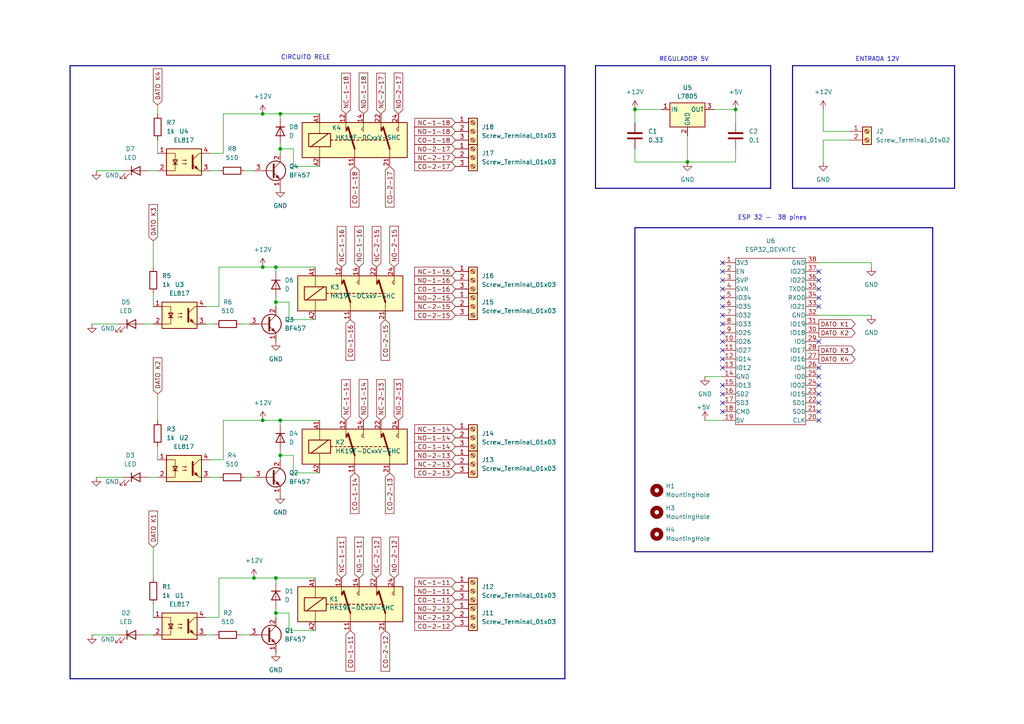
<source format=kicad_sch>
(kicad_sch
	(version 20250114)
	(generator "eeschema")
	(generator_version "9.0")
	(uuid "56df7df3-519b-4520-b462-cee64337dbde")
	(paper "A4")
	(lib_symbols
		(symbol "Connector:Screw_Terminal_01x02"
			(pin_names
				(offset 1.016)
				(hide yes)
			)
			(exclude_from_sim no)
			(in_bom yes)
			(on_board yes)
			(property "Reference" "J"
				(at 0 2.54 0)
				(effects
					(font
						(size 1.27 1.27)
					)
				)
			)
			(property "Value" "Screw_Terminal_01x02"
				(at 0 -5.08 0)
				(effects
					(font
						(size 1.27 1.27)
					)
				)
			)
			(property "Footprint" ""
				(at 0 0 0)
				(effects
					(font
						(size 1.27 1.27)
					)
					(hide yes)
				)
			)
			(property "Datasheet" "~"
				(at 0 0 0)
				(effects
					(font
						(size 1.27 1.27)
					)
					(hide yes)
				)
			)
			(property "Description" "Generic screw terminal, single row, 01x02, script generated (kicad-library-utils/schlib/autogen/connector/)"
				(at 0 0 0)
				(effects
					(font
						(size 1.27 1.27)
					)
					(hide yes)
				)
			)
			(property "ki_keywords" "screw terminal"
				(at 0 0 0)
				(effects
					(font
						(size 1.27 1.27)
					)
					(hide yes)
				)
			)
			(property "ki_fp_filters" "TerminalBlock*:*"
				(at 0 0 0)
				(effects
					(font
						(size 1.27 1.27)
					)
					(hide yes)
				)
			)
			(symbol "Screw_Terminal_01x02_1_1"
				(rectangle
					(start -1.27 1.27)
					(end 1.27 -3.81)
					(stroke
						(width 0.254)
						(type default)
					)
					(fill
						(type background)
					)
				)
				(polyline
					(pts
						(xy -0.5334 0.3302) (xy 0.3302 -0.508)
					)
					(stroke
						(width 0.1524)
						(type default)
					)
					(fill
						(type none)
					)
				)
				(polyline
					(pts
						(xy -0.5334 -2.2098) (xy 0.3302 -3.048)
					)
					(stroke
						(width 0.1524)
						(type default)
					)
					(fill
						(type none)
					)
				)
				(polyline
					(pts
						(xy -0.3556 0.508) (xy 0.508 -0.3302)
					)
					(stroke
						(width 0.1524)
						(type default)
					)
					(fill
						(type none)
					)
				)
				(polyline
					(pts
						(xy -0.3556 -2.032) (xy 0.508 -2.8702)
					)
					(stroke
						(width 0.1524)
						(type default)
					)
					(fill
						(type none)
					)
				)
				(circle
					(center 0 0)
					(radius 0.635)
					(stroke
						(width 0.1524)
						(type default)
					)
					(fill
						(type none)
					)
				)
				(circle
					(center 0 -2.54)
					(radius 0.635)
					(stroke
						(width 0.1524)
						(type default)
					)
					(fill
						(type none)
					)
				)
				(pin passive line
					(at -5.08 0 0)
					(length 3.81)
					(name "Pin_1"
						(effects
							(font
								(size 1.27 1.27)
							)
						)
					)
					(number "1"
						(effects
							(font
								(size 1.27 1.27)
							)
						)
					)
				)
				(pin passive line
					(at -5.08 -2.54 0)
					(length 3.81)
					(name "Pin_2"
						(effects
							(font
								(size 1.27 1.27)
							)
						)
					)
					(number "2"
						(effects
							(font
								(size 1.27 1.27)
							)
						)
					)
				)
			)
			(embedded_fonts no)
		)
		(symbol "Connector:Screw_Terminal_01x03"
			(pin_names
				(offset 1.016)
				(hide yes)
			)
			(exclude_from_sim no)
			(in_bom yes)
			(on_board yes)
			(property "Reference" "J"
				(at 0 5.08 0)
				(effects
					(font
						(size 1.27 1.27)
					)
				)
			)
			(property "Value" "Screw_Terminal_01x03"
				(at 0 -5.08 0)
				(effects
					(font
						(size 1.27 1.27)
					)
				)
			)
			(property "Footprint" ""
				(at 0 0 0)
				(effects
					(font
						(size 1.27 1.27)
					)
					(hide yes)
				)
			)
			(property "Datasheet" "~"
				(at 0 0 0)
				(effects
					(font
						(size 1.27 1.27)
					)
					(hide yes)
				)
			)
			(property "Description" "Generic screw terminal, single row, 01x03, script generated (kicad-library-utils/schlib/autogen/connector/)"
				(at 0 0 0)
				(effects
					(font
						(size 1.27 1.27)
					)
					(hide yes)
				)
			)
			(property "ki_keywords" "screw terminal"
				(at 0 0 0)
				(effects
					(font
						(size 1.27 1.27)
					)
					(hide yes)
				)
			)
			(property "ki_fp_filters" "TerminalBlock*:*"
				(at 0 0 0)
				(effects
					(font
						(size 1.27 1.27)
					)
					(hide yes)
				)
			)
			(symbol "Screw_Terminal_01x03_1_1"
				(rectangle
					(start -1.27 3.81)
					(end 1.27 -3.81)
					(stroke
						(width 0.254)
						(type default)
					)
					(fill
						(type background)
					)
				)
				(polyline
					(pts
						(xy -0.5334 2.8702) (xy 0.3302 2.032)
					)
					(stroke
						(width 0.1524)
						(type default)
					)
					(fill
						(type none)
					)
				)
				(polyline
					(pts
						(xy -0.5334 0.3302) (xy 0.3302 -0.508)
					)
					(stroke
						(width 0.1524)
						(type default)
					)
					(fill
						(type none)
					)
				)
				(polyline
					(pts
						(xy -0.5334 -2.2098) (xy 0.3302 -3.048)
					)
					(stroke
						(width 0.1524)
						(type default)
					)
					(fill
						(type none)
					)
				)
				(polyline
					(pts
						(xy -0.3556 3.048) (xy 0.508 2.2098)
					)
					(stroke
						(width 0.1524)
						(type default)
					)
					(fill
						(type none)
					)
				)
				(polyline
					(pts
						(xy -0.3556 0.508) (xy 0.508 -0.3302)
					)
					(stroke
						(width 0.1524)
						(type default)
					)
					(fill
						(type none)
					)
				)
				(polyline
					(pts
						(xy -0.3556 -2.032) (xy 0.508 -2.8702)
					)
					(stroke
						(width 0.1524)
						(type default)
					)
					(fill
						(type none)
					)
				)
				(circle
					(center 0 2.54)
					(radius 0.635)
					(stroke
						(width 0.1524)
						(type default)
					)
					(fill
						(type none)
					)
				)
				(circle
					(center 0 0)
					(radius 0.635)
					(stroke
						(width 0.1524)
						(type default)
					)
					(fill
						(type none)
					)
				)
				(circle
					(center 0 -2.54)
					(radius 0.635)
					(stroke
						(width 0.1524)
						(type default)
					)
					(fill
						(type none)
					)
				)
				(pin passive line
					(at -5.08 2.54 0)
					(length 3.81)
					(name "Pin_1"
						(effects
							(font
								(size 1.27 1.27)
							)
						)
					)
					(number "1"
						(effects
							(font
								(size 1.27 1.27)
							)
						)
					)
				)
				(pin passive line
					(at -5.08 0 0)
					(length 3.81)
					(name "Pin_2"
						(effects
							(font
								(size 1.27 1.27)
							)
						)
					)
					(number "2"
						(effects
							(font
								(size 1.27 1.27)
							)
						)
					)
				)
				(pin passive line
					(at -5.08 -2.54 0)
					(length 3.81)
					(name "Pin_3"
						(effects
							(font
								(size 1.27 1.27)
							)
						)
					)
					(number "3"
						(effects
							(font
								(size 1.27 1.27)
							)
						)
					)
				)
			)
			(embedded_fonts no)
		)
		(symbol "Device:C"
			(pin_numbers
				(hide yes)
			)
			(pin_names
				(offset 0.254)
			)
			(exclude_from_sim no)
			(in_bom yes)
			(on_board yes)
			(property "Reference" "C"
				(at 0.635 2.54 0)
				(effects
					(font
						(size 1.27 1.27)
					)
					(justify left)
				)
			)
			(property "Value" "C"
				(at 0.635 -2.54 0)
				(effects
					(font
						(size 1.27 1.27)
					)
					(justify left)
				)
			)
			(property "Footprint" ""
				(at 0.9652 -3.81 0)
				(effects
					(font
						(size 1.27 1.27)
					)
					(hide yes)
				)
			)
			(property "Datasheet" "~"
				(at 0 0 0)
				(effects
					(font
						(size 1.27 1.27)
					)
					(hide yes)
				)
			)
			(property "Description" "Unpolarized capacitor"
				(at 0 0 0)
				(effects
					(font
						(size 1.27 1.27)
					)
					(hide yes)
				)
			)
			(property "ki_keywords" "cap capacitor"
				(at 0 0 0)
				(effects
					(font
						(size 1.27 1.27)
					)
					(hide yes)
				)
			)
			(property "ki_fp_filters" "C_*"
				(at 0 0 0)
				(effects
					(font
						(size 1.27 1.27)
					)
					(hide yes)
				)
			)
			(symbol "C_0_1"
				(polyline
					(pts
						(xy -2.032 0.762) (xy 2.032 0.762)
					)
					(stroke
						(width 0.508)
						(type default)
					)
					(fill
						(type none)
					)
				)
				(polyline
					(pts
						(xy -2.032 -0.762) (xy 2.032 -0.762)
					)
					(stroke
						(width 0.508)
						(type default)
					)
					(fill
						(type none)
					)
				)
			)
			(symbol "C_1_1"
				(pin passive line
					(at 0 3.81 270)
					(length 2.794)
					(name "~"
						(effects
							(font
								(size 1.27 1.27)
							)
						)
					)
					(number "1"
						(effects
							(font
								(size 1.27 1.27)
							)
						)
					)
				)
				(pin passive line
					(at 0 -3.81 90)
					(length 2.794)
					(name "~"
						(effects
							(font
								(size 1.27 1.27)
							)
						)
					)
					(number "2"
						(effects
							(font
								(size 1.27 1.27)
							)
						)
					)
				)
			)
			(embedded_fonts no)
		)
		(symbol "Device:D"
			(pin_numbers
				(hide yes)
			)
			(pin_names
				(offset 1.016)
				(hide yes)
			)
			(exclude_from_sim no)
			(in_bom yes)
			(on_board yes)
			(property "Reference" "D"
				(at 0 2.54 0)
				(effects
					(font
						(size 1.27 1.27)
					)
				)
			)
			(property "Value" "D"
				(at 0 -2.54 0)
				(effects
					(font
						(size 1.27 1.27)
					)
				)
			)
			(property "Footprint" ""
				(at 0 0 0)
				(effects
					(font
						(size 1.27 1.27)
					)
					(hide yes)
				)
			)
			(property "Datasheet" "~"
				(at 0 0 0)
				(effects
					(font
						(size 1.27 1.27)
					)
					(hide yes)
				)
			)
			(property "Description" "Diode"
				(at 0 0 0)
				(effects
					(font
						(size 1.27 1.27)
					)
					(hide yes)
				)
			)
			(property "Sim.Device" "D"
				(at 0 0 0)
				(effects
					(font
						(size 1.27 1.27)
					)
					(hide yes)
				)
			)
			(property "Sim.Pins" "1=K 2=A"
				(at 0 0 0)
				(effects
					(font
						(size 1.27 1.27)
					)
					(hide yes)
				)
			)
			(property "ki_keywords" "diode"
				(at 0 0 0)
				(effects
					(font
						(size 1.27 1.27)
					)
					(hide yes)
				)
			)
			(property "ki_fp_filters" "TO-???* *_Diode_* *SingleDiode* D_*"
				(at 0 0 0)
				(effects
					(font
						(size 1.27 1.27)
					)
					(hide yes)
				)
			)
			(symbol "D_0_1"
				(polyline
					(pts
						(xy -1.27 1.27) (xy -1.27 -1.27)
					)
					(stroke
						(width 0.254)
						(type default)
					)
					(fill
						(type none)
					)
				)
				(polyline
					(pts
						(xy 1.27 1.27) (xy 1.27 -1.27) (xy -1.27 0) (xy 1.27 1.27)
					)
					(stroke
						(width 0.254)
						(type default)
					)
					(fill
						(type none)
					)
				)
				(polyline
					(pts
						(xy 1.27 0) (xy -1.27 0)
					)
					(stroke
						(width 0)
						(type default)
					)
					(fill
						(type none)
					)
				)
			)
			(symbol "D_1_1"
				(pin passive line
					(at -3.81 0 0)
					(length 2.54)
					(name "K"
						(effects
							(font
								(size 1.27 1.27)
							)
						)
					)
					(number "1"
						(effects
							(font
								(size 1.27 1.27)
							)
						)
					)
				)
				(pin passive line
					(at 3.81 0 180)
					(length 2.54)
					(name "A"
						(effects
							(font
								(size 1.27 1.27)
							)
						)
					)
					(number "2"
						(effects
							(font
								(size 1.27 1.27)
							)
						)
					)
				)
			)
			(embedded_fonts no)
		)
		(symbol "Device:LED"
			(pin_numbers
				(hide yes)
			)
			(pin_names
				(offset 1.016)
				(hide yes)
			)
			(exclude_from_sim no)
			(in_bom yes)
			(on_board yes)
			(property "Reference" "D"
				(at 0 2.54 0)
				(effects
					(font
						(size 1.27 1.27)
					)
				)
			)
			(property "Value" "LED"
				(at 0 -2.54 0)
				(effects
					(font
						(size 1.27 1.27)
					)
				)
			)
			(property "Footprint" ""
				(at 0 0 0)
				(effects
					(font
						(size 1.27 1.27)
					)
					(hide yes)
				)
			)
			(property "Datasheet" "~"
				(at 0 0 0)
				(effects
					(font
						(size 1.27 1.27)
					)
					(hide yes)
				)
			)
			(property "Description" "Light emitting diode"
				(at 0 0 0)
				(effects
					(font
						(size 1.27 1.27)
					)
					(hide yes)
				)
			)
			(property "Sim.Pins" "1=K 2=A"
				(at 0 0 0)
				(effects
					(font
						(size 1.27 1.27)
					)
					(hide yes)
				)
			)
			(property "ki_keywords" "LED diode"
				(at 0 0 0)
				(effects
					(font
						(size 1.27 1.27)
					)
					(hide yes)
				)
			)
			(property "ki_fp_filters" "LED* LED_SMD:* LED_THT:*"
				(at 0 0 0)
				(effects
					(font
						(size 1.27 1.27)
					)
					(hide yes)
				)
			)
			(symbol "LED_0_1"
				(polyline
					(pts
						(xy -3.048 -0.762) (xy -4.572 -2.286) (xy -3.81 -2.286) (xy -4.572 -2.286) (xy -4.572 -1.524)
					)
					(stroke
						(width 0)
						(type default)
					)
					(fill
						(type none)
					)
				)
				(polyline
					(pts
						(xy -1.778 -0.762) (xy -3.302 -2.286) (xy -2.54 -2.286) (xy -3.302 -2.286) (xy -3.302 -1.524)
					)
					(stroke
						(width 0)
						(type default)
					)
					(fill
						(type none)
					)
				)
				(polyline
					(pts
						(xy -1.27 0) (xy 1.27 0)
					)
					(stroke
						(width 0)
						(type default)
					)
					(fill
						(type none)
					)
				)
				(polyline
					(pts
						(xy -1.27 -1.27) (xy -1.27 1.27)
					)
					(stroke
						(width 0.254)
						(type default)
					)
					(fill
						(type none)
					)
				)
				(polyline
					(pts
						(xy 1.27 -1.27) (xy 1.27 1.27) (xy -1.27 0) (xy 1.27 -1.27)
					)
					(stroke
						(width 0.254)
						(type default)
					)
					(fill
						(type none)
					)
				)
			)
			(symbol "LED_1_1"
				(pin passive line
					(at -3.81 0 0)
					(length 2.54)
					(name "K"
						(effects
							(font
								(size 1.27 1.27)
							)
						)
					)
					(number "1"
						(effects
							(font
								(size 1.27 1.27)
							)
						)
					)
				)
				(pin passive line
					(at 3.81 0 180)
					(length 2.54)
					(name "A"
						(effects
							(font
								(size 1.27 1.27)
							)
						)
					)
					(number "2"
						(effects
							(font
								(size 1.27 1.27)
							)
						)
					)
				)
			)
			(embedded_fonts no)
		)
		(symbol "Device:R"
			(pin_numbers
				(hide yes)
			)
			(pin_names
				(offset 0)
			)
			(exclude_from_sim no)
			(in_bom yes)
			(on_board yes)
			(property "Reference" "R"
				(at 2.032 0 90)
				(effects
					(font
						(size 1.27 1.27)
					)
				)
			)
			(property "Value" "R"
				(at 0 0 90)
				(effects
					(font
						(size 1.27 1.27)
					)
				)
			)
			(property "Footprint" ""
				(at -1.778 0 90)
				(effects
					(font
						(size 1.27 1.27)
					)
					(hide yes)
				)
			)
			(property "Datasheet" "~"
				(at 0 0 0)
				(effects
					(font
						(size 1.27 1.27)
					)
					(hide yes)
				)
			)
			(property "Description" "Resistor"
				(at 0 0 0)
				(effects
					(font
						(size 1.27 1.27)
					)
					(hide yes)
				)
			)
			(property "ki_keywords" "R res resistor"
				(at 0 0 0)
				(effects
					(font
						(size 1.27 1.27)
					)
					(hide yes)
				)
			)
			(property "ki_fp_filters" "R_*"
				(at 0 0 0)
				(effects
					(font
						(size 1.27 1.27)
					)
					(hide yes)
				)
			)
			(symbol "R_0_1"
				(rectangle
					(start -1.016 -2.54)
					(end 1.016 2.54)
					(stroke
						(width 0.254)
						(type default)
					)
					(fill
						(type none)
					)
				)
			)
			(symbol "R_1_1"
				(pin passive line
					(at 0 3.81 270)
					(length 1.27)
					(name "~"
						(effects
							(font
								(size 1.27 1.27)
							)
						)
					)
					(number "1"
						(effects
							(font
								(size 1.27 1.27)
							)
						)
					)
				)
				(pin passive line
					(at 0 -3.81 90)
					(length 1.27)
					(name "~"
						(effects
							(font
								(size 1.27 1.27)
							)
						)
					)
					(number "2"
						(effects
							(font
								(size 1.27 1.27)
							)
						)
					)
				)
			)
			(embedded_fonts no)
		)
		(symbol "EESTN5:ESP32_DEVKITC"
			(pin_names
				(offset 0.0254)
			)
			(exclude_from_sim no)
			(in_bom yes)
			(on_board yes)
			(property "Reference" "U"
				(at 0 25.4 0)
				(effects
					(font
						(size 1.27 1.27)
					)
				)
			)
			(property "Value" "ESP32_DEVKITC"
				(at 0 -25.4 0)
				(effects
					(font
						(size 1.27 1.27)
					)
				)
			)
			(property "Footprint" ""
				(at -7.62 -25.4 0)
				(effects
					(font
						(size 1.27 1.27)
					)
					(hide yes)
				)
			)
			(property "Datasheet" ""
				(at -7.62 -25.4 0)
				(effects
					(font
						(size 1.27 1.27)
					)
					(hide yes)
				)
			)
			(property "Description" "ESP32-DEVKITC"
				(at 0 0 0)
				(effects
					(font
						(size 1.27 1.27)
					)
					(hide yes)
				)
			)
			(property "ki_fp_filters" "ESP32*"
				(at 0 0 0)
				(effects
					(font
						(size 1.27 1.27)
					)
					(hide yes)
				)
			)
			(symbol "ESP32_DEVKITC_0_1"
				(rectangle
					(start -10.16 24.13)
					(end 10.16 -24.13)
					(stroke
						(width 0)
						(type solid)
					)
					(fill
						(type none)
					)
				)
			)
			(symbol "ESP32_DEVKITC_1_1"
				(pin passive line
					(at -13.97 22.86 0)
					(length 3.81)
					(name "3V3"
						(effects
							(font
								(size 1.27 1.27)
							)
						)
					)
					(number "1"
						(effects
							(font
								(size 1.27 1.27)
							)
						)
					)
				)
				(pin passive line
					(at -13.97 20.32 0)
					(length 3.81)
					(name "EN"
						(effects
							(font
								(size 1.27 1.27)
							)
						)
					)
					(number "2"
						(effects
							(font
								(size 1.27 1.27)
							)
						)
					)
				)
				(pin passive line
					(at -13.97 17.78 0)
					(length 3.81)
					(name "SVP"
						(effects
							(font
								(size 1.27 1.27)
							)
						)
					)
					(number "3"
						(effects
							(font
								(size 1.27 1.27)
							)
						)
					)
				)
				(pin passive line
					(at -13.97 15.24 0)
					(length 3.81)
					(name "SVN"
						(effects
							(font
								(size 1.27 1.27)
							)
						)
					)
					(number "4"
						(effects
							(font
								(size 1.27 1.27)
							)
						)
					)
				)
				(pin passive line
					(at -13.97 12.7 0)
					(length 3.81)
					(name "IO34"
						(effects
							(font
								(size 1.27 1.27)
							)
						)
					)
					(number "5"
						(effects
							(font
								(size 1.27 1.27)
							)
						)
					)
				)
				(pin passive line
					(at -13.97 10.16 0)
					(length 3.81)
					(name "IO35"
						(effects
							(font
								(size 1.27 1.27)
							)
						)
					)
					(number "6"
						(effects
							(font
								(size 1.27 1.27)
							)
						)
					)
				)
				(pin passive line
					(at -13.97 7.62 0)
					(length 3.81)
					(name "IO32"
						(effects
							(font
								(size 1.27 1.27)
							)
						)
					)
					(number "7"
						(effects
							(font
								(size 1.27 1.27)
							)
						)
					)
				)
				(pin passive line
					(at -13.97 5.08 0)
					(length 3.81)
					(name "IO33"
						(effects
							(font
								(size 1.27 1.27)
							)
						)
					)
					(number "8"
						(effects
							(font
								(size 1.27 1.27)
							)
						)
					)
				)
				(pin passive line
					(at -13.97 2.54 0)
					(length 3.81)
					(name "IO25"
						(effects
							(font
								(size 1.27 1.27)
							)
						)
					)
					(number "9"
						(effects
							(font
								(size 1.27 1.27)
							)
						)
					)
				)
				(pin passive line
					(at -13.97 0 0)
					(length 3.81)
					(name "IO26"
						(effects
							(font
								(size 1.27 1.27)
							)
						)
					)
					(number "10"
						(effects
							(font
								(size 1.27 1.27)
							)
						)
					)
				)
				(pin passive line
					(at -13.97 -2.54 0)
					(length 3.81)
					(name "IO27"
						(effects
							(font
								(size 1.27 1.27)
							)
						)
					)
					(number "11"
						(effects
							(font
								(size 1.27 1.27)
							)
						)
					)
				)
				(pin passive line
					(at -13.97 -5.08 0)
					(length 3.81)
					(name "IO14"
						(effects
							(font
								(size 1.27 1.27)
							)
						)
					)
					(number "12"
						(effects
							(font
								(size 1.27 1.27)
							)
						)
					)
				)
				(pin passive line
					(at -13.97 -7.62 0)
					(length 3.81)
					(name "IO12"
						(effects
							(font
								(size 1.27 1.27)
							)
						)
					)
					(number "13"
						(effects
							(font
								(size 1.27 1.27)
							)
						)
					)
				)
				(pin passive line
					(at -13.97 -10.16 0)
					(length 3.81)
					(name "GND"
						(effects
							(font
								(size 1.27 1.27)
							)
						)
					)
					(number "14"
						(effects
							(font
								(size 1.27 1.27)
							)
						)
					)
				)
				(pin passive line
					(at -13.97 -12.7 0)
					(length 3.81)
					(name "IO13"
						(effects
							(font
								(size 1.27 1.27)
							)
						)
					)
					(number "15"
						(effects
							(font
								(size 1.27 1.27)
							)
						)
					)
				)
				(pin passive line
					(at -13.97 -15.24 0)
					(length 3.81)
					(name "SD2"
						(effects
							(font
								(size 1.27 1.27)
							)
						)
					)
					(number "16"
						(effects
							(font
								(size 1.27 1.27)
							)
						)
					)
				)
				(pin passive line
					(at -13.97 -17.78 0)
					(length 3.81)
					(name "SD3"
						(effects
							(font
								(size 1.27 1.27)
							)
						)
					)
					(number "17"
						(effects
							(font
								(size 1.27 1.27)
							)
						)
					)
				)
				(pin passive line
					(at -13.97 -20.32 0)
					(length 3.81)
					(name "CMD"
						(effects
							(font
								(size 1.27 1.27)
							)
						)
					)
					(number "18"
						(effects
							(font
								(size 1.27 1.27)
							)
						)
					)
				)
				(pin passive line
					(at -13.97 -22.86 0)
					(length 3.81)
					(name "5V"
						(effects
							(font
								(size 1.27 1.27)
							)
						)
					)
					(number "19"
						(effects
							(font
								(size 1.27 1.27)
							)
						)
					)
				)
				(pin passive line
					(at 13.97 22.86 180)
					(length 3.81)
					(name "GND"
						(effects
							(font
								(size 1.27 1.27)
							)
						)
					)
					(number "38"
						(effects
							(font
								(size 1.27 1.27)
							)
						)
					)
				)
				(pin passive line
					(at 13.97 20.32 180)
					(length 3.81)
					(name "IO23"
						(effects
							(font
								(size 1.27 1.27)
							)
						)
					)
					(number "37"
						(effects
							(font
								(size 1.27 1.27)
							)
						)
					)
				)
				(pin passive line
					(at 13.97 17.78 180)
					(length 3.81)
					(name "IO22"
						(effects
							(font
								(size 1.27 1.27)
							)
						)
					)
					(number "36"
						(effects
							(font
								(size 1.27 1.27)
							)
						)
					)
				)
				(pin passive line
					(at 13.97 15.24 180)
					(length 3.81)
					(name "TXD0"
						(effects
							(font
								(size 1.27 1.27)
							)
						)
					)
					(number "35"
						(effects
							(font
								(size 1.27 1.27)
							)
						)
					)
				)
				(pin passive line
					(at 13.97 12.7 180)
					(length 3.81)
					(name "RXD0"
						(effects
							(font
								(size 1.27 1.27)
							)
						)
					)
					(number "34"
						(effects
							(font
								(size 1.27 1.27)
							)
						)
					)
				)
				(pin passive line
					(at 13.97 10.16 180)
					(length 3.81)
					(name "IO21"
						(effects
							(font
								(size 1.27 1.27)
							)
						)
					)
					(number "33"
						(effects
							(font
								(size 1.27 1.27)
							)
						)
					)
				)
				(pin passive line
					(at 13.97 7.62 180)
					(length 3.81)
					(name "GND"
						(effects
							(font
								(size 1.27 1.27)
							)
						)
					)
					(number "32"
						(effects
							(font
								(size 1.27 1.27)
							)
						)
					)
				)
				(pin passive line
					(at 13.97 5.08 180)
					(length 3.81)
					(name "IO19"
						(effects
							(font
								(size 1.27 1.27)
							)
						)
					)
					(number "31"
						(effects
							(font
								(size 1.27 1.27)
							)
						)
					)
				)
				(pin passive line
					(at 13.97 2.54 180)
					(length 3.81)
					(name "IO18"
						(effects
							(font
								(size 1.27 1.27)
							)
						)
					)
					(number "30"
						(effects
							(font
								(size 1.27 1.27)
							)
						)
					)
				)
				(pin passive line
					(at 13.97 0 180)
					(length 3.81)
					(name "IO5"
						(effects
							(font
								(size 1.27 1.27)
							)
						)
					)
					(number "29"
						(effects
							(font
								(size 1.27 1.27)
							)
						)
					)
				)
				(pin passive line
					(at 13.97 -2.54 180)
					(length 3.81)
					(name "IO17"
						(effects
							(font
								(size 1.27 1.27)
							)
						)
					)
					(number "28"
						(effects
							(font
								(size 1.27 1.27)
							)
						)
					)
				)
				(pin passive line
					(at 13.97 -5.08 180)
					(length 3.81)
					(name "IO16"
						(effects
							(font
								(size 1.27 1.27)
							)
						)
					)
					(number "27"
						(effects
							(font
								(size 1.27 1.27)
							)
						)
					)
				)
				(pin passive line
					(at 13.97 -7.62 180)
					(length 3.81)
					(name "IO4"
						(effects
							(font
								(size 1.27 1.27)
							)
						)
					)
					(number "26"
						(effects
							(font
								(size 1.27 1.27)
							)
						)
					)
				)
				(pin passive line
					(at 13.97 -10.16 180)
					(length 3.81)
					(name "IO0"
						(effects
							(font
								(size 1.27 1.27)
							)
						)
					)
					(number "25"
						(effects
							(font
								(size 1.27 1.27)
							)
						)
					)
				)
				(pin passive line
					(at 13.97 -12.7 180)
					(length 3.81)
					(name "IO02"
						(effects
							(font
								(size 1.27 1.27)
							)
						)
					)
					(number "24"
						(effects
							(font
								(size 1.27 1.27)
							)
						)
					)
				)
				(pin passive line
					(at 13.97 -15.24 180)
					(length 3.81)
					(name "IO15"
						(effects
							(font
								(size 1.27 1.27)
							)
						)
					)
					(number "23"
						(effects
							(font
								(size 1.27 1.27)
							)
						)
					)
				)
				(pin passive line
					(at 13.97 -17.78 180)
					(length 3.81)
					(name "SD1"
						(effects
							(font
								(size 1.27 1.27)
							)
						)
					)
					(number "22"
						(effects
							(font
								(size 1.27 1.27)
							)
						)
					)
				)
				(pin passive line
					(at 13.97 -20.32 180)
					(length 3.81)
					(name "SD0"
						(effects
							(font
								(size 1.27 1.27)
							)
						)
					)
					(number "21"
						(effects
							(font
								(size 1.27 1.27)
							)
						)
					)
				)
				(pin passive line
					(at 13.97 -22.86 180)
					(length 3.81)
					(name "CLK"
						(effects
							(font
								(size 1.27 1.27)
							)
						)
					)
					(number "20"
						(effects
							(font
								(size 1.27 1.27)
							)
						)
					)
				)
			)
			(embedded_fonts no)
		)
		(symbol "Isolator:EL817"
			(pin_names
				(offset 1.016)
			)
			(exclude_from_sim no)
			(in_bom yes)
			(on_board yes)
			(property "Reference" "U"
				(at -5.08 5.08 0)
				(effects
					(font
						(size 1.27 1.27)
					)
					(justify left)
				)
			)
			(property "Value" "EL817"
				(at 0 5.08 0)
				(effects
					(font
						(size 1.27 1.27)
					)
					(justify left)
				)
			)
			(property "Footprint" "Package_DIP:DIP-4_W7.62mm"
				(at -5.08 -5.08 0)
				(effects
					(font
						(size 1.27 1.27)
						(italic yes)
					)
					(justify left)
					(hide yes)
				)
			)
			(property "Datasheet" "http://www.everlight.com/file/ProductFile/EL817.pdf"
				(at 0 0 0)
				(effects
					(font
						(size 1.27 1.27)
					)
					(justify left)
					(hide yes)
				)
			)
			(property "Description" "DC Optocoupler, Vce 35V, DIP-4"
				(at 0 0 0)
				(effects
					(font
						(size 1.27 1.27)
					)
					(hide yes)
				)
			)
			(property "ki_keywords" "NPN DC Optocoupler"
				(at 0 0 0)
				(effects
					(font
						(size 1.27 1.27)
					)
					(hide yes)
				)
			)
			(property "ki_fp_filters" "DIP*W7.62mm*"
				(at 0 0 0)
				(effects
					(font
						(size 1.27 1.27)
					)
					(hide yes)
				)
			)
			(symbol "EL817_0_1"
				(rectangle
					(start -5.08 3.81)
					(end 5.08 -3.81)
					(stroke
						(width 0.254)
						(type default)
					)
					(fill
						(type background)
					)
				)
				(polyline
					(pts
						(xy -5.08 2.54) (xy -2.54 2.54) (xy -2.54 -0.635)
					)
					(stroke
						(width 0)
						(type default)
					)
					(fill
						(type none)
					)
				)
				(polyline
					(pts
						(xy -3.175 -0.635) (xy -1.905 -0.635)
					)
					(stroke
						(width 0.254)
						(type default)
					)
					(fill
						(type none)
					)
				)
				(polyline
					(pts
						(xy -2.54 -0.635) (xy -2.54 -2.54) (xy -5.08 -2.54)
					)
					(stroke
						(width 0)
						(type default)
					)
					(fill
						(type none)
					)
				)
				(polyline
					(pts
						(xy -2.54 -0.635) (xy -3.175 0.635) (xy -1.905 0.635) (xy -2.54 -0.635)
					)
					(stroke
						(width 0.254)
						(type default)
					)
					(fill
						(type none)
					)
				)
				(polyline
					(pts
						(xy -0.508 0.508) (xy 0.762 0.508) (xy 0.381 0.381) (xy 0.381 0.635) (xy 0.762 0.508)
					)
					(stroke
						(width 0)
						(type default)
					)
					(fill
						(type none)
					)
				)
				(polyline
					(pts
						(xy -0.508 -0.508) (xy 0.762 -0.508) (xy 0.381 -0.635) (xy 0.381 -0.381) (xy 0.762 -0.508)
					)
					(stroke
						(width 0)
						(type default)
					)
					(fill
						(type none)
					)
				)
				(polyline
					(pts
						(xy 2.54 1.905) (xy 2.54 -1.905) (xy 2.54 -1.905)
					)
					(stroke
						(width 0.508)
						(type default)
					)
					(fill
						(type none)
					)
				)
				(polyline
					(pts
						(xy 2.54 0.635) (xy 4.445 2.54)
					)
					(stroke
						(width 0)
						(type default)
					)
					(fill
						(type none)
					)
				)
				(polyline
					(pts
						(xy 3.048 -1.651) (xy 3.556 -1.143) (xy 4.064 -2.159) (xy 3.048 -1.651) (xy 3.048 -1.651)
					)
					(stroke
						(width 0)
						(type default)
					)
					(fill
						(type outline)
					)
				)
				(polyline
					(pts
						(xy 4.445 2.54) (xy 5.08 2.54)
					)
					(stroke
						(width 0)
						(type default)
					)
					(fill
						(type none)
					)
				)
				(polyline
					(pts
						(xy 4.445 -2.54) (xy 2.54 -0.635)
					)
					(stroke
						(width 0)
						(type default)
					)
					(fill
						(type outline)
					)
				)
				(polyline
					(pts
						(xy 4.445 -2.54) (xy 5.08 -2.54)
					)
					(stroke
						(width 0)
						(type default)
					)
					(fill
						(type none)
					)
				)
			)
			(symbol "EL817_1_1"
				(pin passive line
					(at -7.62 2.54 0)
					(length 2.54)
					(name "~"
						(effects
							(font
								(size 1.27 1.27)
							)
						)
					)
					(number "1"
						(effects
							(font
								(size 1.27 1.27)
							)
						)
					)
				)
				(pin passive line
					(at -7.62 -2.54 0)
					(length 2.54)
					(name "~"
						(effects
							(font
								(size 1.27 1.27)
							)
						)
					)
					(number "2"
						(effects
							(font
								(size 1.27 1.27)
							)
						)
					)
				)
				(pin passive line
					(at 7.62 2.54 180)
					(length 2.54)
					(name "~"
						(effects
							(font
								(size 1.27 1.27)
							)
						)
					)
					(number "4"
						(effects
							(font
								(size 1.27 1.27)
							)
						)
					)
				)
				(pin passive line
					(at 7.62 -2.54 180)
					(length 2.54)
					(name "~"
						(effects
							(font
								(size 1.27 1.27)
							)
						)
					)
					(number "3"
						(effects
							(font
								(size 1.27 1.27)
							)
						)
					)
				)
			)
			(embedded_fonts no)
		)
		(symbol "Mechanical:MountingHole"
			(pin_names
				(offset 1.016)
			)
			(exclude_from_sim no)
			(in_bom no)
			(on_board yes)
			(property "Reference" "H"
				(at 0 5.08 0)
				(effects
					(font
						(size 1.27 1.27)
					)
				)
			)
			(property "Value" "MountingHole"
				(at 0 3.175 0)
				(effects
					(font
						(size 1.27 1.27)
					)
				)
			)
			(property "Footprint" ""
				(at 0 0 0)
				(effects
					(font
						(size 1.27 1.27)
					)
					(hide yes)
				)
			)
			(property "Datasheet" "~"
				(at 0 0 0)
				(effects
					(font
						(size 1.27 1.27)
					)
					(hide yes)
				)
			)
			(property "Description" "Mounting Hole without connection"
				(at 0 0 0)
				(effects
					(font
						(size 1.27 1.27)
					)
					(hide yes)
				)
			)
			(property "ki_keywords" "mounting hole"
				(at 0 0 0)
				(effects
					(font
						(size 1.27 1.27)
					)
					(hide yes)
				)
			)
			(property "ki_fp_filters" "MountingHole*"
				(at 0 0 0)
				(effects
					(font
						(size 1.27 1.27)
					)
					(hide yes)
				)
			)
			(symbol "MountingHole_0_1"
				(circle
					(center 0 0)
					(radius 1.27)
					(stroke
						(width 1.27)
						(type default)
					)
					(fill
						(type none)
					)
				)
			)
			(embedded_fonts no)
		)
		(symbol "Regulator_Linear:L7805"
			(pin_names
				(offset 0.254)
			)
			(exclude_from_sim no)
			(in_bom yes)
			(on_board yes)
			(property "Reference" "U"
				(at -3.81 3.175 0)
				(effects
					(font
						(size 1.27 1.27)
					)
				)
			)
			(property "Value" "L7805"
				(at 0 3.175 0)
				(effects
					(font
						(size 1.27 1.27)
					)
					(justify left)
				)
			)
			(property "Footprint" ""
				(at 0.635 -3.81 0)
				(effects
					(font
						(size 1.27 1.27)
						(italic yes)
					)
					(justify left)
					(hide yes)
				)
			)
			(property "Datasheet" "http://www.st.com/content/ccc/resource/technical/document/datasheet/41/4f/b3/b0/12/d4/47/88/CD00000444.pdf/files/CD00000444.pdf/jcr:content/translations/en.CD00000444.pdf"
				(at 0 -1.27 0)
				(effects
					(font
						(size 1.27 1.27)
					)
					(hide yes)
				)
			)
			(property "Description" "Positive 1.5A 35V Linear Regulator, Fixed Output 5V, TO-220/TO-263/TO-252"
				(at 0 0 0)
				(effects
					(font
						(size 1.27 1.27)
					)
					(hide yes)
				)
			)
			(property "ki_keywords" "Voltage Regulator 1.5A Positive"
				(at 0 0 0)
				(effects
					(font
						(size 1.27 1.27)
					)
					(hide yes)
				)
			)
			(property "ki_fp_filters" "TO?252* TO?263* TO?220*"
				(at 0 0 0)
				(effects
					(font
						(size 1.27 1.27)
					)
					(hide yes)
				)
			)
			(symbol "L7805_0_1"
				(rectangle
					(start -5.08 1.905)
					(end 5.08 -5.08)
					(stroke
						(width 0.254)
						(type default)
					)
					(fill
						(type background)
					)
				)
			)
			(symbol "L7805_1_1"
				(pin power_in line
					(at -7.62 0 0)
					(length 2.54)
					(name "IN"
						(effects
							(font
								(size 1.27 1.27)
							)
						)
					)
					(number "1"
						(effects
							(font
								(size 1.27 1.27)
							)
						)
					)
				)
				(pin power_in line
					(at 0 -7.62 90)
					(length 2.54)
					(name "GND"
						(effects
							(font
								(size 1.27 1.27)
							)
						)
					)
					(number "2"
						(effects
							(font
								(size 1.27 1.27)
							)
						)
					)
				)
				(pin power_out line
					(at 7.62 0 180)
					(length 2.54)
					(name "OUT"
						(effects
							(font
								(size 1.27 1.27)
							)
						)
					)
					(number "3"
						(effects
							(font
								(size 1.27 1.27)
							)
						)
					)
				)
			)
			(embedded_fonts no)
		)
		(symbol "Relay:HK19F-DCxxV-SHC"
			(exclude_from_sim no)
			(in_bom yes)
			(on_board yes)
			(property "Reference" "K"
				(at 16.51 3.81 0)
				(effects
					(font
						(size 1.27 1.27)
					)
					(justify left)
				)
			)
			(property "Value" "HK19F-DCxxV-SHC"
				(at 16.51 1.27 0)
				(effects
					(font
						(size 1.27 1.27)
					)
					(justify left)
				)
			)
			(property "Footprint" "Relay_THT:Relay_DPDT_Finder_30.22"
				(at -17.78 -12.7 0)
				(effects
					(font
						(size 1.27 1.27)
					)
					(justify left)
					(hide yes)
				)
			)
			(property "Datasheet" "https://www.lcsc.com/datasheet/lcsc_datasheet_1810201512_Ningbo-Keke-New-Era-Appliance-HK19F-DC12V-SHG_C42803.pdf"
				(at 0 -17.78 0)
				(effects
					(font
						(size 1.27 1.27)
					)
					(hide yes)
				)
			)
			(property "Description" "HuiKe 19F monostable relay, DPDT, 1A"
				(at 1.27 -15.24 0)
				(effects
					(font
						(size 1.27 1.27)
					)
					(hide yes)
				)
			)
			(property "ki_keywords" "12V DC Relay DPDT"
				(at 0 0 0)
				(effects
					(font
						(size 1.27 1.27)
					)
					(hide yes)
				)
			)
			(property "ki_fp_filters" "Relay*DPDT*Finder*30.22*"
				(at 0 0 0)
				(effects
					(font
						(size 1.27 1.27)
					)
					(hide yes)
				)
			)
			(symbol "HK19F-DCxxV-SHC_0_1"
				(rectangle
					(start -15.24 5.08)
					(end 15.24 -5.08)
					(stroke
						(width 0.254)
						(type default)
					)
					(fill
						(type background)
					)
				)
				(rectangle
					(start -13.335 1.905)
					(end -6.985 -1.905)
					(stroke
						(width 0.254)
						(type default)
					)
					(fill
						(type none)
					)
				)
				(polyline
					(pts
						(xy -12.7 -1.905) (xy -7.62 1.905)
					)
					(stroke
						(width 0.254)
						(type default)
					)
					(fill
						(type none)
					)
				)
				(polyline
					(pts
						(xy -10.16 5.08) (xy -10.16 1.905)
					)
					(stroke
						(width 0)
						(type default)
					)
					(fill
						(type none)
					)
				)
				(polyline
					(pts
						(xy -10.16 -5.08) (xy -10.16 -1.905)
					)
					(stroke
						(width 0)
						(type default)
					)
					(fill
						(type none)
					)
				)
				(polyline
					(pts
						(xy -6.985 0) (xy -6.35 0)
					)
					(stroke
						(width 0.254)
						(type default)
					)
					(fill
						(type none)
					)
				)
				(polyline
					(pts
						(xy -5.715 0) (xy -5.08 0)
					)
					(stroke
						(width 0.254)
						(type default)
					)
					(fill
						(type none)
					)
				)
				(polyline
					(pts
						(xy -4.445 0) (xy -3.81 0)
					)
					(stroke
						(width 0.254)
						(type default)
					)
					(fill
						(type none)
					)
				)
				(polyline
					(pts
						(xy -3.175 0) (xy -2.54 0)
					)
					(stroke
						(width 0.254)
						(type default)
					)
					(fill
						(type none)
					)
				)
				(polyline
					(pts
						(xy -2.54 5.08) (xy -2.54 2.54) (xy -1.905 3.175) (xy -2.54 3.81)
					)
					(stroke
						(width 0)
						(type default)
					)
					(fill
						(type outline)
					)
				)
				(polyline
					(pts
						(xy -1.905 0) (xy -1.27 0)
					)
					(stroke
						(width 0.254)
						(type default)
					)
					(fill
						(type none)
					)
				)
				(polyline
					(pts
						(xy -0.635 0) (xy 0 0)
					)
					(stroke
						(width 0.254)
						(type default)
					)
					(fill
						(type none)
					)
				)
				(polyline
					(pts
						(xy 0 -2.54) (xy -1.905 3.81)
					)
					(stroke
						(width 0.508)
						(type default)
					)
					(fill
						(type none)
					)
				)
				(polyline
					(pts
						(xy 0 -2.54) (xy 0 -5.08)
					)
					(stroke
						(width 0)
						(type default)
					)
					(fill
						(type none)
					)
				)
				(polyline
					(pts
						(xy 0.635 0) (xy 1.27 0)
					)
					(stroke
						(width 0.254)
						(type default)
					)
					(fill
						(type none)
					)
				)
				(polyline
					(pts
						(xy 1.905 0) (xy 2.54 0)
					)
					(stroke
						(width 0.254)
						(type default)
					)
					(fill
						(type none)
					)
				)
				(polyline
					(pts
						(xy 2.54 5.08) (xy 2.54 2.54) (xy 1.905 3.175) (xy 2.54 3.81)
					)
					(stroke
						(width 0)
						(type default)
					)
					(fill
						(type none)
					)
				)
				(polyline
					(pts
						(xy 3.175 0) (xy 3.81 0)
					)
					(stroke
						(width 0.254)
						(type default)
					)
					(fill
						(type none)
					)
				)
				(polyline
					(pts
						(xy 4.445 0) (xy 5.08 0)
					)
					(stroke
						(width 0.254)
						(type default)
					)
					(fill
						(type none)
					)
				)
				(polyline
					(pts
						(xy 5.715 0) (xy 6.35 0)
					)
					(stroke
						(width 0.254)
						(type default)
					)
					(fill
						(type none)
					)
				)
				(polyline
					(pts
						(xy 6.985 0) (xy 7.62 0)
					)
					(stroke
						(width 0.254)
						(type default)
					)
					(fill
						(type none)
					)
				)
				(polyline
					(pts
						(xy 7.62 5.08) (xy 7.62 2.54) (xy 8.255 3.175) (xy 7.62 3.81)
					)
					(stroke
						(width 0)
						(type default)
					)
					(fill
						(type outline)
					)
				)
				(polyline
					(pts
						(xy 8.255 0) (xy 8.89 0)
					)
					(stroke
						(width 0.254)
						(type default)
					)
					(fill
						(type none)
					)
				)
				(polyline
					(pts
						(xy 10.16 -2.54) (xy 8.255 3.81)
					)
					(stroke
						(width 0.508)
						(type default)
					)
					(fill
						(type none)
					)
				)
				(polyline
					(pts
						(xy 10.16 -2.54) (xy 10.16 -5.08)
					)
					(stroke
						(width 0)
						(type default)
					)
					(fill
						(type none)
					)
				)
				(polyline
					(pts
						(xy 12.7 5.08) (xy 12.7 2.54) (xy 12.065 3.175) (xy 12.7 3.81)
					)
					(stroke
						(width 0)
						(type default)
					)
					(fill
						(type none)
					)
				)
			)
			(symbol "HK19F-DCxxV-SHC_1_1"
				(pin passive line
					(at -10.16 7.62 270)
					(length 2.54)
					(name "~"
						(effects
							(font
								(size 1.27 1.27)
							)
						)
					)
					(number "A1"
						(effects
							(font
								(size 1.27 1.27)
							)
						)
					)
				)
				(pin passive line
					(at -10.16 -7.62 90)
					(length 2.54)
					(name "~"
						(effects
							(font
								(size 1.27 1.27)
							)
						)
					)
					(number "A2"
						(effects
							(font
								(size 1.27 1.27)
							)
						)
					)
				)
				(pin passive line
					(at -2.54 7.62 270)
					(length 2.54)
					(name "~"
						(effects
							(font
								(size 1.27 1.27)
							)
						)
					)
					(number "12"
						(effects
							(font
								(size 1.27 1.27)
							)
						)
					)
				)
				(pin passive line
					(at 0 -7.62 90)
					(length 2.54)
					(name "~"
						(effects
							(font
								(size 1.27 1.27)
							)
						)
					)
					(number "11"
						(effects
							(font
								(size 1.27 1.27)
							)
						)
					)
				)
				(pin passive line
					(at 2.54 7.62 270)
					(length 2.54)
					(name "~"
						(effects
							(font
								(size 1.27 1.27)
							)
						)
					)
					(number "14"
						(effects
							(font
								(size 1.27 1.27)
							)
						)
					)
				)
				(pin passive line
					(at 7.62 7.62 270)
					(length 2.54)
					(name "~"
						(effects
							(font
								(size 1.27 1.27)
							)
						)
					)
					(number "22"
						(effects
							(font
								(size 1.27 1.27)
							)
						)
					)
				)
				(pin passive line
					(at 10.16 -7.62 90)
					(length 2.54)
					(name "~"
						(effects
							(font
								(size 1.27 1.27)
							)
						)
					)
					(number "21"
						(effects
							(font
								(size 1.27 1.27)
							)
						)
					)
				)
				(pin passive line
					(at 12.7 7.62 270)
					(length 2.54)
					(name "~"
						(effects
							(font
								(size 1.27 1.27)
							)
						)
					)
					(number "24"
						(effects
							(font
								(size 1.27 1.27)
							)
						)
					)
				)
			)
			(embedded_fonts no)
		)
		(symbol "Transistor_BJT:BF457"
			(pin_names
				(offset 0)
				(hide yes)
			)
			(exclude_from_sim no)
			(in_bom yes)
			(on_board yes)
			(property "Reference" "Q"
				(at 5.08 1.905 0)
				(effects
					(font
						(size 1.27 1.27)
					)
					(justify left)
				)
			)
			(property "Value" "BF457"
				(at 5.08 0 0)
				(effects
					(font
						(size 1.27 1.27)
					)
					(justify left)
				)
			)
			(property "Footprint" "Package_TO_SOT_THT:TO-126-3_Vertical"
				(at 5.08 -1.905 0)
				(effects
					(font
						(size 1.27 1.27)
						(italic yes)
					)
					(justify left)
					(hide yes)
				)
			)
			(property "Datasheet" "https://www.pcpaudio.com/pcpfiles/transistores/BF457-8-9.pdf"
				(at 0 0 0)
				(effects
					(font
						(size 1.27 1.27)
					)
					(justify left)
					(hide yes)
				)
			)
			(property "Description" "0.1A Ic, 160V Vce, High Voltage NPN Transistor, TO-126"
				(at 0 0 0)
				(effects
					(font
						(size 1.27 1.27)
					)
					(hide yes)
				)
			)
			(property "ki_keywords" "NPN HV High Voltage Transistor"
				(at 0 0 0)
				(effects
					(font
						(size 1.27 1.27)
					)
					(hide yes)
				)
			)
			(property "ki_fp_filters" "TO?126*"
				(at 0 0 0)
				(effects
					(font
						(size 1.27 1.27)
					)
					(hide yes)
				)
			)
			(symbol "BF457_0_1"
				(polyline
					(pts
						(xy -2.54 0) (xy 0.635 0)
					)
					(stroke
						(width 0)
						(type default)
					)
					(fill
						(type none)
					)
				)
				(polyline
					(pts
						(xy 0.635 1.905) (xy 0.635 -1.905)
					)
					(stroke
						(width 0.508)
						(type default)
					)
					(fill
						(type none)
					)
				)
				(circle
					(center 1.27 0)
					(radius 2.8194)
					(stroke
						(width 0.254)
						(type default)
					)
					(fill
						(type none)
					)
				)
			)
			(symbol "BF457_1_1"
				(polyline
					(pts
						(xy 0.635 0.635) (xy 2.54 2.54)
					)
					(stroke
						(width 0)
						(type default)
					)
					(fill
						(type none)
					)
				)
				(polyline
					(pts
						(xy 0.635 -0.635) (xy 2.54 -2.54)
					)
					(stroke
						(width 0)
						(type default)
					)
					(fill
						(type none)
					)
				)
				(polyline
					(pts
						(xy 1.27 -1.778) (xy 1.778 -1.27) (xy 2.286 -2.286) (xy 1.27 -1.778)
					)
					(stroke
						(width 0)
						(type default)
					)
					(fill
						(type outline)
					)
				)
				(pin input line
					(at -5.08 0 0)
					(length 2.54)
					(name "B"
						(effects
							(font
								(size 1.27 1.27)
							)
						)
					)
					(number "3"
						(effects
							(font
								(size 1.27 1.27)
							)
						)
					)
				)
				(pin passive line
					(at 2.54 5.08 270)
					(length 2.54)
					(name "C"
						(effects
							(font
								(size 1.27 1.27)
							)
						)
					)
					(number "2"
						(effects
							(font
								(size 1.27 1.27)
							)
						)
					)
				)
				(pin passive line
					(at 2.54 -5.08 90)
					(length 2.54)
					(name "E"
						(effects
							(font
								(size 1.27 1.27)
							)
						)
					)
					(number "1"
						(effects
							(font
								(size 1.27 1.27)
							)
						)
					)
				)
			)
			(embedded_fonts no)
		)
		(symbol "power:+12C"
			(power)
			(pin_numbers
				(hide yes)
			)
			(pin_names
				(offset 0)
				(hide yes)
			)
			(exclude_from_sim no)
			(in_bom yes)
			(on_board yes)
			(property "Reference" "#PWR"
				(at 0 -3.81 0)
				(effects
					(font
						(size 1.27 1.27)
					)
					(hide yes)
				)
			)
			(property "Value" "+12C"
				(at 0 3.556 0)
				(effects
					(font
						(size 1.27 1.27)
					)
				)
			)
			(property "Footprint" ""
				(at 0 0 0)
				(effects
					(font
						(size 1.27 1.27)
					)
					(hide yes)
				)
			)
			(property "Datasheet" ""
				(at 0 0 0)
				(effects
					(font
						(size 1.27 1.27)
					)
					(hide yes)
				)
			)
			(property "Description" "Power symbol creates a global label with name \"+12C\""
				(at 0 0 0)
				(effects
					(font
						(size 1.27 1.27)
					)
					(hide yes)
				)
			)
			(property "ki_keywords" "global power"
				(at 0 0 0)
				(effects
					(font
						(size 1.27 1.27)
					)
					(hide yes)
				)
			)
			(symbol "+12C_0_1"
				(polyline
					(pts
						(xy -0.762 1.27) (xy 0 2.54)
					)
					(stroke
						(width 0)
						(type default)
					)
					(fill
						(type none)
					)
				)
				(polyline
					(pts
						(xy 0 2.54) (xy 0.762 1.27)
					)
					(stroke
						(width 0)
						(type default)
					)
					(fill
						(type none)
					)
				)
				(polyline
					(pts
						(xy 0 0) (xy 0 2.54)
					)
					(stroke
						(width 0)
						(type default)
					)
					(fill
						(type none)
					)
				)
			)
			(symbol "+12C_1_1"
				(pin power_in line
					(at 0 0 90)
					(length 0)
					(name "~"
						(effects
							(font
								(size 1.27 1.27)
							)
						)
					)
					(number "1"
						(effects
							(font
								(size 1.27 1.27)
							)
						)
					)
				)
			)
			(embedded_fonts no)
		)
		(symbol "power:+12V"
			(power)
			(pin_numbers
				(hide yes)
			)
			(pin_names
				(offset 0)
				(hide yes)
			)
			(exclude_from_sim no)
			(in_bom yes)
			(on_board yes)
			(property "Reference" "#PWR"
				(at 0 -3.81 0)
				(effects
					(font
						(size 1.27 1.27)
					)
					(hide yes)
				)
			)
			(property "Value" "+12V"
				(at 0 3.556 0)
				(effects
					(font
						(size 1.27 1.27)
					)
				)
			)
			(property "Footprint" ""
				(at 0 0 0)
				(effects
					(font
						(size 1.27 1.27)
					)
					(hide yes)
				)
			)
			(property "Datasheet" ""
				(at 0 0 0)
				(effects
					(font
						(size 1.27 1.27)
					)
					(hide yes)
				)
			)
			(property "Description" "Power symbol creates a global label with name \"+12V\""
				(at 0 0 0)
				(effects
					(font
						(size 1.27 1.27)
					)
					(hide yes)
				)
			)
			(property "ki_keywords" "global power"
				(at 0 0 0)
				(effects
					(font
						(size 1.27 1.27)
					)
					(hide yes)
				)
			)
			(symbol "+12V_0_1"
				(polyline
					(pts
						(xy -0.762 1.27) (xy 0 2.54)
					)
					(stroke
						(width 0)
						(type default)
					)
					(fill
						(type none)
					)
				)
				(polyline
					(pts
						(xy 0 2.54) (xy 0.762 1.27)
					)
					(stroke
						(width 0)
						(type default)
					)
					(fill
						(type none)
					)
				)
				(polyline
					(pts
						(xy 0 0) (xy 0 2.54)
					)
					(stroke
						(width 0)
						(type default)
					)
					(fill
						(type none)
					)
				)
			)
			(symbol "+12V_1_1"
				(pin power_in line
					(at 0 0 90)
					(length 0)
					(name "~"
						(effects
							(font
								(size 1.27 1.27)
							)
						)
					)
					(number "1"
						(effects
							(font
								(size 1.27 1.27)
							)
						)
					)
				)
			)
			(embedded_fonts no)
		)
		(symbol "power:+5V"
			(power)
			(pin_numbers
				(hide yes)
			)
			(pin_names
				(offset 0)
				(hide yes)
			)
			(exclude_from_sim no)
			(in_bom yes)
			(on_board yes)
			(property "Reference" "#PWR"
				(at 0 -3.81 0)
				(effects
					(font
						(size 1.27 1.27)
					)
					(hide yes)
				)
			)
			(property "Value" "+5V"
				(at 0 3.556 0)
				(effects
					(font
						(size 1.27 1.27)
					)
				)
			)
			(property "Footprint" ""
				(at 0 0 0)
				(effects
					(font
						(size 1.27 1.27)
					)
					(hide yes)
				)
			)
			(property "Datasheet" ""
				(at 0 0 0)
				(effects
					(font
						(size 1.27 1.27)
					)
					(hide yes)
				)
			)
			(property "Description" "Power symbol creates a global label with name \"+5V\""
				(at 0 0 0)
				(effects
					(font
						(size 1.27 1.27)
					)
					(hide yes)
				)
			)
			(property "ki_keywords" "global power"
				(at 0 0 0)
				(effects
					(font
						(size 1.27 1.27)
					)
					(hide yes)
				)
			)
			(symbol "+5V_0_1"
				(polyline
					(pts
						(xy -0.762 1.27) (xy 0 2.54)
					)
					(stroke
						(width 0)
						(type default)
					)
					(fill
						(type none)
					)
				)
				(polyline
					(pts
						(xy 0 2.54) (xy 0.762 1.27)
					)
					(stroke
						(width 0)
						(type default)
					)
					(fill
						(type none)
					)
				)
				(polyline
					(pts
						(xy 0 0) (xy 0 2.54)
					)
					(stroke
						(width 0)
						(type default)
					)
					(fill
						(type none)
					)
				)
			)
			(symbol "+5V_1_1"
				(pin power_in line
					(at 0 0 90)
					(length 0)
					(name "~"
						(effects
							(font
								(size 1.27 1.27)
							)
						)
					)
					(number "1"
						(effects
							(font
								(size 1.27 1.27)
							)
						)
					)
				)
			)
			(embedded_fonts no)
		)
		(symbol "power:GND"
			(power)
			(pin_numbers
				(hide yes)
			)
			(pin_names
				(offset 0)
				(hide yes)
			)
			(exclude_from_sim no)
			(in_bom yes)
			(on_board yes)
			(property "Reference" "#PWR"
				(at 0 -6.35 0)
				(effects
					(font
						(size 1.27 1.27)
					)
					(hide yes)
				)
			)
			(property "Value" "GND"
				(at 0 -3.81 0)
				(effects
					(font
						(size 1.27 1.27)
					)
				)
			)
			(property "Footprint" ""
				(at 0 0 0)
				(effects
					(font
						(size 1.27 1.27)
					)
					(hide yes)
				)
			)
			(property "Datasheet" ""
				(at 0 0 0)
				(effects
					(font
						(size 1.27 1.27)
					)
					(hide yes)
				)
			)
			(property "Description" "Power symbol creates a global label with name \"GND\" , ground"
				(at 0 0 0)
				(effects
					(font
						(size 1.27 1.27)
					)
					(hide yes)
				)
			)
			(property "ki_keywords" "global power"
				(at 0 0 0)
				(effects
					(font
						(size 1.27 1.27)
					)
					(hide yes)
				)
			)
			(symbol "GND_0_1"
				(polyline
					(pts
						(xy 0 0) (xy 0 -1.27) (xy 1.27 -1.27) (xy 0 -2.54) (xy -1.27 -1.27) (xy 0 -1.27)
					)
					(stroke
						(width 0)
						(type default)
					)
					(fill
						(type none)
					)
				)
			)
			(symbol "GND_1_1"
				(pin power_in line
					(at 0 0 270)
					(length 0)
					(name "~"
						(effects
							(font
								(size 1.27 1.27)
							)
						)
					)
					(number "1"
						(effects
							(font
								(size 1.27 1.27)
							)
						)
					)
				)
			)
			(embedded_fonts no)
		)
	)
	(text "ESP 32 -  38 pines\n"
		(exclude_from_sim no)
		(at 224.028 63.246 0)
		(effects
			(font
				(size 1.27 1.27)
			)
		)
		(uuid "4169ca25-32eb-43ca-a506-881a9d8feceb")
	)
	(text "ENTRADA 12V\n"
		(exclude_from_sim no)
		(at 254.508 17.272 0)
		(effects
			(font
				(size 1.27 1.27)
			)
		)
		(uuid "6943870e-7bd0-4072-9fdc-dfb310f00e8c")
	)
	(text "CIRCUITO RELE"
		(exclude_from_sim no)
		(at 88.646 16.764 0)
		(effects
			(font
				(size 1.27 1.27)
			)
		)
		(uuid "70e92137-a915-4bf7-9d3b-bea669004a10")
	)
	(text "REGULADOR 5V\n"
		(exclude_from_sim no)
		(at 198.374 17.272 0)
		(effects
			(font
				(size 1.27 1.27)
			)
		)
		(uuid "767fb13f-6da3-4255-8a1f-05123c10bd16")
	)
	(junction
		(at 81.28 33.02)
		(diameter 0)
		(color 0 0 0 0)
		(uuid "3c27d305-a7a4-49a1-bfe2-5c7ff76a1164")
	)
	(junction
		(at 184.15 31.75)
		(diameter 0)
		(color 0 0 0 0)
		(uuid "442ef0c2-e04c-4ed1-b35c-da97b4b5336e")
	)
	(junction
		(at 81.28 132.08)
		(diameter 0)
		(color 0 0 0 0)
		(uuid "49982a96-d30b-4db7-8c17-b4ae997ff2b4")
	)
	(junction
		(at 80.01 87.63)
		(diameter 0)
		(color 0 0 0 0)
		(uuid "557d1ccf-6d98-4f78-b33e-1226b61761f7")
	)
	(junction
		(at 199.39 46.99)
		(diameter 0)
		(color 0 0 0 0)
		(uuid "63ff251f-1633-410e-9291-fd041de7494d")
	)
	(junction
		(at 81.28 43.18)
		(diameter 0)
		(color 0 0 0 0)
		(uuid "66cc8838-c3d9-4748-81d2-b9bcae2aeb58")
	)
	(junction
		(at 76.2 77.47)
		(diameter 0)
		(color 0 0 0 0)
		(uuid "6f412a74-e8ec-4071-897b-d40e9bf70ffd")
	)
	(junction
		(at 76.2 121.92)
		(diameter 0)
		(color 0 0 0 0)
		(uuid "7a2883a8-7c59-460b-ba62-09454174aeeb")
	)
	(junction
		(at 76.2 33.02)
		(diameter 0)
		(color 0 0 0 0)
		(uuid "b2fca3ae-0600-43ce-b073-a7b1c6cb5494")
	)
	(junction
		(at 80.01 177.8)
		(diameter 0)
		(color 0 0 0 0)
		(uuid "bd9c8017-d21a-4f0f-8ba9-2e53706e5b60")
	)
	(junction
		(at 73.66 167.64)
		(diameter 0)
		(color 0 0 0 0)
		(uuid "bde353c4-b88d-4201-80be-614fc02436ab")
	)
	(junction
		(at 80.01 77.47)
		(diameter 0)
		(color 0 0 0 0)
		(uuid "eaa90427-7406-4ad6-9dd1-5b50c2dde482")
	)
	(junction
		(at 80.01 167.64)
		(diameter 0)
		(color 0 0 0 0)
		(uuid "eec7263d-8f0f-407b-b72e-78f96ef34ced")
	)
	(junction
		(at 81.28 121.92)
		(diameter 0)
		(color 0 0 0 0)
		(uuid "eefac323-21b4-45bb-b901-63ef115efc5b")
	)
	(junction
		(at 213.36 31.75)
		(diameter 0)
		(color 0 0 0 0)
		(uuid "f31b8e2e-ded9-4df9-baa0-110d5f83b214")
	)
	(no_connect
		(at 237.49 78.74)
		(uuid "02217abe-9dcc-4ddb-9f95-dfbe73f252a4")
	)
	(no_connect
		(at 209.55 101.6)
		(uuid "189e428c-ca34-4331-a703-78260a9600e9")
	)
	(no_connect
		(at 237.49 111.76)
		(uuid "1a429676-7944-4023-be1c-ddad1bd20f26")
	)
	(no_connect
		(at 209.55 88.9)
		(uuid "21a5bff1-b4cb-4cdd-a6da-6864c2234e58")
	)
	(no_connect
		(at 209.55 104.14)
		(uuid "266a8a08-7e71-4775-ac97-f956885738d3")
	)
	(no_connect
		(at 209.55 111.76)
		(uuid "2b64c06e-1f8c-460a-817f-7d3e5abbc270")
	)
	(no_connect
		(at 237.49 114.3)
		(uuid "2d89d7d0-6570-4d60-8046-0cce29738abf")
	)
	(no_connect
		(at 209.55 81.28)
		(uuid "353adc0e-509c-4c6b-b34e-ee5c5eadb025")
	)
	(no_connect
		(at 237.49 119.38)
		(uuid "3e15f9b4-0e6c-4a6c-8929-3c373e951d3b")
	)
	(no_connect
		(at 209.55 91.44)
		(uuid "40ffb2ff-53c5-4475-8d66-356afa93426c")
	)
	(no_connect
		(at 237.49 121.92)
		(uuid "4664dacd-aa2b-463b-9ff0-a6f35d395ecf")
	)
	(no_connect
		(at 209.55 119.38)
		(uuid "4f07820b-4866-4e33-8d8a-c55a876e07ff")
	)
	(no_connect
		(at 209.55 76.2)
		(uuid "598cad0a-00e3-4b18-b659-9e13daeb0bb6")
	)
	(no_connect
		(at 209.55 114.3)
		(uuid "6a2efd98-1878-46f8-916e-00b06c208392")
	)
	(no_connect
		(at 209.55 106.68)
		(uuid "79281fef-8720-4a96-80fb-5f1b84afcdef")
	)
	(no_connect
		(at 209.55 116.84)
		(uuid "89814211-5c74-4630-bf13-de013b648fc7")
	)
	(no_connect
		(at 237.49 106.68)
		(uuid "935fcb65-d7a5-4895-b3f0-3477983a90ed")
	)
	(no_connect
		(at 209.55 83.82)
		(uuid "9b165032-ac2b-457d-8133-dfc9c817c02f")
	)
	(no_connect
		(at 237.49 88.9)
		(uuid "9bcb1a6f-406a-4c58-be95-56d01c2f722f")
	)
	(no_connect
		(at 237.49 116.84)
		(uuid "9ebe345c-8e6e-4ce9-8446-068d6b90a745")
	)
	(no_connect
		(at 237.49 81.28)
		(uuid "b0660031-7ead-483e-9fdc-4ef0050f3245")
	)
	(no_connect
		(at 209.55 86.36)
		(uuid "b5b209fc-85c8-43c3-8d6b-713477b11cf3")
	)
	(no_connect
		(at 209.55 99.06)
		(uuid "b6b442ae-52c8-4b5e-ac01-69898188572d")
	)
	(no_connect
		(at 237.49 86.36)
		(uuid "bbe355af-bf24-40b0-ae77-da31d6cb4058")
	)
	(no_connect
		(at 237.49 109.22)
		(uuid "db3bbc06-79ce-49b9-ad60-580717f910aa")
	)
	(no_connect
		(at 237.49 99.06)
		(uuid "dbcfba7c-1839-40f0-8f57-5ae2295ab3cb")
	)
	(no_connect
		(at 209.55 93.98)
		(uuid "dc28a867-8949-40a7-adbe-5ad8393cf319")
	)
	(no_connect
		(at 209.55 96.52)
		(uuid "e4280f42-de89-4581-a127-388e0e86889f")
	)
	(no_connect
		(at 237.49 83.82)
		(uuid "e836f9ca-afe4-48f4-b948-4dce269f6da6")
	)
	(no_connect
		(at 209.55 78.74)
		(uuid "f0a98cba-d4ea-4891-816b-75abcd399edf")
	)
	(wire
		(pts
			(xy 45.72 40.64) (xy 45.72 44.45)
		)
		(stroke
			(width 0)
			(type default)
		)
		(uuid "0363f3d3-f384-4b7a-8160-41607183d84f")
	)
	(wire
		(pts
			(xy 91.44 92.71) (xy 83.82 92.71)
		)
		(stroke
			(width 0)
			(type default)
		)
		(uuid "04546c1b-07d1-4391-8b35-026fb9855835")
	)
	(wire
		(pts
			(xy 60.96 138.43) (xy 63.5 138.43)
		)
		(stroke
			(width 0)
			(type default)
		)
		(uuid "06ee1435-84ef-4bd2-bf8f-ccd8f7252f69")
	)
	(bus
		(pts
			(xy 223.52 54.61) (xy 172.72 54.61)
		)
		(stroke
			(width 0)
			(type default)
		)
		(uuid "0a2177df-3fbf-4b91-a8ef-5c820570c09f")
	)
	(wire
		(pts
			(xy 80.01 77.47) (xy 80.01 78.74)
		)
		(stroke
			(width 0)
			(type default)
		)
		(uuid "0eec6447-583d-4c86-bd74-6066f5f34255")
	)
	(wire
		(pts
			(xy 81.28 33.02) (xy 81.28 34.29)
		)
		(stroke
			(width 0)
			(type default)
		)
		(uuid "0f50d23c-19c8-461f-903f-84f17356eac7")
	)
	(wire
		(pts
			(xy 60.96 49.53) (xy 63.5 49.53)
		)
		(stroke
			(width 0)
			(type default)
		)
		(uuid "19f48b67-b30b-4334-9614-abad214dbece")
	)
	(wire
		(pts
			(xy 81.28 130.81) (xy 81.28 132.08)
		)
		(stroke
			(width 0)
			(type default)
		)
		(uuid "1b6a7f86-1ef3-4e9a-8372-2ec716bb4033")
	)
	(wire
		(pts
			(xy 60.96 44.45) (xy 64.77 44.45)
		)
		(stroke
			(width 0)
			(type default)
		)
		(uuid "1be5da20-1e43-4f13-87ed-8f839fa318ce")
	)
	(wire
		(pts
			(xy 63.5 167.64) (xy 63.5 179.07)
		)
		(stroke
			(width 0)
			(type default)
		)
		(uuid "1e5e954b-82a3-4c59-bd88-783a0d3668cb")
	)
	(wire
		(pts
			(xy 27.94 138.43) (xy 35.56 138.43)
		)
		(stroke
			(width 0)
			(type default)
		)
		(uuid "1f4af7ab-97a4-4433-8099-de6ca5559b0e")
	)
	(wire
		(pts
			(xy 81.28 33.02) (xy 92.71 33.02)
		)
		(stroke
			(width 0)
			(type default)
		)
		(uuid "1f6c60f2-80cd-46bf-8eff-ec76f8f2ed46")
	)
	(wire
		(pts
			(xy 41.91 184.15) (xy 44.45 184.15)
		)
		(stroke
			(width 0)
			(type default)
		)
		(uuid "210ab8fb-7355-479e-bbfc-ac3ec420d6cc")
	)
	(wire
		(pts
			(xy 69.85 93.98) (xy 72.39 93.98)
		)
		(stroke
			(width 0)
			(type default)
		)
		(uuid "2559335f-aa06-4922-b88c-a41abb81f194")
	)
	(wire
		(pts
			(xy 59.69 184.15) (xy 62.23 184.15)
		)
		(stroke
			(width 0)
			(type default)
		)
		(uuid "2c365543-7ccb-4440-be56-88ff197a8c93")
	)
	(bus
		(pts
			(xy 270.51 66.04) (xy 270.51 160.02)
		)
		(stroke
			(width 0)
			(type default)
		)
		(uuid "2d479af8-72a1-48e9-9d64-16783190c9a8")
	)
	(wire
		(pts
			(xy 184.15 46.99) (xy 199.39 46.99)
		)
		(stroke
			(width 0)
			(type default)
		)
		(uuid "2e7cd188-43df-43db-9058-a9dd9082a587")
	)
	(wire
		(pts
			(xy 246.38 40.64) (xy 238.76 40.64)
		)
		(stroke
			(width 0)
			(type default)
		)
		(uuid "2e9bf599-fdec-4a9d-b621-342e052bd649")
	)
	(wire
		(pts
			(xy 63.5 167.64) (xy 73.66 167.64)
		)
		(stroke
			(width 0)
			(type default)
		)
		(uuid "2f033dec-92fb-43ff-ab35-1bbf17b19fc0")
	)
	(wire
		(pts
			(xy 237.49 91.44) (xy 252.73 91.44)
		)
		(stroke
			(width 0)
			(type default)
		)
		(uuid "3075edf3-3734-46b3-be00-b3b990950540")
	)
	(wire
		(pts
			(xy 59.69 93.98) (xy 62.23 93.98)
		)
		(stroke
			(width 0)
			(type default)
		)
		(uuid "31a3688e-fb7e-4a50-a6af-477b25449eee")
	)
	(wire
		(pts
			(xy 81.28 132.08) (xy 85.09 132.08)
		)
		(stroke
			(width 0)
			(type default)
		)
		(uuid "35518365-85b4-4440-acba-d25129ec26e2")
	)
	(bus
		(pts
			(xy 20.32 19.05) (xy 163.83 19.05)
		)
		(stroke
			(width 0)
			(type default)
		)
		(uuid "35c3fd88-2145-4163-a7e5-0929be7fb839")
	)
	(wire
		(pts
			(xy 80.01 177.8) (xy 83.82 177.8)
		)
		(stroke
			(width 0)
			(type default)
		)
		(uuid "3b00cc1f-fd7b-4936-8229-12d2c00145e0")
	)
	(wire
		(pts
			(xy 64.77 33.02) (xy 76.2 33.02)
		)
		(stroke
			(width 0)
			(type default)
		)
		(uuid "3c50a9d9-daa0-448d-b3bc-d607968e723d")
	)
	(wire
		(pts
			(xy 83.82 92.71) (xy 83.82 87.63)
		)
		(stroke
			(width 0)
			(type default)
		)
		(uuid "3fb7ad78-beb4-4745-83c9-aff680294699")
	)
	(wire
		(pts
			(xy 238.76 31.75) (xy 238.76 38.1)
		)
		(stroke
			(width 0)
			(type default)
		)
		(uuid "42da2d9a-c343-49c9-84a9-e8cffd18eab5")
	)
	(wire
		(pts
			(xy 76.2 77.47) (xy 80.01 77.47)
		)
		(stroke
			(width 0)
			(type default)
		)
		(uuid "44e525d8-fe28-473b-9bf0-c8aeac57df26")
	)
	(wire
		(pts
			(xy 73.66 167.64) (xy 80.01 167.64)
		)
		(stroke
			(width 0)
			(type default)
		)
		(uuid "451493bf-04ee-49ba-bae7-e2b91edc2824")
	)
	(wire
		(pts
			(xy 184.15 31.75) (xy 184.15 35.56)
		)
		(stroke
			(width 0)
			(type default)
		)
		(uuid "470c10f7-782f-45b7-9eaa-980b01c990a4")
	)
	(wire
		(pts
			(xy 80.01 176.53) (xy 80.01 177.8)
		)
		(stroke
			(width 0)
			(type default)
		)
		(uuid "4729a4a4-11ac-42f0-915f-a1007ddf31f2")
	)
	(wire
		(pts
			(xy 71.12 49.53) (xy 73.66 49.53)
		)
		(stroke
			(width 0)
			(type default)
		)
		(uuid "4829d7d2-fb93-4de1-b5fe-f072580f4192")
	)
	(bus
		(pts
			(xy 229.87 54.61) (xy 276.86 54.61)
		)
		(stroke
			(width 0)
			(type default)
		)
		(uuid "511b89bf-3829-4403-a22d-c0ab007873be")
	)
	(wire
		(pts
			(xy 59.69 179.07) (xy 63.5 179.07)
		)
		(stroke
			(width 0)
			(type default)
		)
		(uuid "53435ca4-aa0c-48d3-b013-1975d46a6c16")
	)
	(wire
		(pts
			(xy 44.45 175.26) (xy 44.45 179.07)
		)
		(stroke
			(width 0)
			(type default)
		)
		(uuid "54ab3720-27ea-45f1-88f8-f1668b08c995")
	)
	(bus
		(pts
			(xy 229.87 19.05) (xy 276.86 19.05)
		)
		(stroke
			(width 0)
			(type default)
		)
		(uuid "5d823bb5-de8e-4008-a6e5-578593a61c65")
	)
	(wire
		(pts
			(xy 213.36 46.99) (xy 213.36 43.18)
		)
		(stroke
			(width 0)
			(type default)
		)
		(uuid "62a29bc0-7d6e-4b37-9c07-2397a285f1cd")
	)
	(wire
		(pts
			(xy 43.18 49.53) (xy 45.72 49.53)
		)
		(stroke
			(width 0)
			(type default)
		)
		(uuid "688650ff-6491-47ea-b0a6-4ed9a4a375e7")
	)
	(wire
		(pts
			(xy 69.85 184.15) (xy 72.39 184.15)
		)
		(stroke
			(width 0)
			(type default)
		)
		(uuid "6888a30c-564e-4852-a47a-fb2a16a32480")
	)
	(wire
		(pts
			(xy 238.76 40.64) (xy 238.76 46.99)
		)
		(stroke
			(width 0)
			(type default)
		)
		(uuid "6b2804f8-c79a-45c3-9851-d57cebffc36a")
	)
	(wire
		(pts
			(xy 81.28 132.08) (xy 81.28 133.35)
		)
		(stroke
			(width 0)
			(type default)
		)
		(uuid "6daf56df-668e-407c-ac92-6f7ec75f5187")
	)
	(wire
		(pts
			(xy 80.01 86.36) (xy 80.01 87.63)
		)
		(stroke
			(width 0)
			(type default)
		)
		(uuid "6dc296b4-54de-4d8d-b40f-0f4a5ba62bc4")
	)
	(wire
		(pts
			(xy 207.01 31.75) (xy 213.36 31.75)
		)
		(stroke
			(width 0)
			(type default)
		)
		(uuid "6de0811a-d618-4a3b-be81-fcf903493972")
	)
	(wire
		(pts
			(xy 44.45 85.09) (xy 44.45 88.9)
		)
		(stroke
			(width 0)
			(type default)
		)
		(uuid "6e7396b5-2e7a-4b73-859e-07b4c3c7bbb7")
	)
	(wire
		(pts
			(xy 80.01 87.63) (xy 80.01 88.9)
		)
		(stroke
			(width 0)
			(type default)
		)
		(uuid "6f3e0fd5-6e3c-4f52-b37f-14224e0a46a0")
	)
	(bus
		(pts
			(xy 172.72 19.05) (xy 223.52 19.05)
		)
		(stroke
			(width 0)
			(type default)
		)
		(uuid "73490532-8a55-40c6-a217-8829b35ecea8")
	)
	(wire
		(pts
			(xy 81.28 121.92) (xy 92.71 121.92)
		)
		(stroke
			(width 0)
			(type default)
		)
		(uuid "7365e4aa-d233-45ec-80ae-13f491652896")
	)
	(wire
		(pts
			(xy 45.72 129.54) (xy 45.72 133.35)
		)
		(stroke
			(width 0)
			(type default)
		)
		(uuid "753027f6-986a-41bd-949a-d4b88a507647")
	)
	(wire
		(pts
			(xy 191.77 31.75) (xy 184.15 31.75)
		)
		(stroke
			(width 0)
			(type default)
		)
		(uuid "7a113f34-80e5-428b-bef7-0fa170e50c02")
	)
	(wire
		(pts
			(xy 45.72 114.3) (xy 45.72 121.92)
		)
		(stroke
			(width 0)
			(type default)
		)
		(uuid "7b8bb24f-6ecd-4c05-a3ef-5e4e8079f159")
	)
	(wire
		(pts
			(xy 80.01 87.63) (xy 83.82 87.63)
		)
		(stroke
			(width 0)
			(type default)
		)
		(uuid "8062e7b4-02fb-457e-9de3-18e75f41185c")
	)
	(wire
		(pts
			(xy 41.91 93.98) (xy 44.45 93.98)
		)
		(stroke
			(width 0)
			(type default)
		)
		(uuid "88dfd563-2cdd-4da8-9ca8-aedd7f3da657")
	)
	(wire
		(pts
			(xy 80.01 177.8) (xy 80.01 179.07)
		)
		(stroke
			(width 0)
			(type default)
		)
		(uuid "8ea3a76f-6d91-435f-b3da-cf6cbb24b89b")
	)
	(wire
		(pts
			(xy 45.72 30.48) (xy 45.72 33.02)
		)
		(stroke
			(width 0)
			(type default)
		)
		(uuid "90e6eac9-5906-48db-bfe7-5a0d6a6ff9ef")
	)
	(wire
		(pts
			(xy 81.28 43.18) (xy 85.09 43.18)
		)
		(stroke
			(width 0)
			(type default)
		)
		(uuid "92cc9516-969a-4ed4-817b-22b192257a82")
	)
	(wire
		(pts
			(xy 204.47 109.22) (xy 209.55 109.22)
		)
		(stroke
			(width 0)
			(type default)
		)
		(uuid "93ac09cb-9430-4598-8944-5816db695872")
	)
	(wire
		(pts
			(xy 44.45 69.85) (xy 44.45 77.47)
		)
		(stroke
			(width 0)
			(type default)
		)
		(uuid "98ac0875-797d-4c97-9441-f900a9fa48c8")
	)
	(bus
		(pts
			(xy 184.15 66.04) (xy 184.15 160.02)
		)
		(stroke
			(width 0)
			(type default)
		)
		(uuid "9b743a6a-4b6c-452b-83ee-77c0cecfe621")
	)
	(wire
		(pts
			(xy 92.71 48.26) (xy 85.09 48.26)
		)
		(stroke
			(width 0)
			(type default)
		)
		(uuid "9b763035-38a0-45c0-9870-f34e3377568c")
	)
	(wire
		(pts
			(xy 184.15 43.18) (xy 184.15 46.99)
		)
		(stroke
			(width 0)
			(type default)
		)
		(uuid "9d4738e9-f594-4f77-8048-e4d0740aa587")
	)
	(wire
		(pts
			(xy 85.09 137.16) (xy 85.09 132.08)
		)
		(stroke
			(width 0)
			(type default)
		)
		(uuid "9f4ca32d-1685-497e-b2c9-f9317104b31f")
	)
	(wire
		(pts
			(xy 80.01 167.64) (xy 80.01 168.91)
		)
		(stroke
			(width 0)
			(type default)
		)
		(uuid "a73c5ff5-03f2-40c9-9b3f-4af8fc970103")
	)
	(wire
		(pts
			(xy 64.77 121.92) (xy 64.77 133.35)
		)
		(stroke
			(width 0)
			(type default)
		)
		(uuid "a790ad2d-d559-4830-865d-b3846faad01f")
	)
	(wire
		(pts
			(xy 59.69 88.9) (xy 63.5 88.9)
		)
		(stroke
			(width 0)
			(type default)
		)
		(uuid "a7d69a5a-71c1-4c97-b553-f419adcd2217")
	)
	(wire
		(pts
			(xy 81.28 121.92) (xy 81.28 123.19)
		)
		(stroke
			(width 0)
			(type default)
		)
		(uuid "a9a332bb-1640-4eca-8610-873aee4a8732")
	)
	(bus
		(pts
			(xy 184.15 66.04) (xy 270.51 66.04)
		)
		(stroke
			(width 0)
			(type default)
		)
		(uuid "ad2daa1b-1b07-4a50-9886-91b1020533f1")
	)
	(wire
		(pts
			(xy 64.77 33.02) (xy 64.77 44.45)
		)
		(stroke
			(width 0)
			(type default)
		)
		(uuid "aeb8b305-6c86-45f0-a48c-6152ca484c19")
	)
	(wire
		(pts
			(xy 63.5 77.47) (xy 76.2 77.47)
		)
		(stroke
			(width 0)
			(type default)
		)
		(uuid "aedf6bb8-9b17-400f-b16f-89ed8d910dd5")
	)
	(wire
		(pts
			(xy 27.94 49.53) (xy 35.56 49.53)
		)
		(stroke
			(width 0)
			(type default)
		)
		(uuid "af8548c1-87f4-445e-a320-8a3c1e36a1d3")
	)
	(wire
		(pts
			(xy 199.39 46.99) (xy 213.36 46.99)
		)
		(stroke
			(width 0)
			(type default)
		)
		(uuid "b1c37466-9f18-49ec-87bb-f52223dcdfae")
	)
	(wire
		(pts
			(xy 238.76 38.1) (xy 246.38 38.1)
		)
		(stroke
			(width 0)
			(type default)
		)
		(uuid "b3caf861-cf5a-43a8-93c5-df40fdc2f090")
	)
	(bus
		(pts
			(xy 172.72 19.05) (xy 172.72 54.61)
		)
		(stroke
			(width 0)
			(type default)
		)
		(uuid "ba750181-f5a9-4641-b008-6ecb152fa53e")
	)
	(bus
		(pts
			(xy 163.83 196.85) (xy 163.83 19.05)
		)
		(stroke
			(width 0)
			(type default)
		)
		(uuid "bcc3825c-16f8-4a42-9ccb-d9b171a54119")
	)
	(wire
		(pts
			(xy 63.5 77.47) (xy 63.5 88.9)
		)
		(stroke
			(width 0)
			(type default)
		)
		(uuid "c04f8f1c-6c38-4945-baa5-dfe7acae97b5")
	)
	(wire
		(pts
			(xy 80.01 167.64) (xy 91.44 167.64)
		)
		(stroke
			(width 0)
			(type default)
		)
		(uuid "c0ee75ab-c7fa-45de-84ee-4530ab5f8271")
	)
	(wire
		(pts
			(xy 26.67 93.98) (xy 34.29 93.98)
		)
		(stroke
			(width 0)
			(type default)
		)
		(uuid "c1eed2a8-1a29-4c83-b330-472fc57902f5")
	)
	(wire
		(pts
			(xy 76.2 121.92) (xy 81.28 121.92)
		)
		(stroke
			(width 0)
			(type default)
		)
		(uuid "c3e6df50-7ff6-465c-b9d1-a36b53cd2dc0")
	)
	(bus
		(pts
			(xy 276.86 19.05) (xy 276.86 54.61)
		)
		(stroke
			(width 0)
			(type default)
		)
		(uuid "c51eb475-805e-41df-93a6-a3d9d14c060e")
	)
	(wire
		(pts
			(xy 81.28 41.91) (xy 81.28 43.18)
		)
		(stroke
			(width 0)
			(type default)
		)
		(uuid "c61d7460-ada5-4102-b954-a1c38cfa6e1e")
	)
	(wire
		(pts
			(xy 92.71 137.16) (xy 85.09 137.16)
		)
		(stroke
			(width 0)
			(type default)
		)
		(uuid "c6b2697e-aaec-45e8-8c54-c6afd8b4502c")
	)
	(wire
		(pts
			(xy 64.77 121.92) (xy 76.2 121.92)
		)
		(stroke
			(width 0)
			(type default)
		)
		(uuid "ca4f8652-5135-4aaa-a8b8-e811231fab01")
	)
	(wire
		(pts
			(xy 43.18 138.43) (xy 45.72 138.43)
		)
		(stroke
			(width 0)
			(type default)
		)
		(uuid "cbe48148-d9f1-41d1-8502-c194253c7876")
	)
	(bus
		(pts
			(xy 270.51 160.02) (xy 184.15 160.02)
		)
		(stroke
			(width 0)
			(type default)
		)
		(uuid "cf35503f-c6fe-41f5-a00b-2de2c8dbe982")
	)
	(wire
		(pts
			(xy 26.67 184.15) (xy 34.29 184.15)
		)
		(stroke
			(width 0)
			(type default)
		)
		(uuid "d05b3dd9-f7f8-4f3a-a10e-4906a9932ed2")
	)
	(wire
		(pts
			(xy 76.2 33.02) (xy 81.28 33.02)
		)
		(stroke
			(width 0)
			(type default)
		)
		(uuid "d08ceb2f-6a51-4c88-980a-64eb3500fa7d")
	)
	(wire
		(pts
			(xy 199.39 39.37) (xy 199.39 46.99)
		)
		(stroke
			(width 0)
			(type default)
		)
		(uuid "d0ec5c99-73cb-4ed0-a47a-5185f073476e")
	)
	(wire
		(pts
			(xy 204.47 121.92) (xy 209.55 121.92)
		)
		(stroke
			(width 0)
			(type default)
		)
		(uuid "d29b5cf0-79f1-4882-a351-4f8ac33c7d53")
	)
	(wire
		(pts
			(xy 91.44 182.88) (xy 83.82 182.88)
		)
		(stroke
			(width 0)
			(type default)
		)
		(uuid "d8b16a7c-ed82-4fd3-8c76-3fbb77482c83")
	)
	(wire
		(pts
			(xy 81.28 43.18) (xy 81.28 44.45)
		)
		(stroke
			(width 0)
			(type default)
		)
		(uuid "dfdb6e62-5c37-480d-b869-bf6c18b3cd16")
	)
	(wire
		(pts
			(xy 85.09 48.26) (xy 85.09 43.18)
		)
		(stroke
			(width 0)
			(type default)
		)
		(uuid "e412b1ee-4645-439d-8ac7-6564ed42c38f")
	)
	(wire
		(pts
			(xy 252.73 76.2) (xy 252.73 77.47)
		)
		(stroke
			(width 0)
			(type default)
		)
		(uuid "e46e34b5-59ec-4b79-9e13-a0cfad515651")
	)
	(bus
		(pts
			(xy 229.87 54.61) (xy 229.87 19.05)
		)
		(stroke
			(width 0)
			(type default)
		)
		(uuid "e473f94b-9f50-4237-b6f4-dec0332c6a56")
	)
	(wire
		(pts
			(xy 213.36 31.75) (xy 213.36 35.56)
		)
		(stroke
			(width 0)
			(type default)
		)
		(uuid "e8445479-3f78-48b0-b2bb-76744d9868b6")
	)
	(bus
		(pts
			(xy 20.32 196.85) (xy 163.83 196.85)
		)
		(stroke
			(width 0)
			(type default)
		)
		(uuid "e845b075-04b5-4e71-94e8-b342828da46f")
	)
	(wire
		(pts
			(xy 237.49 76.2) (xy 252.73 76.2)
		)
		(stroke
			(width 0)
			(type default)
		)
		(uuid "f197ccaf-43e3-444c-8819-5dc054323208")
	)
	(wire
		(pts
			(xy 80.01 77.47) (xy 91.44 77.47)
		)
		(stroke
			(width 0)
			(type default)
		)
		(uuid "f25ca729-5473-42fc-b2be-6331e25eda3a")
	)
	(wire
		(pts
			(xy 71.12 138.43) (xy 73.66 138.43)
		)
		(stroke
			(width 0)
			(type default)
		)
		(uuid "f279c8d1-e9c3-4fd2-b7f0-c59baebd6634")
	)
	(bus
		(pts
			(xy 223.52 19.05) (xy 223.52 54.61)
		)
		(stroke
			(width 0)
			(type default)
		)
		(uuid "f3ba3d04-374e-43eb-af6c-f497087ff2f0")
	)
	(bus
		(pts
			(xy 20.32 19.05) (xy 20.32 196.85)
		)
		(stroke
			(width 0)
			(type default)
		)
		(uuid "f8d3293d-b081-4a66-b908-bb149007f78d")
	)
	(wire
		(pts
			(xy 83.82 182.88) (xy 83.82 177.8)
		)
		(stroke
			(width 0)
			(type default)
		)
		(uuid "f9a45a83-1667-4b8a-a904-735736e540aa")
	)
	(wire
		(pts
			(xy 60.96 133.35) (xy 64.77 133.35)
		)
		(stroke
			(width 0)
			(type default)
		)
		(uuid "fa3a5051-f024-4ae5-be6c-eeb8e4c58e13")
	)
	(wire
		(pts
			(xy 44.45 158.75) (xy 44.45 167.64)
		)
		(stroke
			(width 0)
			(type default)
		)
		(uuid "fbf7b4e5-592a-4a4c-86b1-df156eea8c59")
	)
	(global_label "NC-1-18"
		(shape input)
		(at 100.33 33.02 90)
		(fields_autoplaced yes)
		(effects
			(font
				(size 1.27 1.27)
			)
			(justify left)
		)
		(uuid "0116c549-29dc-434a-b3d7-d72f86427f01")
		(property "Intersheetrefs" "${INTERSHEET_REFS}"
			(at 100.33 20.661 90)
			(effects
				(font
					(size 1.27 1.27)
				)
				(justify left)
				(hide yes)
			)
		)
	)
	(global_label "NC-2-15"
		(shape input)
		(at 132.08 88.9 180)
		(fields_autoplaced yes)
		(effects
			(font
				(size 1.27 1.27)
			)
			(justify right)
		)
		(uuid "02aee2e6-e9ce-4527-af15-32c7ed849d4a")
		(property "Intersheetrefs" "${INTERSHEET_REFS}"
			(at 119.721 88.9 0)
			(effects
				(font
					(size 1.27 1.27)
				)
				(justify right)
				(hide yes)
			)
		)
	)
	(global_label "NO-2-15"
		(shape input)
		(at 114.3 77.47 90)
		(fields_autoplaced yes)
		(effects
			(font
				(size 1.27 1.27)
			)
			(justify left)
		)
		(uuid "04b51e69-9a51-44ee-bfb4-35ed4752b2c8")
		(property "Intersheetrefs" "${INTERSHEET_REFS}"
			(at 114.3 65.0505 90)
			(effects
				(font
					(size 1.27 1.27)
				)
				(justify left)
				(hide yes)
			)
		)
	)
	(global_label "NO-2-13"
		(shape input)
		(at 115.57 121.92 90)
		(fields_autoplaced yes)
		(effects
			(font
				(size 1.27 1.27)
			)
			(justify left)
		)
		(uuid "090ebba4-b67e-41d7-9879-4613aca54f03")
		(property "Intersheetrefs" "${INTERSHEET_REFS}"
			(at 115.57 109.5005 90)
			(effects
				(font
					(size 1.27 1.27)
				)
				(justify left)
				(hide yes)
			)
		)
	)
	(global_label "CO-1-18"
		(shape input)
		(at 132.08 40.64 180)
		(fields_autoplaced yes)
		(effects
			(font
				(size 1.27 1.27)
			)
			(justify right)
		)
		(uuid "0b4f3ffc-1df9-4607-8c09-b68c4f30c284")
		(property "Intersheetrefs" "${INTERSHEET_REFS}"
			(at 119.721 40.64 0)
			(effects
				(font
					(size 1.27 1.27)
				)
				(justify right)
				(hide yes)
			)
		)
	)
	(global_label "NO-2-13"
		(shape input)
		(at 132.08 132.08 180)
		(fields_autoplaced yes)
		(effects
			(font
				(size 1.27 1.27)
			)
			(justify right)
		)
		(uuid "17f7b04b-2dcd-4c06-9ad5-996492092dea")
		(property "Intersheetrefs" "${INTERSHEET_REFS}"
			(at 119.6605 132.08 0)
			(effects
				(font
					(size 1.27 1.27)
				)
				(justify right)
				(hide yes)
			)
		)
	)
	(global_label "CO-1-11"
		(shape input)
		(at 132.08 173.99 180)
		(fields_autoplaced yes)
		(effects
			(font
				(size 1.27 1.27)
			)
			(justify right)
		)
		(uuid "1d346dcd-a73d-4c72-a9f5-02a5eccc86a9")
		(property "Intersheetrefs" "${INTERSHEET_REFS}"
			(at 119.721 173.99 0)
			(effects
				(font
					(size 1.27 1.27)
				)
				(justify right)
				(hide yes)
			)
		)
	)
	(global_label "NC-2-12"
		(shape input)
		(at 132.08 179.07 180)
		(fields_autoplaced yes)
		(effects
			(font
				(size 1.27 1.27)
			)
			(justify right)
		)
		(uuid "2258a38b-239b-4202-b33c-ed07ff1ce304")
		(property "Intersheetrefs" "${INTERSHEET_REFS}"
			(at 119.721 179.07 0)
			(effects
				(font
					(size 1.27 1.27)
				)
				(justify right)
				(hide yes)
			)
		)
	)
	(global_label "NO-1-18"
		(shape input)
		(at 105.41 33.02 90)
		(fields_autoplaced yes)
		(effects
			(font
				(size 1.27 1.27)
			)
			(justify left)
		)
		(uuid "26ffb43c-04b1-4ff2-a266-d342662b6c6d")
		(property "Intersheetrefs" "${INTERSHEET_REFS}"
			(at 105.41 20.6005 90)
			(effects
				(font
					(size 1.27 1.27)
				)
				(justify left)
				(hide yes)
			)
		)
	)
	(global_label "NO-2-17"
		(shape input)
		(at 132.08 43.18 180)
		(fields_autoplaced yes)
		(effects
			(font
				(size 1.27 1.27)
			)
			(justify right)
		)
		(uuid "2e58964f-7aca-41a6-a4fb-9cf3f83af2ab")
		(property "Intersheetrefs" "${INTERSHEET_REFS}"
			(at 119.6605 43.18 0)
			(effects
				(font
					(size 1.27 1.27)
				)
				(justify right)
				(hide yes)
			)
		)
	)
	(global_label "NC-2-13"
		(shape input)
		(at 132.08 134.62 180)
		(fields_autoplaced yes)
		(effects
			(font
				(size 1.27 1.27)
			)
			(justify right)
		)
		(uuid "2fb1c463-7c25-4b61-bc7e-ec13b3986601")
		(property "Intersheetrefs" "${INTERSHEET_REFS}"
			(at 119.721 134.62 0)
			(effects
				(font
					(size 1.27 1.27)
				)
				(justify right)
				(hide yes)
			)
		)
	)
	(global_label "CO-2-12"
		(shape input)
		(at 132.08 181.61 180)
		(fields_autoplaced yes)
		(effects
			(font
				(size 1.27 1.27)
			)
			(justify right)
		)
		(uuid "3137c64b-814a-4549-b89a-2aaef3564c9b")
		(property "Intersheetrefs" "${INTERSHEET_REFS}"
			(at 119.721 181.61 0)
			(effects
				(font
					(size 1.27 1.27)
				)
				(justify right)
				(hide yes)
			)
		)
	)
	(global_label "NC-2-13"
		(shape input)
		(at 110.49 121.92 90)
		(fields_autoplaced yes)
		(effects
			(font
				(size 1.27 1.27)
			)
			(justify left)
		)
		(uuid "324140a0-4d2f-4570-9626-c3c71a3a2856")
		(property "Intersheetrefs" "${INTERSHEET_REFS}"
			(at 110.49 109.561 90)
			(effects
				(font
					(size 1.27 1.27)
				)
				(justify left)
				(hide yes)
			)
		)
	)
	(global_label "NO-1-16"
		(shape input)
		(at 104.14 77.47 90)
		(fields_autoplaced yes)
		(effects
			(font
				(size 1.27 1.27)
			)
			(justify left)
		)
		(uuid "37460c1b-8f26-4243-87f0-c1e5f7feca9a")
		(property "Intersheetrefs" "${INTERSHEET_REFS}"
			(at 104.14 65.0505 90)
			(effects
				(font
					(size 1.27 1.27)
				)
				(justify left)
				(hide yes)
			)
		)
	)
	(global_label "DATO K4"
		(shape input)
		(at 45.72 30.48 90)
		(fields_autoplaced yes)
		(effects
			(font
				(size 1.27 1.27)
			)
			(justify left)
		)
		(uuid "38246455-df2c-4f8f-b9b6-ed8208243091")
		(property "Intersheetrefs" "${INTERSHEET_REFS}"
			(at 45.72 19.391 90)
			(effects
				(font
					(size 1.27 1.27)
				)
				(justify left)
				(hide yes)
			)
		)
	)
	(global_label "CO-2-12"
		(shape input)
		(at 111.76 182.88 270)
		(fields_autoplaced yes)
		(effects
			(font
				(size 1.27 1.27)
			)
			(justify right)
		)
		(uuid "388f969b-b82b-4c66-875a-12c372f59f94")
		(property "Intersheetrefs" "${INTERSHEET_REFS}"
			(at 111.76 195.239 90)
			(effects
				(font
					(size 1.27 1.27)
				)
				(justify right)
				(hide yes)
			)
		)
	)
	(global_label "CO-2-15"
		(shape input)
		(at 111.76 92.71 270)
		(fields_autoplaced yes)
		(effects
			(font
				(size 1.27 1.27)
			)
			(justify right)
		)
		(uuid "3995fa1e-256e-45fb-a4aa-a9184b46e0f5")
		(property "Intersheetrefs" "${INTERSHEET_REFS}"
			(at 111.76 105.069 90)
			(effects
				(font
					(size 1.27 1.27)
				)
				(justify right)
				(hide yes)
			)
		)
	)
	(global_label "NO-2-12"
		(shape input)
		(at 114.3 167.64 90)
		(fields_autoplaced yes)
		(effects
			(font
				(size 1.27 1.27)
			)
			(justify left)
		)
		(uuid "3b24688b-5c7f-4531-9e0c-bb56c5f22441")
		(property "Intersheetrefs" "${INTERSHEET_REFS}"
			(at 114.3 155.2205 90)
			(effects
				(font
					(size 1.27 1.27)
				)
				(justify left)
				(hide yes)
			)
		)
	)
	(global_label "NO-1-11"
		(shape input)
		(at 132.08 171.45 180)
		(fields_autoplaced yes)
		(effects
			(font
				(size 1.27 1.27)
			)
			(justify right)
		)
		(uuid "413ce70f-7281-4ab0-b720-7758b7274510")
		(property "Intersheetrefs" "${INTERSHEET_REFS}"
			(at 119.6605 171.45 0)
			(effects
				(font
					(size 1.27 1.27)
				)
				(justify right)
				(hide yes)
			)
		)
	)
	(global_label "CO-2-15"
		(shape input)
		(at 132.08 91.44 180)
		(fields_autoplaced yes)
		(effects
			(font
				(size 1.27 1.27)
			)
			(justify right)
		)
		(uuid "45186f76-a179-4d79-a3bb-5ccf81d40110")
		(property "Intersheetrefs" "${INTERSHEET_REFS}"
			(at 119.721 91.44 0)
			(effects
				(font
					(size 1.27 1.27)
				)
				(justify right)
				(hide yes)
			)
		)
	)
	(global_label "NC-1-11"
		(shape input)
		(at 132.08 168.91 180)
		(fields_autoplaced yes)
		(effects
			(font
				(size 1.27 1.27)
			)
			(justify right)
		)
		(uuid "5510ccad-0a63-449d-9c3b-837d65b5470e")
		(property "Intersheetrefs" "${INTERSHEET_REFS}"
			(at 119.721 168.91 0)
			(effects
				(font
					(size 1.27 1.27)
				)
				(justify right)
				(hide yes)
			)
		)
	)
	(global_label "NC-2-17"
		(shape input)
		(at 132.08 45.72 180)
		(fields_autoplaced yes)
		(effects
			(font
				(size 1.27 1.27)
			)
			(justify right)
		)
		(uuid "58412a93-a23c-48d2-bdcd-8ae7ac9195ed")
		(property "Intersheetrefs" "${INTERSHEET_REFS}"
			(at 119.721 45.72 0)
			(effects
				(font
					(size 1.27 1.27)
				)
				(justify right)
				(hide yes)
			)
		)
	)
	(global_label "NO-1-16"
		(shape input)
		(at 132.08 81.28 180)
		(fields_autoplaced yes)
		(effects
			(font
				(size 1.27 1.27)
			)
			(justify right)
		)
		(uuid "5ddbc8fb-d429-4876-a101-a5a2833cc55f")
		(property "Intersheetrefs" "${INTERSHEET_REFS}"
			(at 119.6605 81.28 0)
			(effects
				(font
					(size 1.27 1.27)
				)
				(justify right)
				(hide yes)
			)
		)
	)
	(global_label "CO-2-17"
		(shape input)
		(at 132.08 48.26 180)
		(fields_autoplaced yes)
		(effects
			(font
				(size 1.27 1.27)
			)
			(justify right)
		)
		(uuid "5ff080af-5033-4ad1-b6c4-9390c66b07bf")
		(property "Intersheetrefs" "${INTERSHEET_REFS}"
			(at 119.721 48.26 0)
			(effects
				(font
					(size 1.27 1.27)
				)
				(justify right)
				(hide yes)
			)
		)
	)
	(global_label "DATO K1"
		(shape input)
		(at 44.45 158.75 90)
		(fields_autoplaced yes)
		(effects
			(font
				(size 1.27 1.27)
			)
			(justify left)
		)
		(uuid "703e77cc-faa7-4b92-b1f5-b49359f10dc6")
		(property "Intersheetrefs" "${INTERSHEET_REFS}"
			(at 44.45 147.661 90)
			(effects
				(font
					(size 1.27 1.27)
				)
				(justify left)
				(hide yes)
			)
		)
	)
	(global_label "NC-1-16"
		(shape input)
		(at 99.06 77.47 90)
		(fields_autoplaced yes)
		(effects
			(font
				(size 1.27 1.27)
			)
			(justify left)
		)
		(uuid "73544126-baa1-47e6-be83-fcf4a1d72715")
		(property "Intersheetrefs" "${INTERSHEET_REFS}"
			(at 99.06 65.111 90)
			(effects
				(font
					(size 1.27 1.27)
				)
				(justify left)
				(hide yes)
			)
		)
	)
	(global_label "CO-2-13"
		(shape input)
		(at 113.03 137.16 270)
		(fields_autoplaced yes)
		(effects
			(font
				(size 1.27 1.27)
			)
			(justify right)
		)
		(uuid "75641a78-f83e-4e87-baaf-435653095cbf")
		(property "Intersheetrefs" "${INTERSHEET_REFS}"
			(at 113.03 149.519 90)
			(effects
				(font
					(size 1.27 1.27)
				)
				(justify right)
				(hide yes)
			)
		)
	)
	(global_label "NO-2-15"
		(shape input)
		(at 132.08 86.36 180)
		(fields_autoplaced yes)
		(effects
			(font
				(size 1.27 1.27)
			)
			(justify right)
		)
		(uuid "7e45e29f-d88e-4111-8198-0d6c8ff3cf21")
		(property "Intersheetrefs" "${INTERSHEET_REFS}"
			(at 119.6605 86.36 0)
			(effects
				(font
					(size 1.27 1.27)
				)
				(justify right)
				(hide yes)
			)
		)
	)
	(global_label "NC-1-18"
		(shape input)
		(at 132.08 35.56 180)
		(fields_autoplaced yes)
		(effects
			(font
				(size 1.27 1.27)
			)
			(justify right)
		)
		(uuid "8431d872-b13f-4c72-a525-f834bd434f27")
		(property "Intersheetrefs" "${INTERSHEET_REFS}"
			(at 119.721 35.56 0)
			(effects
				(font
					(size 1.27 1.27)
				)
				(justify right)
				(hide yes)
			)
		)
	)
	(global_label "CO-1-16"
		(shape input)
		(at 132.08 83.82 180)
		(fields_autoplaced yes)
		(effects
			(font
				(size 1.27 1.27)
			)
			(justify right)
		)
		(uuid "89353a34-0315-4b96-9b6b-1380defec156")
		(property "Intersheetrefs" "${INTERSHEET_REFS}"
			(at 119.721 83.82 0)
			(effects
				(font
					(size 1.27 1.27)
				)
				(justify right)
				(hide yes)
			)
		)
	)
	(global_label "NC-1-11"
		(shape input)
		(at 99.06 167.64 90)
		(fields_autoplaced yes)
		(effects
			(font
				(size 1.27 1.27)
			)
			(justify left)
		)
		(uuid "8c171b58-de0d-4061-b448-a9e10fcf03d2")
		(property "Intersheetrefs" "${INTERSHEET_REFS}"
			(at 99.06 155.281 90)
			(effects
				(font
					(size 1.27 1.27)
				)
				(justify left)
				(hide yes)
			)
		)
	)
	(global_label "NC-2-17"
		(shape input)
		(at 110.49 33.02 90)
		(fields_autoplaced yes)
		(effects
			(font
				(size 1.27 1.27)
			)
			(justify left)
		)
		(uuid "8d58776e-8407-4284-a6e5-b0e414ec5875")
		(property "Intersheetrefs" "${INTERSHEET_REFS}"
			(at 110.49 20.661 90)
			(effects
				(font
					(size 1.27 1.27)
				)
				(justify left)
				(hide yes)
			)
		)
	)
	(global_label "CO-1-18"
		(shape input)
		(at 102.87 48.26 270)
		(fields_autoplaced yes)
		(effects
			(font
				(size 1.27 1.27)
			)
			(justify right)
		)
		(uuid "9627f08b-2868-47f0-a2d6-07f3f067ee94")
		(property "Intersheetrefs" "${INTERSHEET_REFS}"
			(at 102.87 60.619 90)
			(effects
				(font
					(size 1.27 1.27)
				)
				(justify right)
				(hide yes)
			)
		)
	)
	(global_label "NO-1-14"
		(shape input)
		(at 132.08 127 180)
		(fields_autoplaced yes)
		(effects
			(font
				(size 1.27 1.27)
			)
			(justify right)
		)
		(uuid "9d08709a-f6c3-49f3-b18e-e113cdd111aa")
		(property "Intersheetrefs" "${INTERSHEET_REFS}"
			(at 119.6605 127 0)
			(effects
				(font
					(size 1.27 1.27)
				)
				(justify right)
				(hide yes)
			)
		)
	)
	(global_label "NC-1-16"
		(shape input)
		(at 132.08 78.74 180)
		(fields_autoplaced yes)
		(effects
			(font
				(size 1.27 1.27)
			)
			(justify right)
		)
		(uuid "aa032ed3-4713-498c-848b-7bf76f2f55c7")
		(property "Intersheetrefs" "${INTERSHEET_REFS}"
			(at 119.721 78.74 0)
			(effects
				(font
					(size 1.27 1.27)
				)
				(justify right)
				(hide yes)
			)
		)
	)
	(global_label "CO-1-14"
		(shape input)
		(at 102.87 137.16 270)
		(fields_autoplaced yes)
		(effects
			(font
				(size 1.27 1.27)
			)
			(justify right)
		)
		(uuid "aaed8445-6dd5-4791-87a9-455d2cff9682")
		(property "Intersheetrefs" "${INTERSHEET_REFS}"
			(at 102.87 149.519 90)
			(effects
				(font
					(size 1.27 1.27)
				)
				(justify right)
				(hide yes)
			)
		)
	)
	(global_label "NO-2-17"
		(shape input)
		(at 115.57 33.02 90)
		(fields_autoplaced yes)
		(effects
			(font
				(size 1.27 1.27)
			)
			(justify left)
		)
		(uuid "addc6256-55d6-477a-bb5e-58fd839237ea")
		(property "Intersheetrefs" "${INTERSHEET_REFS}"
			(at 115.57 20.6005 90)
			(effects
				(font
					(size 1.27 1.27)
				)
				(justify left)
				(hide yes)
			)
		)
	)
	(global_label "NO-1-11"
		(shape input)
		(at 104.14 167.64 90)
		(fields_autoplaced yes)
		(effects
			(font
				(size 1.27 1.27)
			)
			(justify left)
		)
		(uuid "b28ada7e-ef62-4f74-b476-1285d96925e2")
		(property "Intersheetrefs" "${INTERSHEET_REFS}"
			(at 104.14 155.2205 90)
			(effects
				(font
					(size 1.27 1.27)
				)
				(justify left)
				(hide yes)
			)
		)
	)
	(global_label "NC-1-14"
		(shape input)
		(at 132.08 124.46 180)
		(fields_autoplaced yes)
		(effects
			(font
				(size 1.27 1.27)
			)
			(justify right)
		)
		(uuid "b32f7456-06fd-4525-8960-e3dc15b4b860")
		(property "Intersheetrefs" "${INTERSHEET_REFS}"
			(at 119.721 124.46 0)
			(effects
				(font
					(size 1.27 1.27)
				)
				(justify right)
				(hide yes)
			)
		)
	)
	(global_label "NC-2-12"
		(shape input)
		(at 109.22 167.64 90)
		(fields_autoplaced yes)
		(effects
			(font
				(size 1.27 1.27)
			)
			(justify left)
		)
		(uuid "b427d469-1d82-4aef-95e2-042da5459a89")
		(property "Intersheetrefs" "${INTERSHEET_REFS}"
			(at 109.22 155.281 90)
			(effects
				(font
					(size 1.27 1.27)
				)
				(justify left)
				(hide yes)
			)
		)
	)
	(global_label "DATO K4"
		(shape output)
		(at 237.49 104.14 0)
		(fields_autoplaced yes)
		(effects
			(font
				(size 1.27 1.27)
			)
			(justify left)
		)
		(uuid "b48ffbf0-739b-472e-b6d4-2ed1e2bd00ce")
		(property "Intersheetrefs" "${INTERSHEET_REFS}"
			(at 248.579 104.14 0)
			(effects
				(font
					(size 1.27 1.27)
				)
				(justify left)
				(hide yes)
			)
		)
	)
	(global_label "DATO K2"
		(shape output)
		(at 237.49 96.52 0)
		(fields_autoplaced yes)
		(effects
			(font
				(size 1.27 1.27)
			)
			(justify left)
		)
		(uuid "b6430d62-2c33-4cd2-97b3-771614402223")
		(property "Intersheetrefs" "${INTERSHEET_REFS}"
			(at 248.579 96.52 0)
			(effects
				(font
					(size 1.27 1.27)
				)
				(justify left)
				(hide yes)
			)
		)
	)
	(global_label "DATO K1"
		(shape output)
		(at 237.49 93.98 0)
		(fields_autoplaced yes)
		(effects
			(font
				(size 1.27 1.27)
			)
			(justify left)
		)
		(uuid "bd197039-e76d-4900-b8ad-b82d09f73d58")
		(property "Intersheetrefs" "${INTERSHEET_REFS}"
			(at 248.579 93.98 0)
			(effects
				(font
					(size 1.27 1.27)
				)
				(justify left)
				(hide yes)
			)
		)
	)
	(global_label "NC-1-14"
		(shape input)
		(at 100.33 121.92 90)
		(fields_autoplaced yes)
		(effects
			(font
				(size 1.27 1.27)
			)
			(justify left)
		)
		(uuid "c1c2e6ae-388e-4cd5-aed8-bd59876c0cd2")
		(property "Intersheetrefs" "${INTERSHEET_REFS}"
			(at 100.33 109.561 90)
			(effects
				(font
					(size 1.27 1.27)
				)
				(justify left)
				(hide yes)
			)
		)
	)
	(global_label "CO-2-13"
		(shape input)
		(at 132.08 137.16 180)
		(fields_autoplaced yes)
		(effects
			(font
				(size 1.27 1.27)
			)
			(justify right)
		)
		(uuid "c8b5743e-829a-4904-bd0a-b90a32ba0790")
		(property "Intersheetrefs" "${INTERSHEET_REFS}"
			(at 119.721 137.16 0)
			(effects
				(font
					(size 1.27 1.27)
				)
				(justify right)
				(hide yes)
			)
		)
	)
	(global_label "CO-1-11"
		(shape input)
		(at 101.6 182.88 270)
		(fields_autoplaced yes)
		(effects
			(font
				(size 1.27 1.27)
			)
			(justify right)
		)
		(uuid "cf07d5e5-c3e2-4cd3-8308-fc8608f71b5c")
		(property "Intersheetrefs" "${INTERSHEET_REFS}"
			(at 101.6 195.239 90)
			(effects
				(font
					(size 1.27 1.27)
				)
				(justify right)
				(hide yes)
			)
		)
	)
	(global_label "DATO K3"
		(shape input)
		(at 44.45 69.85 90)
		(fields_autoplaced yes)
		(effects
			(font
				(size 1.27 1.27)
			)
			(justify left)
		)
		(uuid "d8feae88-10d3-40f6-8fdf-8c94d41a53ad")
		(property "Intersheetrefs" "${INTERSHEET_REFS}"
			(at 44.45 58.761 90)
			(effects
				(font
					(size 1.27 1.27)
				)
				(justify left)
				(hide yes)
			)
		)
	)
	(global_label "CO-2-17"
		(shape input)
		(at 113.03 48.26 270)
		(fields_autoplaced yes)
		(effects
			(font
				(size 1.27 1.27)
			)
			(justify right)
		)
		(uuid "d99d5182-f890-45f5-a7ad-4811cba33706")
		(property "Intersheetrefs" "${INTERSHEET_REFS}"
			(at 113.03 60.619 90)
			(effects
				(font
					(size 1.27 1.27)
				)
				(justify right)
				(hide yes)
			)
		)
	)
	(global_label "NO-1-18"
		(shape input)
		(at 132.08 38.1 180)
		(fields_autoplaced yes)
		(effects
			(font
				(size 1.27 1.27)
			)
			(justify right)
		)
		(uuid "de11995a-246d-40c0-bd26-9b0b8a7627d5")
		(property "Intersheetrefs" "${INTERSHEET_REFS}"
			(at 119.6605 38.1 0)
			(effects
				(font
					(size 1.27 1.27)
				)
				(justify right)
				(hide yes)
			)
		)
	)
	(global_label "NO-1-14"
		(shape input)
		(at 105.41 121.92 90)
		(fields_autoplaced yes)
		(effects
			(font
				(size 1.27 1.27)
			)
			(justify left)
		)
		(uuid "e201b9db-6d9d-4794-9e2e-64f9b86229fc")
		(property "Intersheetrefs" "${INTERSHEET_REFS}"
			(at 105.41 109.5005 90)
			(effects
				(font
					(size 1.27 1.27)
				)
				(justify left)
				(hide yes)
			)
		)
	)
	(global_label "DATO K2"
		(shape input)
		(at 45.72 114.3 90)
		(fields_autoplaced yes)
		(effects
			(font
				(size 1.27 1.27)
			)
			(justify left)
		)
		(uuid "ea2bcd39-a97c-4776-b5d9-7f8ca1d1a39d")
		(property "Intersheetrefs" "${INTERSHEET_REFS}"
			(at 45.72 103.211 90)
			(effects
				(font
					(size 1.27 1.27)
				)
				(justify left)
				(hide yes)
			)
		)
	)
	(global_label "NO-2-12"
		(shape input)
		(at 132.08 176.53 180)
		(fields_autoplaced yes)
		(effects
			(font
				(size 1.27 1.27)
			)
			(justify right)
		)
		(uuid "ec442a27-f35f-4fe8-b5bc-3ace8cdf6ded")
		(property "Intersheetrefs" "${INTERSHEET_REFS}"
			(at 119.6605 176.53 0)
			(effects
				(font
					(size 1.27 1.27)
				)
				(justify right)
				(hide yes)
			)
		)
	)
	(global_label "CO-1-16"
		(shape input)
		(at 101.6 92.71 270)
		(fields_autoplaced yes)
		(effects
			(font
				(size 1.27 1.27)
			)
			(justify right)
		)
		(uuid "ec62d4b6-e532-4e49-85e9-c6591103c020")
		(property "Intersheetrefs" "${INTERSHEET_REFS}"
			(at 101.6 105.069 90)
			(effects
				(font
					(size 1.27 1.27)
				)
				(justify right)
				(hide yes)
			)
		)
	)
	(global_label "NC-2-15"
		(shape input)
		(at 109.22 77.47 90)
		(fields_autoplaced yes)
		(effects
			(font
				(size 1.27 1.27)
			)
			(justify left)
		)
		(uuid "f7bac265-325c-4de3-8b02-1a61307c9f22")
		(property "Intersheetrefs" "${INTERSHEET_REFS}"
			(at 109.22 65.111 90)
			(effects
				(font
					(size 1.27 1.27)
				)
				(justify left)
				(hide yes)
			)
		)
	)
	(global_label "DATO K3"
		(shape output)
		(at 237.49 101.6 0)
		(fields_autoplaced yes)
		(effects
			(font
				(size 1.27 1.27)
			)
			(justify left)
		)
		(uuid "fceac2d4-a6f0-4732-b6e6-a08a0c36c2ed")
		(property "Intersheetrefs" "${INTERSHEET_REFS}"
			(at 248.579 101.6 0)
			(effects
				(font
					(size 1.27 1.27)
				)
				(justify left)
				(hide yes)
			)
		)
	)
	(global_label "CO-1-14"
		(shape input)
		(at 132.08 129.54 180)
		(fields_autoplaced yes)
		(effects
			(font
				(size 1.27 1.27)
			)
			(justify right)
		)
		(uuid "fdf92256-39ff-4271-8bfa-a0f162587cd0")
		(property "Intersheetrefs" "${INTERSHEET_REFS}"
			(at 119.721 129.54 0)
			(effects
				(font
					(size 1.27 1.27)
				)
				(justify right)
				(hide yes)
			)
		)
	)
	(symbol
		(lib_id "Mechanical:MountingHole")
		(at 190.5 148.59 0)
		(unit 1)
		(exclude_from_sim no)
		(in_bom no)
		(on_board yes)
		(dnp no)
		(fields_autoplaced yes)
		(uuid "023ef17f-3926-4029-904d-ce271194006b")
		(property "Reference" "H3"
			(at 193.04 147.3199 0)
			(effects
				(font
					(size 1.27 1.27)
				)
				(justify left)
			)
		)
		(property "Value" "MountingHole"
			(at 193.04 149.8599 0)
			(effects
				(font
					(size 1.27 1.27)
				)
				(justify left)
			)
		)
		(property "Footprint" "MountingHole:MountingHole_2.1mm"
			(at 190.5 148.59 0)
			(effects
				(font
					(size 1.27 1.27)
				)
				(hide yes)
			)
		)
		(property "Datasheet" "~"
			(at 190.5 148.59 0)
			(effects
				(font
					(size 1.27 1.27)
				)
				(hide yes)
			)
		)
		(property "Description" "Mounting Hole without connection"
			(at 190.5 148.59 0)
			(effects
				(font
					(size 1.27 1.27)
				)
				(hide yes)
			)
		)
		(instances
			(project "PROYECTO COMPLETO MOLLI"
				(path "/56df7df3-519b-4520-b462-cee64337dbde"
					(reference "H3")
					(unit 1)
				)
			)
		)
	)
	(symbol
		(lib_id "Transistor_BJT:BF457")
		(at 77.47 93.98 0)
		(unit 1)
		(exclude_from_sim no)
		(in_bom yes)
		(on_board yes)
		(dnp no)
		(fields_autoplaced yes)
		(uuid "0ad42326-88d6-47e5-b7e9-c00cfff3f023")
		(property "Reference" "Q3"
			(at 82.55 92.7099 0)
			(effects
				(font
					(size 1.27 1.27)
				)
				(justify left)
			)
		)
		(property "Value" "BF457"
			(at 82.55 95.2499 0)
			(effects
				(font
					(size 1.27 1.27)
				)
				(justify left)
			)
		)
		(property "Footprint" "Package_TO_SOT_SMD:SOT-23"
			(at 82.55 95.885 0)
			(effects
				(font
					(size 1.27 1.27)
					(italic yes)
				)
				(justify left)
				(hide yes)
			)
		)
		(property "Datasheet" "https://www.pcpaudio.com/pcpfiles/transistores/BF457-8-9.pdf"
			(at 77.47 93.98 0)
			(effects
				(font
					(size 1.27 1.27)
				)
				(justify left)
				(hide yes)
			)
		)
		(property "Description" "0.1A Ic, 160V Vce, High Voltage NPN Transistor, TO-126"
			(at 77.47 93.98 0)
			(effects
				(font
					(size 1.27 1.27)
				)
				(hide yes)
			)
		)
		(pin "2"
			(uuid "1f8cc876-5b1b-44d3-8225-a4925cf96f60")
		)
		(pin "3"
			(uuid "096c7d01-dcc4-47e3-8cd8-4ce695e42dd5")
		)
		(pin "1"
			(uuid "a6c7752b-24ed-4f3c-a000-ba4e83e6b0b0")
		)
		(instances
			(project "proyecto de rele wifi molina"
				(path "/56df7df3-519b-4520-b462-cee64337dbde"
					(reference "Q3")
					(unit 1)
				)
			)
		)
	)
	(symbol
		(lib_id "Isolator:EL817")
		(at 52.07 91.44 0)
		(unit 1)
		(exclude_from_sim no)
		(in_bom yes)
		(on_board yes)
		(dnp no)
		(fields_autoplaced yes)
		(uuid "0e8665a3-64a1-4380-a87a-c8f82e282a81")
		(property "Reference" "U3"
			(at 52.07 82.55 0)
			(effects
				(font
					(size 1.27 1.27)
				)
			)
		)
		(property "Value" "EL817"
			(at 52.07 85.09 0)
			(effects
				(font
					(size 1.27 1.27)
				)
			)
		)
		(property "Footprint" "Package_DIP:DIP-4_W7.62mm"
			(at 46.99 96.52 0)
			(effects
				(font
					(size 1.27 1.27)
					(italic yes)
				)
				(justify left)
				(hide yes)
			)
		)
		(property "Datasheet" "http://www.everlight.com/file/ProductFile/EL817.pdf"
			(at 52.07 91.44 0)
			(effects
				(font
					(size 1.27 1.27)
				)
				(justify left)
				(hide yes)
			)
		)
		(property "Description" "DC Optocoupler, Vce 35V, DIP-4"
			(at 52.07 91.44 0)
			(effects
				(font
					(size 1.27 1.27)
				)
				(hide yes)
			)
		)
		(pin "1"
			(uuid "fd0d16dc-0422-4a1c-a079-5dc65c4ae4b3")
		)
		(pin "2"
			(uuid "de6c7129-3923-4716-a044-e4b2397d5ea1")
		)
		(pin "3"
			(uuid "a83824f1-65ff-4761-bfa7-5ae7cd9e0cc5")
		)
		(pin "4"
			(uuid "cf8ace4c-ecef-46a8-a508-730aff5b460a")
		)
		(instances
			(project "proyecto de rele wifi molina"
				(path "/56df7df3-519b-4520-b462-cee64337dbde"
					(reference "U3")
					(unit 1)
				)
			)
		)
	)
	(symbol
		(lib_id "power:GND")
		(at 80.01 99.06 0)
		(unit 1)
		(exclude_from_sim no)
		(in_bom yes)
		(on_board yes)
		(dnp no)
		(fields_autoplaced yes)
		(uuid "0fe74873-3cdc-4cc8-84e1-29ba2f9e409a")
		(property "Reference" "#PWR06"
			(at 80.01 105.41 0)
			(effects
				(font
					(size 1.27 1.27)
				)
				(hide yes)
			)
		)
		(property "Value" "GND"
			(at 80.01 104.14 0)
			(effects
				(font
					(size 1.27 1.27)
				)
			)
		)
		(property "Footprint" ""
			(at 80.01 99.06 0)
			(effects
				(font
					(size 1.27 1.27)
				)
				(hide yes)
			)
		)
		(property "Datasheet" ""
			(at 80.01 99.06 0)
			(effects
				(font
					(size 1.27 1.27)
				)
				(hide yes)
			)
		)
		(property "Description" "Power symbol creates a global label with name \"GND\" , ground"
			(at 80.01 99.06 0)
			(effects
				(font
					(size 1.27 1.27)
				)
				(hide yes)
			)
		)
		(pin "1"
			(uuid "770d102e-d7ad-4ba0-8325-ccd0f90f4650")
		)
		(instances
			(project "proyecto de rele wifi molina"
				(path "/56df7df3-519b-4520-b462-cee64337dbde"
					(reference "#PWR06")
					(unit 1)
				)
			)
		)
	)
	(symbol
		(lib_id "Device:C")
		(at 184.15 39.37 0)
		(unit 1)
		(exclude_from_sim no)
		(in_bom yes)
		(on_board yes)
		(dnp no)
		(fields_autoplaced yes)
		(uuid "12c5ad0d-0bab-4ab4-9db5-56ae9f23b44e")
		(property "Reference" "C1"
			(at 187.96 38.0999 0)
			(effects
				(font
					(size 1.27 1.27)
				)
				(justify left)
			)
		)
		(property "Value" "0.33"
			(at 187.96 40.6399 0)
			(effects
				(font
					(size 1.27 1.27)
				)
				(justify left)
			)
		)
		(property "Footprint" "Capacitor_SMD:C_0805_2012Metric"
			(at 185.1152 43.18 0)
			(effects
				(font
					(size 1.27 1.27)
				)
				(hide yes)
			)
		)
		(property "Datasheet" "~"
			(at 184.15 39.37 0)
			(effects
				(font
					(size 1.27 1.27)
				)
				(hide yes)
			)
		)
		(property "Description" "Unpolarized capacitor"
			(at 184.15 39.37 0)
			(effects
				(font
					(size 1.27 1.27)
				)
				(hide yes)
			)
		)
		(pin "1"
			(uuid "a51ccc67-f479-4775-bf43-60b7206507b2")
		)
		(pin "2"
			(uuid "68d9943c-7908-4ffa-8047-b90dac035e92")
		)
		(instances
			(project ""
				(path "/56df7df3-519b-4520-b462-cee64337dbde"
					(reference "C1")
					(unit 1)
				)
			)
		)
	)
	(symbol
		(lib_id "Device:LED")
		(at 38.1 184.15 0)
		(unit 1)
		(exclude_from_sim no)
		(in_bom yes)
		(on_board yes)
		(dnp no)
		(fields_autoplaced yes)
		(uuid "153ddf3c-6516-488a-8b8a-ed93913167bf")
		(property "Reference" "D2"
			(at 36.5125 177.8 0)
			(effects
				(font
					(size 1.27 1.27)
				)
			)
		)
		(property "Value" "LED"
			(at 36.5125 180.34 0)
			(effects
				(font
					(size 1.27 1.27)
				)
			)
		)
		(property "Footprint" "LED_SMD:LED_0805_2012Metric"
			(at 38.1 184.15 0)
			(effects
				(font
					(size 1.27 1.27)
				)
				(hide yes)
			)
		)
		(property "Datasheet" "~"
			(at 38.1 184.15 0)
			(effects
				(font
					(size 1.27 1.27)
				)
				(hide yes)
			)
		)
		(property "Description" "Light emitting diode"
			(at 38.1 184.15 0)
			(effects
				(font
					(size 1.27 1.27)
				)
				(hide yes)
			)
		)
		(property "Sim.Pins" "1=K 2=A"
			(at 38.1 184.15 0)
			(effects
				(font
					(size 1.27 1.27)
				)
				(hide yes)
			)
		)
		(pin "2"
			(uuid "1589e4a1-c110-4945-b09d-bc3aa953e2a9")
		)
		(pin "1"
			(uuid "ba70b2fd-3475-4310-8af1-61cfccc72e8d")
		)
		(instances
			(project ""
				(path "/56df7df3-519b-4520-b462-cee64337dbde"
					(reference "D2")
					(unit 1)
				)
			)
		)
	)
	(symbol
		(lib_id "Connector:Screw_Terminal_01x03")
		(at 137.16 134.62 0)
		(unit 1)
		(exclude_from_sim no)
		(in_bom yes)
		(on_board yes)
		(dnp no)
		(fields_autoplaced yes)
		(uuid "19832531-10a0-4eda-8412-3483e50776f9")
		(property "Reference" "J13"
			(at 139.7 133.3499 0)
			(effects
				(font
					(size 1.27 1.27)
				)
				(justify left)
			)
		)
		(property "Value" "Screw_Terminal_01x03"
			(at 139.7 135.8899 0)
			(effects
				(font
					(size 1.27 1.27)
				)
				(justify left)
			)
		)
		(property "Footprint" "TerminalBlock:TerminalBlock_Xinya_XY308-2.54-3P_1x03_P2.54mm_Horizontal"
			(at 137.16 134.62 0)
			(effects
				(font
					(size 1.27 1.27)
				)
				(hide yes)
			)
		)
		(property "Datasheet" "~"
			(at 137.16 134.62 0)
			(effects
				(font
					(size 1.27 1.27)
				)
				(hide yes)
			)
		)
		(property "Description" "Generic screw terminal, single row, 01x03, script generated (kicad-library-utils/schlib/autogen/connector/)"
			(at 137.16 134.62 0)
			(effects
				(font
					(size 1.27 1.27)
				)
				(hide yes)
			)
		)
		(pin "2"
			(uuid "37a4f6ed-dcce-4fb8-965c-bfb9b1a84496")
		)
		(pin "3"
			(uuid "e10e7d7c-ebb2-494f-a765-b476f05bde0c")
		)
		(pin "1"
			(uuid "95cc5768-25fc-4665-aa0e-13962c04d4ec")
		)
		(instances
			(project "proyecto de rele wifi molina"
				(path "/56df7df3-519b-4520-b462-cee64337dbde"
					(reference "J13")
					(unit 1)
				)
			)
		)
	)
	(symbol
		(lib_id "Connector:Screw_Terminal_01x03")
		(at 137.16 45.72 0)
		(unit 1)
		(exclude_from_sim no)
		(in_bom yes)
		(on_board yes)
		(dnp no)
		(fields_autoplaced yes)
		(uuid "1ac43290-4291-4ad1-9b9e-9762c281037d")
		(property "Reference" "J17"
			(at 139.7 44.4499 0)
			(effects
				(font
					(size 1.27 1.27)
				)
				(justify left)
			)
		)
		(property "Value" "Screw_Terminal_01x03"
			(at 139.7 46.9899 0)
			(effects
				(font
					(size 1.27 1.27)
				)
				(justify left)
			)
		)
		(property "Footprint" "TerminalBlock:TerminalBlock_Xinya_XY308-2.54-3P_1x03_P2.54mm_Horizontal"
			(at 137.16 45.72 0)
			(effects
				(font
					(size 1.27 1.27)
				)
				(hide yes)
			)
		)
		(property "Datasheet" "~"
			(at 137.16 45.72 0)
			(effects
				(font
					(size 1.27 1.27)
				)
				(hide yes)
			)
		)
		(property "Description" "Generic screw terminal, single row, 01x03, script generated (kicad-library-utils/schlib/autogen/connector/)"
			(at 137.16 45.72 0)
			(effects
				(font
					(size 1.27 1.27)
				)
				(hide yes)
			)
		)
		(pin "2"
			(uuid "c5bb6070-fbd3-4e15-8913-09bd56e42d99")
		)
		(pin "3"
			(uuid "ee794e99-5ae6-47ea-920d-64089f6fb26f")
		)
		(pin "1"
			(uuid "cb7d15f9-890e-47dd-b20d-1430ed28dcee")
		)
		(instances
			(project "proyecto de rele wifi molina"
				(path "/56df7df3-519b-4520-b462-cee64337dbde"
					(reference "J17")
					(unit 1)
				)
			)
		)
	)
	(symbol
		(lib_id "Mechanical:MountingHole")
		(at 190.5 154.94 0)
		(unit 1)
		(exclude_from_sim no)
		(in_bom no)
		(on_board yes)
		(dnp no)
		(fields_autoplaced yes)
		(uuid "1d04d5f4-b3a3-4658-9ccf-90c4b1ad965a")
		(property "Reference" "H4"
			(at 193.04 153.6699 0)
			(effects
				(font
					(size 1.27 1.27)
				)
				(justify left)
			)
		)
		(property "Value" "MountingHole"
			(at 193.04 156.2099 0)
			(effects
				(font
					(size 1.27 1.27)
				)
				(justify left)
			)
		)
		(property "Footprint" "MountingHole:MountingHole_2.1mm"
			(at 190.5 154.94 0)
			(effects
				(font
					(size 1.27 1.27)
				)
				(hide yes)
			)
		)
		(property "Datasheet" "~"
			(at 190.5 154.94 0)
			(effects
				(font
					(size 1.27 1.27)
				)
				(hide yes)
			)
		)
		(property "Description" "Mounting Hole without connection"
			(at 190.5 154.94 0)
			(effects
				(font
					(size 1.27 1.27)
				)
				(hide yes)
			)
		)
		(instances
			(project "PROYECTO COMPLETO MOLLI"
				(path "/56df7df3-519b-4520-b462-cee64337dbde"
					(reference "H4")
					(unit 1)
				)
			)
		)
	)
	(symbol
		(lib_id "Transistor_BJT:BF457")
		(at 77.47 184.15 0)
		(unit 1)
		(exclude_from_sim no)
		(in_bom yes)
		(on_board yes)
		(dnp no)
		(fields_autoplaced yes)
		(uuid "1d584809-30df-4993-897e-1393817909b5")
		(property "Reference" "Q1"
			(at 82.55 182.8799 0)
			(effects
				(font
					(size 1.27 1.27)
				)
				(justify left)
			)
		)
		(property "Value" "BF457"
			(at 82.55 185.4199 0)
			(effects
				(font
					(size 1.27 1.27)
				)
				(justify left)
			)
		)
		(property "Footprint" "Package_TO_SOT_SMD:SOT-23"
			(at 82.55 186.055 0)
			(effects
				(font
					(size 1.27 1.27)
					(italic yes)
				)
				(justify left)
				(hide yes)
			)
		)
		(property "Datasheet" "https://www.pcpaudio.com/pcpfiles/transistores/BF457-8-9.pdf"
			(at 77.47 184.15 0)
			(effects
				(font
					(size 1.27 1.27)
				)
				(justify left)
				(hide yes)
			)
		)
		(property "Description" "0.1A Ic, 160V Vce, High Voltage NPN Transistor, TO-126"
			(at 77.47 184.15 0)
			(effects
				(font
					(size 1.27 1.27)
				)
				(hide yes)
			)
		)
		(pin "2"
			(uuid "6a5f5180-c309-40a5-a68e-3c083d69616c")
		)
		(pin "3"
			(uuid "f6b34e52-6742-489d-9957-47255c574219")
		)
		(pin "1"
			(uuid "240f10e0-c2aa-4ecb-8d19-b48c822eb068")
		)
		(instances
			(project ""
				(path "/56df7df3-519b-4520-b462-cee64337dbde"
					(reference "Q1")
					(unit 1)
				)
			)
		)
	)
	(symbol
		(lib_id "Regulator_Linear:L7805")
		(at 199.39 31.75 0)
		(unit 1)
		(exclude_from_sim no)
		(in_bom yes)
		(on_board yes)
		(dnp no)
		(fields_autoplaced yes)
		(uuid "1e0766f2-dfb2-4dc9-8d5d-5dee46b9bd13")
		(property "Reference" "U5"
			(at 199.39 25.4 0)
			(effects
				(font
					(size 1.27 1.27)
				)
			)
		)
		(property "Value" "L7805"
			(at 199.39 27.94 0)
			(effects
				(font
					(size 1.27 1.27)
				)
			)
		)
		(property "Footprint" "Package_TO_SOT_SMD:TO-263-3_TabPin2"
			(at 200.025 35.56 0)
			(effects
				(font
					(size 1.27 1.27)
					(italic yes)
				)
				(justify left)
				(hide yes)
			)
		)
		(property "Datasheet" "http://www.st.com/content/ccc/resource/technical/document/datasheet/41/4f/b3/b0/12/d4/47/88/CD00000444.pdf/files/CD00000444.pdf/jcr:content/translations/en.CD00000444.pdf"
			(at 199.39 33.02 0)
			(effects
				(font
					(size 1.27 1.27)
				)
				(hide yes)
			)
		)
		(property "Description" "Positive 1.5A 35V Linear Regulator, Fixed Output 5V, TO-220/TO-263/TO-252"
			(at 199.39 31.75 0)
			(effects
				(font
					(size 1.27 1.27)
				)
				(hide yes)
			)
		)
		(pin "3"
			(uuid "3a30464a-ed62-43a4-a790-1be94ed828bc")
		)
		(pin "1"
			(uuid "07f2f50b-a542-41ea-b5aa-9be6c0445cb2")
		)
		(pin "2"
			(uuid "d853a73b-f166-41a0-a4bd-39d9d25f82cb")
		)
		(instances
			(project ""
				(path "/56df7df3-519b-4520-b462-cee64337dbde"
					(reference "U5")
					(unit 1)
				)
			)
		)
	)
	(symbol
		(lib_id "power:GND")
		(at 238.76 46.99 0)
		(unit 1)
		(exclude_from_sim no)
		(in_bom yes)
		(on_board yes)
		(dnp no)
		(fields_autoplaced yes)
		(uuid "24628d99-0e3e-41a6-8734-66565db39110")
		(property "Reference" "#PWR013"
			(at 238.76 53.34 0)
			(effects
				(font
					(size 1.27 1.27)
				)
				(hide yes)
			)
		)
		(property "Value" "GND"
			(at 238.76 52.07 0)
			(effects
				(font
					(size 1.27 1.27)
				)
			)
		)
		(property "Footprint" ""
			(at 238.76 46.99 0)
			(effects
				(font
					(size 1.27 1.27)
				)
				(hide yes)
			)
		)
		(property "Datasheet" ""
			(at 238.76 46.99 0)
			(effects
				(font
					(size 1.27 1.27)
				)
				(hide yes)
			)
		)
		(property "Description" "Power symbol creates a global label with name \"GND\" , ground"
			(at 238.76 46.99 0)
			(effects
				(font
					(size 1.27 1.27)
				)
				(hide yes)
			)
		)
		(pin "1"
			(uuid "86597fae-2a27-4e62-8d3a-bed53475ee59")
		)
		(instances
			(project ""
				(path "/56df7df3-519b-4520-b462-cee64337dbde"
					(reference "#PWR013")
					(unit 1)
				)
			)
		)
	)
	(symbol
		(lib_id "Relay:HK19F-DCxxV-SHC")
		(at 102.87 129.54 0)
		(unit 1)
		(exclude_from_sim no)
		(in_bom yes)
		(on_board yes)
		(dnp no)
		(uuid "2485b0c5-afd7-42ed-8ea5-6bec28303d63")
		(property "Reference" "K2"
			(at 97.282 128.27 0)
			(effects
				(font
					(size 1.27 1.27)
				)
				(justify left)
			)
		)
		(property "Value" "HK19F-DCxxV-SHC"
			(at 97.282 130.81 0)
			(effects
				(font
					(size 1.27 1.27)
				)
				(justify left)
			)
		)
		(property "Footprint" "Relay_THT:Relay_DPDT_Finder_30.22"
			(at 85.09 142.24 0)
			(effects
				(font
					(size 1.27 1.27)
				)
				(justify left)
				(hide yes)
			)
		)
		(property "Datasheet" "https://www.lcsc.com/datasheet/lcsc_datasheet_1810201512_Ningbo-Keke-New-Era-Appliance-HK19F-DC12V-SHG_C42803.pdf"
			(at 102.87 147.32 0)
			(effects
				(font
					(size 1.27 1.27)
				)
				(hide yes)
			)
		)
		(property "Description" "HuiKe 19F monostable relay, DPDT, 1A"
			(at 104.14 144.78 0)
			(effects
				(font
					(size 1.27 1.27)
				)
				(hide yes)
			)
		)
		(pin "24"
			(uuid "8789e795-aac1-4593-bd2b-55fa494e09fe")
		)
		(pin "A1"
			(uuid "2ebfa1b8-35dc-4959-bcc3-4935add29388")
		)
		(pin "11"
			(uuid "46a07188-e2d5-4ce8-86d2-9c0284b39e1f")
		)
		(pin "12"
			(uuid "1378c1e8-996b-4ee1-a999-5ac4c2c1efe6")
		)
		(pin "14"
			(uuid "9dd4d0cf-0951-4e74-a0a9-c527d4952d72")
		)
		(pin "A2"
			(uuid "6c3f81f9-9408-4c04-8c5e-4391c65423dc")
		)
		(pin "22"
			(uuid "41f75705-974d-4ac4-abe6-15dbb1eb8ac8")
		)
		(pin "21"
			(uuid "76535c54-eb7b-4cfb-ace1-5c1222706745")
		)
		(instances
			(project "proyecto de rele wifi molina"
				(path "/56df7df3-519b-4520-b462-cee64337dbde"
					(reference "K2")
					(unit 1)
				)
			)
		)
	)
	(symbol
		(lib_id "Relay:HK19F-DCxxV-SHC")
		(at 101.6 175.26 0)
		(unit 1)
		(exclude_from_sim no)
		(in_bom yes)
		(on_board yes)
		(dnp no)
		(uuid "27658cd3-f44d-4178-9689-0bca6a2e2a3a")
		(property "Reference" "K1"
			(at 95.504 173.736 0)
			(effects
				(font
					(size 1.27 1.27)
				)
				(justify left)
			)
		)
		(property "Value" "HK19F-DCxxV-SHC"
			(at 95.504 176.276 0)
			(effects
				(font
					(size 1.27 1.27)
				)
				(justify left)
			)
		)
		(property "Footprint" "Relay_THT:Relay_DPDT_Finder_30.22"
			(at 83.82 187.96 0)
			(effects
				(font
					(size 1.27 1.27)
				)
				(justify left)
				(hide yes)
			)
		)
		(property "Datasheet" "https://www.lcsc.com/datasheet/lcsc_datasheet_1810201512_Ningbo-Keke-New-Era-Appliance-HK19F-DC12V-SHG_C42803.pdf"
			(at 101.6 193.04 0)
			(effects
				(font
					(size 1.27 1.27)
				)
				(hide yes)
			)
		)
		(property "Description" "HuiKe 19F monostable relay, DPDT, 1A"
			(at 102.87 190.5 0)
			(effects
				(font
					(size 1.27 1.27)
				)
				(hide yes)
			)
		)
		(pin "24"
			(uuid "9d6e8657-7c34-4c6d-afb6-b1662df02926")
		)
		(pin "A1"
			(uuid "45529363-7c78-41b7-9405-fb879451a487")
		)
		(pin "11"
			(uuid "fae34407-b800-4bc1-8adc-8a021f4becf4")
		)
		(pin "12"
			(uuid "381abd10-67b8-4628-892e-093cb8d45099")
		)
		(pin "14"
			(uuid "a2c2258c-c80e-48fa-86f0-857915180233")
		)
		(pin "A2"
			(uuid "17894fae-700d-4255-bff2-5e60fabc0b88")
		)
		(pin "22"
			(uuid "9b6e2df7-c736-4dba-9ad9-0b6cc2442a00")
		)
		(pin "21"
			(uuid "09292b64-3f67-4baf-8be6-4252a68e9395")
		)
		(instances
			(project ""
				(path "/56df7df3-519b-4520-b462-cee64337dbde"
					(reference "K1")
					(unit 1)
				)
			)
		)
	)
	(symbol
		(lib_id "power:GND")
		(at 80.01 189.23 0)
		(unit 1)
		(exclude_from_sim no)
		(in_bom yes)
		(on_board yes)
		(dnp no)
		(fields_autoplaced yes)
		(uuid "3974164a-daac-4b5c-860b-a1b703a1f116")
		(property "Reference" "#PWR01"
			(at 80.01 195.58 0)
			(effects
				(font
					(size 1.27 1.27)
				)
				(hide yes)
			)
		)
		(property "Value" "GND"
			(at 80.01 194.31 0)
			(effects
				(font
					(size 1.27 1.27)
				)
			)
		)
		(property "Footprint" ""
			(at 80.01 189.23 0)
			(effects
				(font
					(size 1.27 1.27)
				)
				(hide yes)
			)
		)
		(property "Datasheet" ""
			(at 80.01 189.23 0)
			(effects
				(font
					(size 1.27 1.27)
				)
				(hide yes)
			)
		)
		(property "Description" "Power symbol creates a global label with name \"GND\" , ground"
			(at 80.01 189.23 0)
			(effects
				(font
					(size 1.27 1.27)
				)
				(hide yes)
			)
		)
		(pin "1"
			(uuid "e8d92873-d80f-4083-80f0-84c2637f0113")
		)
		(instances
			(project ""
				(path "/56df7df3-519b-4520-b462-cee64337dbde"
					(reference "#PWR01")
					(unit 1)
				)
			)
		)
	)
	(symbol
		(lib_id "power:GND")
		(at 252.73 77.47 0)
		(unit 1)
		(exclude_from_sim no)
		(in_bom yes)
		(on_board yes)
		(dnp no)
		(fields_autoplaced yes)
		(uuid "51342af1-ba3d-4a3d-aacc-86845af20c92")
		(property "Reference" "#PWR023"
			(at 252.73 83.82 0)
			(effects
				(font
					(size 1.27 1.27)
				)
				(hide yes)
			)
		)
		(property "Value" "GND"
			(at 252.73 82.55 0)
			(effects
				(font
					(size 1.27 1.27)
				)
			)
		)
		(property "Footprint" ""
			(at 252.73 77.47 0)
			(effects
				(font
					(size 1.27 1.27)
				)
				(hide yes)
			)
		)
		(property "Datasheet" ""
			(at 252.73 77.47 0)
			(effects
				(font
					(size 1.27 1.27)
				)
				(hide yes)
			)
		)
		(property "Description" "Power symbol creates a global label with name \"GND\" , ground"
			(at 252.73 77.47 0)
			(effects
				(font
					(size 1.27 1.27)
				)
				(hide yes)
			)
		)
		(pin "1"
			(uuid "3f06c115-f0a6-4e0c-a6f1-d38a50ed14bc")
		)
		(instances
			(project "PROYECTO COMPLETO MOLLI"
				(path "/56df7df3-519b-4520-b462-cee64337dbde"
					(reference "#PWR023")
					(unit 1)
				)
			)
		)
	)
	(symbol
		(lib_id "Device:R")
		(at 45.72 125.73 0)
		(unit 1)
		(exclude_from_sim no)
		(in_bom yes)
		(on_board yes)
		(dnp no)
		(fields_autoplaced yes)
		(uuid "53a17d39-219f-489d-82ab-1fd86304e56f")
		(property "Reference" "R3"
			(at 48.26 124.4599 0)
			(effects
				(font
					(size 1.27 1.27)
				)
				(justify left)
			)
		)
		(property "Value" "1k"
			(at 48.26 126.9999 0)
			(effects
				(font
					(size 1.27 1.27)
				)
				(justify left)
			)
		)
		(property "Footprint" "Resistor_SMD:R_0805_2012Metric"
			(at 43.942 125.73 90)
			(effects
				(font
					(size 1.27 1.27)
				)
				(hide yes)
			)
		)
		(property "Datasheet" "~"
			(at 45.72 125.73 0)
			(effects
				(font
					(size 1.27 1.27)
				)
				(hide yes)
			)
		)
		(property "Description" "Resistor"
			(at 45.72 125.73 0)
			(effects
				(font
					(size 1.27 1.27)
				)
				(hide yes)
			)
		)
		(pin "2"
			(uuid "55bad32a-64a6-4282-9628-ba9a4ebcfdfc")
		)
		(pin "1"
			(uuid "e2a8ec7e-278e-4167-8011-8ab8754c460c")
		)
		(instances
			(project "proyecto de rele wifi molina"
				(path "/56df7df3-519b-4520-b462-cee64337dbde"
					(reference "R3")
					(unit 1)
				)
			)
		)
	)
	(symbol
		(lib_id "Device:LED")
		(at 39.37 49.53 0)
		(unit 1)
		(exclude_from_sim no)
		(in_bom yes)
		(on_board yes)
		(dnp no)
		(fields_autoplaced yes)
		(uuid "53ce89e6-746f-4e15-99bc-22702f7aa98c")
		(property "Reference" "D7"
			(at 37.7825 43.18 0)
			(effects
				(font
					(size 1.27 1.27)
				)
			)
		)
		(property "Value" "LED"
			(at 37.7825 45.72 0)
			(effects
				(font
					(size 1.27 1.27)
				)
			)
		)
		(property "Footprint" "LED_SMD:LED_0805_2012Metric"
			(at 39.37 49.53 0)
			(effects
				(font
					(size 1.27 1.27)
				)
				(hide yes)
			)
		)
		(property "Datasheet" "~"
			(at 39.37 49.53 0)
			(effects
				(font
					(size 1.27 1.27)
				)
				(hide yes)
			)
		)
		(property "Description" "Light emitting diode"
			(at 39.37 49.53 0)
			(effects
				(font
					(size 1.27 1.27)
				)
				(hide yes)
			)
		)
		(property "Sim.Pins" "1=K 2=A"
			(at 39.37 49.53 0)
			(effects
				(font
					(size 1.27 1.27)
				)
				(hide yes)
			)
		)
		(pin "2"
			(uuid "04c21a11-18f2-4222-94c9-da6e59400a87")
		)
		(pin "1"
			(uuid "65934aa1-1997-455f-9d67-8fc207993912")
		)
		(instances
			(project "proyecto de rele wifi molina"
				(path "/56df7df3-519b-4520-b462-cee64337dbde"
					(reference "D7")
					(unit 1)
				)
			)
		)
	)
	(symbol
		(lib_id "Device:LED")
		(at 38.1 93.98 0)
		(unit 1)
		(exclude_from_sim no)
		(in_bom yes)
		(on_board yes)
		(dnp no)
		(fields_autoplaced yes)
		(uuid "62f94883-9c2d-4b4c-9b8c-f07b93e4053a")
		(property "Reference" "D5"
			(at 36.5125 87.63 0)
			(effects
				(font
					(size 1.27 1.27)
				)
			)
		)
		(property "Value" "LED"
			(at 36.5125 90.17 0)
			(effects
				(font
					(size 1.27 1.27)
				)
			)
		)
		(property "Footprint" "LED_SMD:LED_0805_2012Metric"
			(at 38.1 93.98 0)
			(effects
				(font
					(size 1.27 1.27)
				)
				(hide yes)
			)
		)
		(property "Datasheet" "~"
			(at 38.1 93.98 0)
			(effects
				(font
					(size 1.27 1.27)
				)
				(hide yes)
			)
		)
		(property "Description" "Light emitting diode"
			(at 38.1 93.98 0)
			(effects
				(font
					(size 1.27 1.27)
				)
				(hide yes)
			)
		)
		(property "Sim.Pins" "1=K 2=A"
			(at 38.1 93.98 0)
			(effects
				(font
					(size 1.27 1.27)
				)
				(hide yes)
			)
		)
		(pin "2"
			(uuid "4a506923-2dfd-47e5-bf21-666dc56f336f")
		)
		(pin "1"
			(uuid "e1fe5efe-3749-4e09-b54b-8fd2532de820")
		)
		(instances
			(project "proyecto de rele wifi molina"
				(path "/56df7df3-519b-4520-b462-cee64337dbde"
					(reference "D5")
					(unit 1)
				)
			)
		)
	)
	(symbol
		(lib_id "power:+12V")
		(at 76.2 121.92 0)
		(unit 1)
		(exclude_from_sim no)
		(in_bom yes)
		(on_board yes)
		(dnp no)
		(fields_autoplaced yes)
		(uuid "66e5d4af-7960-4740-9edb-6074cfd3a85c")
		(property "Reference" "#PWR019"
			(at 76.2 125.73 0)
			(effects
				(font
					(size 1.27 1.27)
				)
				(hide yes)
			)
		)
		(property "Value" "+12V"
			(at 76.2 116.84 0)
			(effects
				(font
					(size 1.27 1.27)
				)
			)
		)
		(property "Footprint" ""
			(at 76.2 121.92 0)
			(effects
				(font
					(size 1.27 1.27)
				)
				(hide yes)
			)
		)
		(property "Datasheet" ""
			(at 76.2 121.92 0)
			(effects
				(font
					(size 1.27 1.27)
				)
				(hide yes)
			)
		)
		(property "Description" "Power symbol creates a global label with name \"+12V\""
			(at 76.2 121.92 0)
			(effects
				(font
					(size 1.27 1.27)
				)
				(hide yes)
			)
		)
		(pin "1"
			(uuid "72f28df5-5045-4d59-ac57-8780116380da")
		)
		(instances
			(project "PROYECTO COMPLETO MOLLI"
				(path "/56df7df3-519b-4520-b462-cee64337dbde"
					(reference "#PWR019")
					(unit 1)
				)
			)
		)
	)
	(symbol
		(lib_id "power:GND")
		(at 27.94 138.43 0)
		(unit 1)
		(exclude_from_sim no)
		(in_bom yes)
		(on_board yes)
		(dnp no)
		(fields_autoplaced yes)
		(uuid "68e25d21-f7f9-435a-8b4a-665b3c9ea624")
		(property "Reference" "#PWR03"
			(at 27.94 144.78 0)
			(effects
				(font
					(size 1.27 1.27)
				)
				(hide yes)
			)
		)
		(property "Value" "GND"
			(at 30.48 139.6999 0)
			(effects
				(font
					(size 1.27 1.27)
				)
				(justify left)
			)
		)
		(property "Footprint" ""
			(at 27.94 138.43 0)
			(effects
				(font
					(size 1.27 1.27)
				)
				(hide yes)
			)
		)
		(property "Datasheet" ""
			(at 27.94 138.43 0)
			(effects
				(font
					(size 1.27 1.27)
				)
				(hide yes)
			)
		)
		(property "Description" "Power symbol creates a global label with name \"GND\" , ground"
			(at 27.94 138.43 0)
			(effects
				(font
					(size 1.27 1.27)
				)
				(hide yes)
			)
		)
		(pin "1"
			(uuid "8faf782d-6a2d-4c74-a6ef-372174ff46c7")
		)
		(instances
			(project "proyecto de rele wifi molina"
				(path "/56df7df3-519b-4520-b462-cee64337dbde"
					(reference "#PWR03")
					(unit 1)
				)
			)
		)
	)
	(symbol
		(lib_id "Device:D")
		(at 80.01 172.72 270)
		(unit 1)
		(exclude_from_sim no)
		(in_bom yes)
		(on_board yes)
		(dnp no)
		(fields_autoplaced yes)
		(uuid "697e767b-d220-4abe-be1a-4d033b5e90f7")
		(property "Reference" "D1"
			(at 82.55 171.4499 90)
			(effects
				(font
					(size 1.27 1.27)
				)
				(justify left)
			)
		)
		(property "Value" "D"
			(at 82.55 173.9899 90)
			(effects
				(font
					(size 1.27 1.27)
				)
				(justify left)
			)
		)
		(property "Footprint" "Diode_SMD:D_0805_2012Metric"
			(at 80.01 172.72 0)
			(effects
				(font
					(size 1.27 1.27)
				)
				(hide yes)
			)
		)
		(property "Datasheet" "~"
			(at 80.01 172.72 0)
			(effects
				(font
					(size 1.27 1.27)
				)
				(hide yes)
			)
		)
		(property "Description" "Diode"
			(at 80.01 172.72 0)
			(effects
				(font
					(size 1.27 1.27)
				)
				(hide yes)
			)
		)
		(property "Sim.Device" "D"
			(at 80.01 172.72 0)
			(effects
				(font
					(size 1.27 1.27)
				)
				(hide yes)
			)
		)
		(property "Sim.Pins" "1=K 2=A"
			(at 80.01 172.72 0)
			(effects
				(font
					(size 1.27 1.27)
				)
				(hide yes)
			)
		)
		(pin "1"
			(uuid "ed58abc0-40a2-4089-9721-b03f42ad3420")
		)
		(pin "2"
			(uuid "5df68dd1-2d32-4b56-a76a-5131d91cf0c2")
		)
		(instances
			(project ""
				(path "/56df7df3-519b-4520-b462-cee64337dbde"
					(reference "D1")
					(unit 1)
				)
			)
		)
	)
	(symbol
		(lib_id "power:+5V")
		(at 204.47 121.92 0)
		(unit 1)
		(exclude_from_sim no)
		(in_bom yes)
		(on_board yes)
		(dnp no)
		(uuid "6d9a5351-8992-4af0-9fca-b2fd501d144b")
		(property "Reference" "#PWR025"
			(at 204.47 125.73 0)
			(effects
				(font
					(size 1.27 1.27)
				)
				(hide yes)
			)
		)
		(property "Value" "+5V"
			(at 201.93 118.11 0)
			(effects
				(font
					(size 1.27 1.27)
				)
				(justify left)
			)
		)
		(property "Footprint" ""
			(at 204.47 121.92 0)
			(effects
				(font
					(size 1.27 1.27)
				)
				(hide yes)
			)
		)
		(property "Datasheet" ""
			(at 204.47 121.92 0)
			(effects
				(font
					(size 1.27 1.27)
				)
				(hide yes)
			)
		)
		(property "Description" "Power symbol creates a global label with name \"+5V\""
			(at 204.47 121.92 0)
			(effects
				(font
					(size 1.27 1.27)
				)
				(hide yes)
			)
		)
		(pin "1"
			(uuid "2a7e0122-361a-418d-af1b-30a5050afd06")
		)
		(instances
			(project ""
				(path "/56df7df3-519b-4520-b462-cee64337dbde"
					(reference "#PWR025")
					(unit 1)
				)
			)
		)
	)
	(symbol
		(lib_id "Device:D")
		(at 81.28 38.1 270)
		(unit 1)
		(exclude_from_sim no)
		(in_bom yes)
		(on_board yes)
		(dnp no)
		(fields_autoplaced yes)
		(uuid "71666e9c-713c-4488-9aa0-b85c468aef6a")
		(property "Reference" "D8"
			(at 83.82 36.8299 90)
			(effects
				(font
					(size 1.27 1.27)
				)
				(justify left)
			)
		)
		(property "Value" "D"
			(at 83.82 39.3699 90)
			(effects
				(font
					(size 1.27 1.27)
				)
				(justify left)
			)
		)
		(property "Footprint" "Diode_SMD:D_0805_2012Metric"
			(at 81.28 38.1 0)
			(effects
				(font
					(size 1.27 1.27)
				)
				(hide yes)
			)
		)
		(property "Datasheet" "~"
			(at 81.28 38.1 0)
			(effects
				(font
					(size 1.27 1.27)
				)
				(hide yes)
			)
		)
		(property "Description" "Diode"
			(at 81.28 38.1 0)
			(effects
				(font
					(size 1.27 1.27)
				)
				(hide yes)
			)
		)
		(property "Sim.Device" "D"
			(at 81.28 38.1 0)
			(effects
				(font
					(size 1.27 1.27)
				)
				(hide yes)
			)
		)
		(property "Sim.Pins" "1=K 2=A"
			(at 81.28 38.1 0)
			(effects
				(font
					(size 1.27 1.27)
				)
				(hide yes)
			)
		)
		(pin "1"
			(uuid "cdc6803e-4bf5-461a-ba04-ec192b1669ee")
		)
		(pin "2"
			(uuid "b3166157-28a8-49d1-9ffb-1cf1d02694b6")
		)
		(instances
			(project "proyecto de rele wifi molina"
				(path "/56df7df3-519b-4520-b462-cee64337dbde"
					(reference "D8")
					(unit 1)
				)
			)
		)
	)
	(symbol
		(lib_id "Relay:HK19F-DCxxV-SHC")
		(at 102.87 40.64 0)
		(unit 1)
		(exclude_from_sim no)
		(in_bom yes)
		(on_board yes)
		(dnp no)
		(uuid "7b6403f2-8ac3-48d6-9cef-c418237e5926")
		(property "Reference" "K4"
			(at 96.266 37.084 0)
			(effects
				(font
					(size 1.27 1.27)
				)
				(justify left)
			)
		)
		(property "Value" "HK19F-DCxxV-SHC"
			(at 97.282 39.878 0)
			(effects
				(font
					(size 1.27 1.27)
				)
				(justify left)
			)
		)
		(property "Footprint" "Relay_THT:Relay_DPDT_Finder_30.22"
			(at 85.09 53.34 0)
			(effects
				(font
					(size 1.27 1.27)
				)
				(justify left)
				(hide yes)
			)
		)
		(property "Datasheet" "https://www.lcsc.com/datasheet/lcsc_datasheet_1810201512_Ningbo-Keke-New-Era-Appliance-HK19F-DC12V-SHG_C42803.pdf"
			(at 102.87 58.42 0)
			(effects
				(font
					(size 1.27 1.27)
				)
				(hide yes)
			)
		)
		(property "Description" "HuiKe 19F monostable relay, DPDT, 1A"
			(at 104.14 55.88 0)
			(effects
				(font
					(size 1.27 1.27)
				)
				(hide yes)
			)
		)
		(pin "24"
			(uuid "f0007b6a-2ac0-45ed-a0a0-1958929c971b")
		)
		(pin "A1"
			(uuid "6cd4816a-6f72-4155-8138-25d109de46c4")
		)
		(pin "11"
			(uuid "d46e3e5d-4b87-488e-92b1-50d529f76633")
		)
		(pin "12"
			(uuid "72a00178-8ed2-4e46-9498-4142561e7d98")
		)
		(pin "14"
			(uuid "19a87ce2-0e41-458a-b5b4-3bb659bc6c5e")
		)
		(pin "A2"
			(uuid "9401d17e-722f-4959-91df-f92685bc4ab1")
		)
		(pin "22"
			(uuid "f2f922b3-51b5-4af4-a214-dafbb71273b0")
		)
		(pin "21"
			(uuid "324e871b-c22c-4da8-b90c-eeadc2af84e9")
		)
		(instances
			(project "proyecto de rele wifi molina"
				(path "/56df7df3-519b-4520-b462-cee64337dbde"
					(reference "K4")
					(unit 1)
				)
			)
		)
	)
	(symbol
		(lib_id "Isolator:EL817")
		(at 53.34 135.89 0)
		(unit 1)
		(exclude_from_sim no)
		(in_bom yes)
		(on_board yes)
		(dnp no)
		(fields_autoplaced yes)
		(uuid "7db1fc74-a385-4f28-870c-aa625331241c")
		(property "Reference" "U2"
			(at 53.34 127 0)
			(effects
				(font
					(size 1.27 1.27)
				)
			)
		)
		(property "Value" "EL817"
			(at 53.34 129.54 0)
			(effects
				(font
					(size 1.27 1.27)
				)
			)
		)
		(property "Footprint" "Package_DIP:DIP-4_W7.62mm"
			(at 48.26 140.97 0)
			(effects
				(font
					(size 1.27 1.27)
					(italic yes)
				)
				(justify left)
				(hide yes)
			)
		)
		(property "Datasheet" "http://www.everlight.com/file/ProductFile/EL817.pdf"
			(at 53.34 135.89 0)
			(effects
				(font
					(size 1.27 1.27)
				)
				(justify left)
				(hide yes)
			)
		)
		(property "Description" "DC Optocoupler, Vce 35V, DIP-4"
			(at 53.34 135.89 0)
			(effects
				(font
					(size 1.27 1.27)
				)
				(hide yes)
			)
		)
		(pin "1"
			(uuid "3ae9ecf9-425c-4cd2-8272-8155bd78f122")
		)
		(pin "2"
			(uuid "e45b4aca-eb23-4ea4-a9c2-2914023b2694")
		)
		(pin "3"
			(uuid "53a1fadc-2dcb-4aca-a6c7-6a96c32917e6")
		)
		(pin "4"
			(uuid "62f99c04-f2b2-4b1b-ab51-a55ddf0f3441")
		)
		(instances
			(project "proyecto de rele wifi molina"
				(path "/56df7df3-519b-4520-b462-cee64337dbde"
					(reference "U2")
					(unit 1)
				)
			)
		)
	)
	(symbol
		(lib_id "power:GND")
		(at 199.39 46.99 0)
		(unit 1)
		(exclude_from_sim no)
		(in_bom yes)
		(on_board yes)
		(dnp no)
		(fields_autoplaced yes)
		(uuid "83297a0d-78ba-4925-8b47-c5201d1c1427")
		(property "Reference" "#PWR09"
			(at 199.39 53.34 0)
			(effects
				(font
					(size 1.27 1.27)
				)
				(hide yes)
			)
		)
		(property "Value" "GND"
			(at 199.39 52.07 0)
			(effects
				(font
					(size 1.27 1.27)
				)
			)
		)
		(property "Footprint" ""
			(at 199.39 46.99 0)
			(effects
				(font
					(size 1.27 1.27)
				)
				(hide yes)
			)
		)
		(property "Datasheet" ""
			(at 199.39 46.99 0)
			(effects
				(font
					(size 1.27 1.27)
				)
				(hide yes)
			)
		)
		(property "Description" "Power symbol creates a global label with name \"GND\" , ground"
			(at 199.39 46.99 0)
			(effects
				(font
					(size 1.27 1.27)
				)
				(hide yes)
			)
		)
		(pin "1"
			(uuid "9e8f56c0-b2dd-44d7-ab99-8e81c6e906fe")
		)
		(instances
			(project ""
				(path "/56df7df3-519b-4520-b462-cee64337dbde"
					(reference "#PWR09")
					(unit 1)
				)
			)
		)
	)
	(symbol
		(lib_id "Transistor_BJT:BF457")
		(at 78.74 138.43 0)
		(unit 1)
		(exclude_from_sim no)
		(in_bom yes)
		(on_board yes)
		(dnp no)
		(fields_autoplaced yes)
		(uuid "88c1072a-0ad8-4f1d-8fd3-abd783a02213")
		(property "Reference" "Q2"
			(at 83.82 137.1599 0)
			(effects
				(font
					(size 1.27 1.27)
				)
				(justify left)
			)
		)
		(property "Value" "BF457"
			(at 83.82 139.6999 0)
			(effects
				(font
					(size 1.27 1.27)
				)
				(justify left)
			)
		)
		(property "Footprint" "Package_TO_SOT_SMD:SOT-23"
			(at 83.82 140.335 0)
			(effects
				(font
					(size 1.27 1.27)
					(italic yes)
				)
				(justify left)
				(hide yes)
			)
		)
		(property "Datasheet" "https://www.pcpaudio.com/pcpfiles/transistores/BF457-8-9.pdf"
			(at 78.74 138.43 0)
			(effects
				(font
					(size 1.27 1.27)
				)
				(justify left)
				(hide yes)
			)
		)
		(property "Description" "0.1A Ic, 160V Vce, High Voltage NPN Transistor, TO-126"
			(at 78.74 138.43 0)
			(effects
				(font
					(size 1.27 1.27)
				)
				(hide yes)
			)
		)
		(pin "2"
			(uuid "2a4826e4-4f1c-496c-ac1e-a4f06cfa205e")
		)
		(pin "3"
			(uuid "3b781ccf-e212-4813-858c-637d6577f7fe")
		)
		(pin "1"
			(uuid "21cbc858-77db-4261-afb0-c660a6286a92")
		)
		(instances
			(project "proyecto de rele wifi molina"
				(path "/56df7df3-519b-4520-b462-cee64337dbde"
					(reference "Q2")
					(unit 1)
				)
			)
		)
	)
	(symbol
		(lib_id "Connector:Screw_Terminal_01x03")
		(at 137.16 171.45 0)
		(unit 1)
		(exclude_from_sim no)
		(in_bom yes)
		(on_board yes)
		(dnp no)
		(fields_autoplaced yes)
		(uuid "8ee8d3d0-5ad8-49f4-8cbc-06fd01cf364c")
		(property "Reference" "J12"
			(at 139.7 170.1799 0)
			(effects
				(font
					(size 1.27 1.27)
				)
				(justify left)
			)
		)
		(property "Value" "Screw_Terminal_01x03"
			(at 139.7 172.7199 0)
			(effects
				(font
					(size 1.27 1.27)
				)
				(justify left)
			)
		)
		(property "Footprint" "TerminalBlock:TerminalBlock_Xinya_XY308-2.54-3P_1x03_P2.54mm_Horizontal"
			(at 137.16 171.45 0)
			(effects
				(font
					(size 1.27 1.27)
				)
				(hide yes)
			)
		)
		(property "Datasheet" "~"
			(at 137.16 171.45 0)
			(effects
				(font
					(size 1.27 1.27)
				)
				(hide yes)
			)
		)
		(property "Description" "Generic screw terminal, single row, 01x03, script generated (kicad-library-utils/schlib/autogen/connector/)"
			(at 137.16 171.45 0)
			(effects
				(font
					(size 1.27 1.27)
				)
				(hide yes)
			)
		)
		(pin "2"
			(uuid "3de92efe-ad3d-4f5b-9421-b6650336cede")
		)
		(pin "3"
			(uuid "b154f88b-de46-462f-92f2-7c01b4307b2c")
		)
		(pin "1"
			(uuid "c01c769b-2bb7-42a3-af05-7bce5ee52e54")
		)
		(instances
			(project "proyecto de rele wifi molina"
				(path "/56df7df3-519b-4520-b462-cee64337dbde"
					(reference "J12")
					(unit 1)
				)
			)
		)
	)
	(symbol
		(lib_id "Connector:Screw_Terminal_01x03")
		(at 137.16 81.28 0)
		(unit 1)
		(exclude_from_sim no)
		(in_bom yes)
		(on_board yes)
		(dnp no)
		(fields_autoplaced yes)
		(uuid "9adcb4cc-acd3-44fb-b0e6-2b7792ad9917")
		(property "Reference" "J16"
			(at 139.7 80.0099 0)
			(effects
				(font
					(size 1.27 1.27)
				)
				(justify left)
			)
		)
		(property "Value" "Screw_Terminal_01x03"
			(at 139.7 82.5499 0)
			(effects
				(font
					(size 1.27 1.27)
				)
				(justify left)
			)
		)
		(property "Footprint" "TerminalBlock:TerminalBlock_Xinya_XY308-2.54-3P_1x03_P2.54mm_Horizontal"
			(at 137.16 81.28 0)
			(effects
				(font
					(size 1.27 1.27)
				)
				(hide yes)
			)
		)
		(property "Datasheet" "~"
			(at 137.16 81.28 0)
			(effects
				(font
					(size 1.27 1.27)
				)
				(hide yes)
			)
		)
		(property "Description" "Generic screw terminal, single row, 01x03, script generated (kicad-library-utils/schlib/autogen/connector/)"
			(at 137.16 81.28 0)
			(effects
				(font
					(size 1.27 1.27)
				)
				(hide yes)
			)
		)
		(pin "2"
			(uuid "bc7cfcc4-887f-4ffc-a725-afd13ea7e2a6")
		)
		(pin "3"
			(uuid "bfc23e61-482c-4d80-b31b-a2856f853aa5")
		)
		(pin "1"
			(uuid "7f0adee0-14c9-472f-99fd-7a2a35b7fae7")
		)
		(instances
			(project "proyecto de rele wifi molina"
				(path "/56df7df3-519b-4520-b462-cee64337dbde"
					(reference "J16")
					(unit 1)
				)
			)
		)
	)
	(symbol
		(lib_id "Connector:Screw_Terminal_01x03")
		(at 137.16 88.9 0)
		(unit 1)
		(exclude_from_sim no)
		(in_bom yes)
		(on_board yes)
		(dnp no)
		(fields_autoplaced yes)
		(uuid "9c54b2eb-94af-47a8-8e00-c152084849f0")
		(property "Reference" "J15"
			(at 139.7 87.6299 0)
			(effects
				(font
					(size 1.27 1.27)
				)
				(justify left)
			)
		)
		(property "Value" "Screw_Terminal_01x03"
			(at 139.7 90.1699 0)
			(effects
				(font
					(size 1.27 1.27)
				)
				(justify left)
			)
		)
		(property "Footprint" "TerminalBlock:TerminalBlock_Xinya_XY308-2.54-3P_1x03_P2.54mm_Horizontal"
			(at 137.16 88.9 0)
			(effects
				(font
					(size 1.27 1.27)
				)
				(hide yes)
			)
		)
		(property "Datasheet" "~"
			(at 137.16 88.9 0)
			(effects
				(font
					(size 1.27 1.27)
				)
				(hide yes)
			)
		)
		(property "Description" "Generic screw terminal, single row, 01x03, script generated (kicad-library-utils/schlib/autogen/connector/)"
			(at 137.16 88.9 0)
			(effects
				(font
					(size 1.27 1.27)
				)
				(hide yes)
			)
		)
		(pin "2"
			(uuid "32f27582-88fb-45d7-9026-91d3b9fcd55a")
		)
		(pin "3"
			(uuid "c2794b25-f720-4725-9906-58e43f8aef3a")
		)
		(pin "1"
			(uuid "bd779437-79b2-48d3-8e58-ac90e7c898fc")
		)
		(instances
			(project "proyecto de rele wifi molina"
				(path "/56df7df3-519b-4520-b462-cee64337dbde"
					(reference "J15")
					(unit 1)
				)
			)
		)
	)
	(symbol
		(lib_id "power:GND")
		(at 252.73 91.44 0)
		(unit 1)
		(exclude_from_sim no)
		(in_bom yes)
		(on_board yes)
		(dnp no)
		(fields_autoplaced yes)
		(uuid "9f092b8a-f768-4bc1-8efc-3e645af8ff5b")
		(property "Reference" "#PWR022"
			(at 252.73 97.79 0)
			(effects
				(font
					(size 1.27 1.27)
				)
				(hide yes)
			)
		)
		(property "Value" "GND"
			(at 252.73 96.52 0)
			(effects
				(font
					(size 1.27 1.27)
				)
			)
		)
		(property "Footprint" ""
			(at 252.73 91.44 0)
			(effects
				(font
					(size 1.27 1.27)
				)
				(hide yes)
			)
		)
		(property "Datasheet" ""
			(at 252.73 91.44 0)
			(effects
				(font
					(size 1.27 1.27)
				)
				(hide yes)
			)
		)
		(property "Description" "Power symbol creates a global label with name \"GND\" , ground"
			(at 252.73 91.44 0)
			(effects
				(font
					(size 1.27 1.27)
				)
				(hide yes)
			)
		)
		(pin "1"
			(uuid "7e894498-fbfd-4582-8d36-ebdb323fe244")
		)
		(instances
			(project ""
				(path "/56df7df3-519b-4520-b462-cee64337dbde"
					(reference "#PWR022")
					(unit 1)
				)
			)
		)
	)
	(symbol
		(lib_id "Isolator:EL817")
		(at 53.34 46.99 0)
		(unit 1)
		(exclude_from_sim no)
		(in_bom yes)
		(on_board yes)
		(dnp no)
		(fields_autoplaced yes)
		(uuid "a3279426-6cbe-4220-a30f-27e1be104217")
		(property "Reference" "U4"
			(at 53.34 38.1 0)
			(effects
				(font
					(size 1.27 1.27)
				)
			)
		)
		(property "Value" "EL817"
			(at 53.34 40.64 0)
			(effects
				(font
					(size 1.27 1.27)
				)
			)
		)
		(property "Footprint" "Package_DIP:DIP-4_W7.62mm"
			(at 48.26 52.07 0)
			(effects
				(font
					(size 1.27 1.27)
					(italic yes)
				)
				(justify left)
				(hide yes)
			)
		)
		(property "Datasheet" "http://www.everlight.com/file/ProductFile/EL817.pdf"
			(at 53.34 46.99 0)
			(effects
				(font
					(size 1.27 1.27)
				)
				(justify left)
				(hide yes)
			)
		)
		(property "Description" "DC Optocoupler, Vce 35V, DIP-4"
			(at 53.34 46.99 0)
			(effects
				(font
					(size 1.27 1.27)
				)
				(hide yes)
			)
		)
		(pin "1"
			(uuid "67ec5eab-310c-4045-abc4-57394d79f33d")
		)
		(pin "2"
			(uuid "c6bf0fe1-720e-4db8-b305-db6aacee82f4")
		)
		(pin "3"
			(uuid "e61a534e-c2b6-414a-9f0f-be5c6d25953f")
		)
		(pin "4"
			(uuid "20fadbde-959b-4552-9710-4eb11521d0eb")
		)
		(instances
			(project "proyecto de rele wifi molina"
				(path "/56df7df3-519b-4520-b462-cee64337dbde"
					(reference "U4")
					(unit 1)
				)
			)
		)
	)
	(symbol
		(lib_id "Device:R")
		(at 44.45 81.28 0)
		(unit 1)
		(exclude_from_sim no)
		(in_bom yes)
		(on_board yes)
		(dnp no)
		(fields_autoplaced yes)
		(uuid "a41d5323-c0f9-4154-82e7-ed1305da0b9e")
		(property "Reference" "R5"
			(at 46.99 80.0099 0)
			(effects
				(font
					(size 1.27 1.27)
				)
				(justify left)
			)
		)
		(property "Value" "1k"
			(at 46.99 82.5499 0)
			(effects
				(font
					(size 1.27 1.27)
				)
				(justify left)
			)
		)
		(property "Footprint" "Resistor_SMD:R_0805_2012Metric"
			(at 42.672 81.28 90)
			(effects
				(font
					(size 1.27 1.27)
				)
				(hide yes)
			)
		)
		(property "Datasheet" "~"
			(at 44.45 81.28 0)
			(effects
				(font
					(size 1.27 1.27)
				)
				(hide yes)
			)
		)
		(property "Description" "Resistor"
			(at 44.45 81.28 0)
			(effects
				(font
					(size 1.27 1.27)
				)
				(hide yes)
			)
		)
		(pin "2"
			(uuid "da1a72fc-c433-4d42-8e13-7c6145460b83")
		)
		(pin "1"
			(uuid "3cec390e-1b9a-4650-95de-531910d523e1")
		)
		(instances
			(project "proyecto de rele wifi molina"
				(path "/56df7df3-519b-4520-b462-cee64337dbde"
					(reference "R5")
					(unit 1)
				)
			)
		)
	)
	(symbol
		(lib_id "power:+12V")
		(at 76.2 33.02 0)
		(unit 1)
		(exclude_from_sim no)
		(in_bom yes)
		(on_board yes)
		(dnp no)
		(fields_autoplaced yes)
		(uuid "a6b4e77c-e860-4cf2-b749-37cbab8634b0")
		(property "Reference" "#PWR021"
			(at 76.2 36.83 0)
			(effects
				(font
					(size 1.27 1.27)
				)
				(hide yes)
			)
		)
		(property "Value" "+12V"
			(at 76.2 27.94 0)
			(effects
				(font
					(size 1.27 1.27)
				)
			)
		)
		(property "Footprint" ""
			(at 76.2 33.02 0)
			(effects
				(font
					(size 1.27 1.27)
				)
				(hide yes)
			)
		)
		(property "Datasheet" ""
			(at 76.2 33.02 0)
			(effects
				(font
					(size 1.27 1.27)
				)
				(hide yes)
			)
		)
		(property "Description" "Power symbol creates a global label with name \"+12V\""
			(at 76.2 33.02 0)
			(effects
				(font
					(size 1.27 1.27)
				)
				(hide yes)
			)
		)
		(pin "1"
			(uuid "d4e7e5a1-55b6-40ab-8341-5140eff374ef")
		)
		(instances
			(project "PROYECTO COMPLETO MOLLI"
				(path "/56df7df3-519b-4520-b462-cee64337dbde"
					(reference "#PWR021")
					(unit 1)
				)
			)
		)
	)
	(symbol
		(lib_id "Isolator:EL817")
		(at 52.07 181.61 0)
		(unit 1)
		(exclude_from_sim no)
		(in_bom yes)
		(on_board yes)
		(dnp no)
		(fields_autoplaced yes)
		(uuid "a8c464e7-c1e5-4d49-bb49-81af40738847")
		(property "Reference" "U1"
			(at 52.07 172.72 0)
			(effects
				(font
					(size 1.27 1.27)
				)
			)
		)
		(property "Value" "EL817"
			(at 52.07 175.26 0)
			(effects
				(font
					(size 1.27 1.27)
				)
			)
		)
		(property "Footprint" "Package_DIP:DIP-4_W7.62mm"
			(at 46.99 186.69 0)
			(effects
				(font
					(size 1.27 1.27)
					(italic yes)
				)
				(justify left)
				(hide yes)
			)
		)
		(property "Datasheet" "http://www.everlight.com/file/ProductFile/EL817.pdf"
			(at 52.07 181.61 0)
			(effects
				(font
					(size 1.27 1.27)
				)
				(justify left)
				(hide yes)
			)
		)
		(property "Description" "DC Optocoupler, Vce 35V, DIP-4"
			(at 52.07 181.61 0)
			(effects
				(font
					(size 1.27 1.27)
				)
				(hide yes)
			)
		)
		(pin "1"
			(uuid "e82552e0-10b1-46e1-8968-e2de9b8b2e80")
		)
		(pin "2"
			(uuid "f96165c7-6f6e-4ada-8d73-1bc2f3065ca3")
		)
		(pin "3"
			(uuid "412c2aae-65b5-46d0-b431-dc7f3c1c5c0e")
		)
		(pin "4"
			(uuid "bc1f0ef8-0e4d-4e2b-aa3f-32c2bea96541")
		)
		(instances
			(project ""
				(path "/56df7df3-519b-4520-b462-cee64337dbde"
					(reference "U1")
					(unit 1)
				)
			)
		)
	)
	(symbol
		(lib_id "Mechanical:MountingHole")
		(at 190.5 142.24 0)
		(unit 1)
		(exclude_from_sim no)
		(in_bom no)
		(on_board yes)
		(dnp no)
		(fields_autoplaced yes)
		(uuid "ade13ba0-90fd-4625-91ee-14cdb8110a99")
		(property "Reference" "H1"
			(at 193.04 140.9699 0)
			(effects
				(font
					(size 1.27 1.27)
				)
				(justify left)
			)
		)
		(property "Value" "MountingHole"
			(at 193.04 143.5099 0)
			(effects
				(font
					(size 1.27 1.27)
				)
				(justify left)
			)
		)
		(property "Footprint" "MountingHole:MountingHole_2.1mm"
			(at 190.5 142.24 0)
			(effects
				(font
					(size 1.27 1.27)
				)
				(hide yes)
			)
		)
		(property "Datasheet" "~"
			(at 190.5 142.24 0)
			(effects
				(font
					(size 1.27 1.27)
				)
				(hide yes)
			)
		)
		(property "Description" "Mounting Hole without connection"
			(at 190.5 142.24 0)
			(effects
				(font
					(size 1.27 1.27)
				)
				(hide yes)
			)
		)
		(instances
			(project ""
				(path "/56df7df3-519b-4520-b462-cee64337dbde"
					(reference "H1")
					(unit 1)
				)
			)
		)
	)
	(symbol
		(lib_id "Relay:HK19F-DCxxV-SHC")
		(at 101.6 85.09 0)
		(unit 1)
		(exclude_from_sim no)
		(in_bom yes)
		(on_board yes)
		(dnp no)
		(uuid "b04437e4-7d77-40e4-a89a-b40a26137668")
		(property "Reference" "K3"
			(at 95.758 83.312 0)
			(effects
				(font
					(size 1.27 1.27)
				)
				(justify left)
			)
		)
		(property "Value" "HK19F-DCxxV-SHC"
			(at 95.758 85.852 0)
			(effects
				(font
					(size 1.27 1.27)
				)
				(justify left)
			)
		)
		(property "Footprint" "Relay_THT:Relay_DPDT_Finder_30.22"
			(at 83.82 97.79 0)
			(effects
				(font
					(size 1.27 1.27)
				)
				(justify left)
				(hide yes)
			)
		)
		(property "Datasheet" "https://www.lcsc.com/datasheet/lcsc_datasheet_1810201512_Ningbo-Keke-New-Era-Appliance-HK19F-DC12V-SHG_C42803.pdf"
			(at 101.6 102.87 0)
			(effects
				(font
					(size 1.27 1.27)
				)
				(hide yes)
			)
		)
		(property "Description" "HuiKe 19F monostable relay, DPDT, 1A"
			(at 102.87 100.33 0)
			(effects
				(font
					(size 1.27 1.27)
				)
				(hide yes)
			)
		)
		(pin "24"
			(uuid "210d6bff-bb2e-4d17-a379-412328f0b8f1")
		)
		(pin "A1"
			(uuid "d62de500-a3c1-47e8-95cb-59977364ccf8")
		)
		(pin "11"
			(uuid "a4afa2e5-9cc7-4e76-84ee-02c0d4c5080c")
		)
		(pin "12"
			(uuid "d8defd6d-50eb-49ed-a1f7-b08605232cc2")
		)
		(pin "14"
			(uuid "fd2b15d2-66a1-404a-bfe2-6853165ed8b7")
		)
		(pin "A2"
			(uuid "6eb7965b-75b8-4f43-943c-4220ca2aca04")
		)
		(pin "22"
			(uuid "ee6f999a-ebe8-48b8-a9d4-7647e98f3dde")
		)
		(pin "21"
			(uuid "3ad63e33-f4a0-45a4-9525-dd7eba679656")
		)
		(instances
			(project "proyecto de rele wifi molina"
				(path "/56df7df3-519b-4520-b462-cee64337dbde"
					(reference "K3")
					(unit 1)
				)
			)
		)
	)
	(symbol
		(lib_id "power:+12V")
		(at 73.66 167.64 0)
		(unit 1)
		(exclude_from_sim no)
		(in_bom yes)
		(on_board yes)
		(dnp no)
		(fields_autoplaced yes)
		(uuid "b20d4a9c-5ca9-4ae1-963b-41f95929b95c")
		(property "Reference" "#PWR018"
			(at 73.66 171.45 0)
			(effects
				(font
					(size 1.27 1.27)
				)
				(hide yes)
			)
		)
		(property "Value" "+12V"
			(at 73.66 162.56 0)
			(effects
				(font
					(size 1.27 1.27)
				)
			)
		)
		(property "Footprint" ""
			(at 73.66 167.64 0)
			(effects
				(font
					(size 1.27 1.27)
				)
				(hide yes)
			)
		)
		(property "Datasheet" ""
			(at 73.66 167.64 0)
			(effects
				(font
					(size 1.27 1.27)
				)
				(hide yes)
			)
		)
		(property "Description" "Power symbol creates a global label with name \"+12V\""
			(at 73.66 167.64 0)
			(effects
				(font
					(size 1.27 1.27)
				)
				(hide yes)
			)
		)
		(pin "1"
			(uuid "42a1b99c-fd99-4983-b5cd-ccbad1f3d9a9")
		)
		(instances
			(project ""
				(path "/56df7df3-519b-4520-b462-cee64337dbde"
					(reference "#PWR018")
					(unit 1)
				)
			)
		)
	)
	(symbol
		(lib_id "Device:R")
		(at 67.31 138.43 90)
		(unit 1)
		(exclude_from_sim no)
		(in_bom yes)
		(on_board yes)
		(dnp no)
		(fields_autoplaced yes)
		(uuid "b30f3773-e1cb-402e-bf9f-e73f90d2bb9e")
		(property "Reference" "R4"
			(at 67.31 132.08 90)
			(effects
				(font
					(size 1.27 1.27)
				)
			)
		)
		(property "Value" "510"
			(at 67.31 134.62 90)
			(effects
				(font
					(size 1.27 1.27)
				)
			)
		)
		(property "Footprint" "Resistor_SMD:R_0805_2012Metric"
			(at 67.31 140.208 90)
			(effects
				(font
					(size 1.27 1.27)
				)
				(hide yes)
			)
		)
		(property "Datasheet" "~"
			(at 67.31 138.43 0)
			(effects
				(font
					(size 1.27 1.27)
				)
				(hide yes)
			)
		)
		(property "Description" "Resistor"
			(at 67.31 138.43 0)
			(effects
				(font
					(size 1.27 1.27)
				)
				(hide yes)
			)
		)
		(pin "2"
			(uuid "3cf0d961-c990-42f5-9a9c-27ce92395d43")
		)
		(pin "1"
			(uuid "e19b55fa-9709-43dd-a720-f06e99f1d728")
		)
		(instances
			(project "proyecto de rele wifi molina"
				(path "/56df7df3-519b-4520-b462-cee64337dbde"
					(reference "R4")
					(unit 1)
				)
			)
		)
	)
	(symbol
		(lib_id "power:GND")
		(at 27.94 49.53 0)
		(unit 1)
		(exclude_from_sim no)
		(in_bom yes)
		(on_board yes)
		(dnp no)
		(fields_autoplaced yes)
		(uuid "b31b96f3-dd77-4bf2-aa36-82459b5d13de")
		(property "Reference" "#PWR07"
			(at 27.94 55.88 0)
			(effects
				(font
					(size 1.27 1.27)
				)
				(hide yes)
			)
		)
		(property "Value" "GND"
			(at 30.48 50.7999 0)
			(effects
				(font
					(size 1.27 1.27)
				)
				(justify left)
			)
		)
		(property "Footprint" ""
			(at 27.94 49.53 0)
			(effects
				(font
					(size 1.27 1.27)
				)
				(hide yes)
			)
		)
		(property "Datasheet" ""
			(at 27.94 49.53 0)
			(effects
				(font
					(size 1.27 1.27)
				)
				(hide yes)
			)
		)
		(property "Description" "Power symbol creates a global label with name \"GND\" , ground"
			(at 27.94 49.53 0)
			(effects
				(font
					(size 1.27 1.27)
				)
				(hide yes)
			)
		)
		(pin "1"
			(uuid "a771be9e-1fdf-4541-a12f-a857df1ca36c")
		)
		(instances
			(project "proyecto de rele wifi molina"
				(path "/56df7df3-519b-4520-b462-cee64337dbde"
					(reference "#PWR07")
					(unit 1)
				)
			)
		)
	)
	(symbol
		(lib_id "power:+5V")
		(at 213.36 31.75 0)
		(unit 1)
		(exclude_from_sim no)
		(in_bom yes)
		(on_board yes)
		(dnp no)
		(fields_autoplaced yes)
		(uuid "b6d52b9b-5529-4174-b9a7-df07f2676fdf")
		(property "Reference" "#PWR011"
			(at 213.36 35.56 0)
			(effects
				(font
					(size 1.27 1.27)
				)
				(hide yes)
			)
		)
		(property "Value" "+5V"
			(at 213.36 26.67 0)
			(effects
				(font
					(size 1.27 1.27)
				)
			)
		)
		(property "Footprint" ""
			(at 213.36 31.75 0)
			(effects
				(font
					(size 1.27 1.27)
				)
				(hide yes)
			)
		)
		(property "Datasheet" ""
			(at 213.36 31.75 0)
			(effects
				(font
					(size 1.27 1.27)
				)
				(hide yes)
			)
		)
		(property "Description" "Power symbol creates a global label with name \"+5V\""
			(at 213.36 31.75 0)
			(effects
				(font
					(size 1.27 1.27)
				)
				(hide yes)
			)
		)
		(pin "1"
			(uuid "43489f30-7926-4eb5-a39b-74b0ae5fba1f")
		)
		(instances
			(project ""
				(path "/56df7df3-519b-4520-b462-cee64337dbde"
					(reference "#PWR011")
					(unit 1)
				)
			)
		)
	)
	(symbol
		(lib_id "power:GND")
		(at 26.67 184.15 0)
		(unit 1)
		(exclude_from_sim no)
		(in_bom yes)
		(on_board yes)
		(dnp no)
		(fields_autoplaced yes)
		(uuid "b8359105-5d51-419e-a82d-61aaacb1e44b")
		(property "Reference" "#PWR02"
			(at 26.67 190.5 0)
			(effects
				(font
					(size 1.27 1.27)
				)
				(hide yes)
			)
		)
		(property "Value" "GND"
			(at 29.21 185.4199 0)
			(effects
				(font
					(size 1.27 1.27)
				)
				(justify left)
			)
		)
		(property "Footprint" ""
			(at 26.67 184.15 0)
			(effects
				(font
					(size 1.27 1.27)
				)
				(hide yes)
			)
		)
		(property "Datasheet" ""
			(at 26.67 184.15 0)
			(effects
				(font
					(size 1.27 1.27)
				)
				(hide yes)
			)
		)
		(property "Description" "Power symbol creates a global label with name \"GND\" , ground"
			(at 26.67 184.15 0)
			(effects
				(font
					(size 1.27 1.27)
				)
				(hide yes)
			)
		)
		(pin "1"
			(uuid "b94a8e27-74ed-45f4-8c10-f5ff671e51ea")
		)
		(instances
			(project "proyecto de rele wifi molina"
				(path "/56df7df3-519b-4520-b462-cee64337dbde"
					(reference "#PWR02")
					(unit 1)
				)
			)
		)
	)
	(symbol
		(lib_id "EESTN5:ESP32_DEVKITC")
		(at 223.52 99.06 0)
		(unit 1)
		(exclude_from_sim no)
		(in_bom yes)
		(on_board yes)
		(dnp no)
		(fields_autoplaced yes)
		(uuid "be4b357c-9651-41b3-8742-a067025b88ff")
		(property "Reference" "U6"
			(at 223.52 69.85 0)
			(effects
				(font
					(size 1.27 1.27)
				)
			)
		)
		(property "Value" "ESP32_DEVKITC"
			(at 223.52 72.39 0)
			(effects
				(font
					(size 1.27 1.27)
				)
			)
		)
		(property "Footprint" "EESTN5:ESP32_DEVKITC"
			(at 215.9 124.46 0)
			(effects
				(font
					(size 1.27 1.27)
				)
				(hide yes)
			)
		)
		(property "Datasheet" ""
			(at 215.9 124.46 0)
			(effects
				(font
					(size 1.27 1.27)
				)
				(hide yes)
			)
		)
		(property "Description" "ESP32-DEVKITC"
			(at 223.52 99.06 0)
			(effects
				(font
					(size 1.27 1.27)
				)
				(hide yes)
			)
		)
		(pin "3"
			(uuid "71184b94-6149-4431-a116-a7497eaa9c8a")
		)
		(pin "1"
			(uuid "5c68f79b-75a0-4a92-8f4c-6b9858c247aa")
		)
		(pin "2"
			(uuid "1df8c622-d464-4200-8d9b-ab9732e82c25")
		)
		(pin "4"
			(uuid "2dfb7058-4abc-4f48-a17e-035c1677159b")
		)
		(pin "6"
			(uuid "5f60b523-c942-493c-98d4-53a6d19360ef")
		)
		(pin "5"
			(uuid "d703f17e-dcfd-4c5d-b39c-c33c32cb1f4a")
		)
		(pin "17"
			(uuid "8b8612f6-c567-41b5-a761-f8b068b7f9d4")
		)
		(pin "8"
			(uuid "ee8687c7-7a0b-417c-a3e6-5ced942d4279")
		)
		(pin "11"
			(uuid "ebc9f4f6-e5da-4b44-b3ad-0254a4b0b83f")
		)
		(pin "7"
			(uuid "ba8e00f7-dbdb-4876-bf29-8710a0621086")
		)
		(pin "13"
			(uuid "8799aaf1-ef96-4106-a682-c2a184fa2031")
		)
		(pin "10"
			(uuid "c862b38c-0e5c-4206-a5f3-a39120b1fc46")
		)
		(pin "12"
			(uuid "4f71b0d6-e02c-41d4-a98d-f8de81d902f3")
		)
		(pin "14"
			(uuid "acc7b5df-52df-4e70-8750-37dd9d4f2754")
		)
		(pin "9"
			(uuid "1f0a3e68-6705-4e28-8bfc-1618eb93bb41")
		)
		(pin "15"
			(uuid "06d324bb-2c08-4bb4-97d1-ff7b957e540b")
		)
		(pin "16"
			(uuid "da049dd1-47bd-4ecd-9889-76dabfaa2fa8")
		)
		(pin "18"
			(uuid "d1f4bd6f-1c59-47d4-823d-08b567e14d5a")
		)
		(pin "33"
			(uuid "f1214cff-c35c-43d8-af90-55639f9dc118")
		)
		(pin "27"
			(uuid "5c448d57-be97-4dd1-81fa-a7b83c87b46c")
		)
		(pin "20"
			(uuid "af238275-a2d5-4d14-b646-b27d67fea9d4")
		)
		(pin "22"
			(uuid "56b4a5b4-6740-4b5e-aefa-27687c20b839")
		)
		(pin "38"
			(uuid "cc4b5db8-2f4a-4f96-8f61-ddc47b6f2721")
		)
		(pin "32"
			(uuid "0e5c0bec-ddac-4cdc-bbb1-d5b746244731")
		)
		(pin "28"
			(uuid "a7aa8605-f48f-485e-ace5-0c123099dfca")
		)
		(pin "26"
			(uuid "f75c4d2e-8f01-4501-880b-43e0f643eb03")
		)
		(pin "23"
			(uuid "69d834a6-e97e-4ce8-9b01-681e44b07cf3")
		)
		(pin "24"
			(uuid "b07cb846-2b0a-4faa-ad65-b1b94610f770")
		)
		(pin "31"
			(uuid "c19e5480-04ca-4a75-ac01-8a3b2746f72f")
		)
		(pin "37"
			(uuid "20366037-ce24-472b-a809-de8187162757")
		)
		(pin "35"
			(uuid "377df6ab-ec72-446f-a1ce-21efcefa8663")
		)
		(pin "19"
			(uuid "f0fed047-eb9f-4b34-8626-170ca90bd2c6")
		)
		(pin "29"
			(uuid "2ee80fe7-0c06-4cf1-88ff-94fb51880fe1")
		)
		(pin "25"
			(uuid "8eb7ba23-e00b-43de-839c-53b6489f4f12")
		)
		(pin "36"
			(uuid "fbc186de-9335-4579-a77e-2c81ab3de25f")
		)
		(pin "34"
			(uuid "ac017512-15bb-4a64-93d6-56d895941e32")
		)
		(pin "30"
			(uuid "381e71dd-11ba-44eb-8e17-539246186592")
		)
		(pin "21"
			(uuid "64cc94f3-abf6-4201-80bd-58464b9b7d8e")
		)
		(instances
			(project ""
				(path "/56df7df3-519b-4520-b462-cee64337dbde"
					(reference "U6")
					(unit 1)
				)
			)
		)
	)
	(symbol
		(lib_id "power:GND")
		(at 81.28 143.51 0)
		(unit 1)
		(exclude_from_sim no)
		(in_bom yes)
		(on_board yes)
		(dnp no)
		(fields_autoplaced yes)
		(uuid "bf36194a-ff50-47eb-b4f7-a904df2dc9f6")
		(property "Reference" "#PWR04"
			(at 81.28 149.86 0)
			(effects
				(font
					(size 1.27 1.27)
				)
				(hide yes)
			)
		)
		(property "Value" "GND"
			(at 81.28 148.59 0)
			(effects
				(font
					(size 1.27 1.27)
				)
			)
		)
		(property "Footprint" ""
			(at 81.28 143.51 0)
			(effects
				(font
					(size 1.27 1.27)
				)
				(hide yes)
			)
		)
		(property "Datasheet" ""
			(at 81.28 143.51 0)
			(effects
				(font
					(size 1.27 1.27)
				)
				(hide yes)
			)
		)
		(property "Description" "Power symbol creates a global label with name \"GND\" , ground"
			(at 81.28 143.51 0)
			(effects
				(font
					(size 1.27 1.27)
				)
				(hide yes)
			)
		)
		(pin "1"
			(uuid "bbbef9ef-b1e5-464b-9e93-f703d3fc6f6d")
		)
		(instances
			(project "proyecto de rele wifi molina"
				(path "/56df7df3-519b-4520-b462-cee64337dbde"
					(reference "#PWR04")
					(unit 1)
				)
			)
		)
	)
	(symbol
		(lib_id "Device:C")
		(at 213.36 39.37 0)
		(unit 1)
		(exclude_from_sim no)
		(in_bom yes)
		(on_board yes)
		(dnp no)
		(fields_autoplaced yes)
		(uuid "c0db23a2-0499-4a67-89af-96762a6e0a15")
		(property "Reference" "C2"
			(at 217.17 38.0999 0)
			(effects
				(font
					(size 1.27 1.27)
				)
				(justify left)
			)
		)
		(property "Value" "0.1"
			(at 217.17 40.6399 0)
			(effects
				(font
					(size 1.27 1.27)
				)
				(justify left)
			)
		)
		(property "Footprint" "Capacitor_SMD:C_0805_2012Metric"
			(at 214.3252 43.18 0)
			(effects
				(font
					(size 1.27 1.27)
				)
				(hide yes)
			)
		)
		(property "Datasheet" "~"
			(at 213.36 39.37 0)
			(effects
				(font
					(size 1.27 1.27)
				)
				(hide yes)
			)
		)
		(property "Description" "Unpolarized capacitor"
			(at 213.36 39.37 0)
			(effects
				(font
					(size 1.27 1.27)
				)
				(hide yes)
			)
		)
		(pin "1"
			(uuid "ab36627a-df79-4820-bc03-0f95276e862c")
		)
		(pin "2"
			(uuid "1ab77825-6ec9-4e0b-a84b-db336956a6a3")
		)
		(instances
			(project "proyecto de rele wifi molina"
				(path "/56df7df3-519b-4520-b462-cee64337dbde"
					(reference "C2")
					(unit 1)
				)
			)
		)
	)
	(symbol
		(lib_id "power:GND")
		(at 26.67 93.98 0)
		(unit 1)
		(exclude_from_sim no)
		(in_bom yes)
		(on_board yes)
		(dnp no)
		(fields_autoplaced yes)
		(uuid "c2616aad-8cbc-446c-be63-c4955e4949b9")
		(property "Reference" "#PWR05"
			(at 26.67 100.33 0)
			(effects
				(font
					(size 1.27 1.27)
				)
				(hide yes)
			)
		)
		(property "Value" "GND"
			(at 29.21 95.2499 0)
			(effects
				(font
					(size 1.27 1.27)
				)
				(justify left)
			)
		)
		(property "Footprint" ""
			(at 26.67 93.98 0)
			(effects
				(font
					(size 1.27 1.27)
				)
				(hide yes)
			)
		)
		(property "Datasheet" ""
			(at 26.67 93.98 0)
			(effects
				(font
					(size 1.27 1.27)
				)
				(hide yes)
			)
		)
		(property "Description" "Power symbol creates a global label with name \"GND\" , ground"
			(at 26.67 93.98 0)
			(effects
				(font
					(size 1.27 1.27)
				)
				(hide yes)
			)
		)
		(pin "1"
			(uuid "1c4a6cf9-2e2d-4a7f-b1ba-3600fdc279d7")
		)
		(instances
			(project "proyecto de rele wifi molina"
				(path "/56df7df3-519b-4520-b462-cee64337dbde"
					(reference "#PWR05")
					(unit 1)
				)
			)
		)
	)
	(symbol
		(lib_id "Device:R")
		(at 66.04 93.98 90)
		(unit 1)
		(exclude_from_sim no)
		(in_bom yes)
		(on_board yes)
		(dnp no)
		(fields_autoplaced yes)
		(uuid "c2b97ee2-af27-46b4-9e5c-813ae190c819")
		(property "Reference" "R6"
			(at 66.04 87.63 90)
			(effects
				(font
					(size 1.27 1.27)
				)
			)
		)
		(property "Value" "510"
			(at 66.04 90.17 90)
			(effects
				(font
					(size 1.27 1.27)
				)
			)
		)
		(property "Footprint" "Resistor_SMD:R_0805_2012Metric"
			(at 66.04 95.758 90)
			(effects
				(font
					(size 1.27 1.27)
				)
				(hide yes)
			)
		)
		(property "Datasheet" "~"
			(at 66.04 93.98 0)
			(effects
				(font
					(size 1.27 1.27)
				)
				(hide yes)
			)
		)
		(property "Description" "Resistor"
			(at 66.04 93.98 0)
			(effects
				(font
					(size 1.27 1.27)
				)
				(hide yes)
			)
		)
		(pin "2"
			(uuid "d91cf606-5919-4291-b5c4-c6c9d4d4f0bb")
		)
		(pin "1"
			(uuid "bf8f54e6-4435-4f05-8a7e-697acd6974fb")
		)
		(instances
			(project "proyecto de rele wifi molina"
				(path "/56df7df3-519b-4520-b462-cee64337dbde"
					(reference "R6")
					(unit 1)
				)
			)
		)
	)
	(symbol
		(lib_id "Device:D")
		(at 80.01 82.55 270)
		(unit 1)
		(exclude_from_sim no)
		(in_bom yes)
		(on_board yes)
		(dnp no)
		(fields_autoplaced yes)
		(uuid "c653314a-ecfc-44c2-88bf-ae4d776a9937")
		(property "Reference" "D6"
			(at 82.55 81.2799 90)
			(effects
				(font
					(size 1.27 1.27)
				)
				(justify left)
			)
		)
		(property "Value" "D"
			(at 82.55 83.8199 90)
			(effects
				(font
					(size 1.27 1.27)
				)
				(justify left)
			)
		)
		(property "Footprint" "Diode_SMD:D_0805_2012Metric"
			(at 80.01 82.55 0)
			(effects
				(font
					(size 1.27 1.27)
				)
				(hide yes)
			)
		)
		(property "Datasheet" "~"
			(at 80.01 82.55 0)
			(effects
				(font
					(size 1.27 1.27)
				)
				(hide yes)
			)
		)
		(property "Description" "Diode"
			(at 80.01 82.55 0)
			(effects
				(font
					(size 1.27 1.27)
				)
				(hide yes)
			)
		)
		(property "Sim.Device" "D"
			(at 80.01 82.55 0)
			(effects
				(font
					(size 1.27 1.27)
				)
				(hide yes)
			)
		)
		(property "Sim.Pins" "1=K 2=A"
			(at 80.01 82.55 0)
			(effects
				(font
					(size 1.27 1.27)
				)
				(hide yes)
			)
		)
		(pin "1"
			(uuid "61c6ccf1-59ab-4d49-963c-4d4447e3b219")
		)
		(pin "2"
			(uuid "bace555e-1edf-400e-a155-9ea34e12da0f")
		)
		(instances
			(project "proyecto de rele wifi molina"
				(path "/56df7df3-519b-4520-b462-cee64337dbde"
					(reference "D6")
					(unit 1)
				)
			)
		)
	)
	(symbol
		(lib_id "Device:R")
		(at 45.72 36.83 0)
		(unit 1)
		(exclude_from_sim no)
		(in_bom yes)
		(on_board yes)
		(dnp no)
		(fields_autoplaced yes)
		(uuid "c9481ae4-805c-4017-b07b-51652860d3fc")
		(property "Reference" "R7"
			(at 48.26 35.5599 0)
			(effects
				(font
					(size 1.27 1.27)
				)
				(justify left)
			)
		)
		(property "Value" "1k"
			(at 48.26 38.0999 0)
			(effects
				(font
					(size 1.27 1.27)
				)
				(justify left)
			)
		)
		(property "Footprint" "Resistor_SMD:R_0805_2012Metric"
			(at 43.942 36.83 90)
			(effects
				(font
					(size 1.27 1.27)
				)
				(hide yes)
			)
		)
		(property "Datasheet" "~"
			(at 45.72 36.83 0)
			(effects
				(font
					(size 1.27 1.27)
				)
				(hide yes)
			)
		)
		(property "Description" "Resistor"
			(at 45.72 36.83 0)
			(effects
				(font
					(size 1.27 1.27)
				)
				(hide yes)
			)
		)
		(pin "2"
			(uuid "1702e8fb-5955-4b39-92d9-0c6df5cf87b5")
		)
		(pin "1"
			(uuid "ad9dc4db-049d-4041-858a-f7f7b6d0ada6")
		)
		(instances
			(project "proyecto de rele wifi molina"
				(path "/56df7df3-519b-4520-b462-cee64337dbde"
					(reference "R7")
					(unit 1)
				)
			)
		)
	)
	(symbol
		(lib_id "Device:R")
		(at 67.31 49.53 90)
		(unit 1)
		(exclude_from_sim no)
		(in_bom yes)
		(on_board yes)
		(dnp no)
		(fields_autoplaced yes)
		(uuid "cf55d535-a402-455b-88b5-460828250eb9")
		(property "Reference" "R8"
			(at 67.31 43.18 90)
			(effects
				(font
					(size 1.27 1.27)
				)
			)
		)
		(property "Value" "510"
			(at 67.31 45.72 90)
			(effects
				(font
					(size 1.27 1.27)
				)
			)
		)
		(property "Footprint" "Resistor_SMD:R_0805_2012Metric"
			(at 67.31 51.308 90)
			(effects
				(font
					(size 1.27 1.27)
				)
				(hide yes)
			)
		)
		(property "Datasheet" "~"
			(at 67.31 49.53 0)
			(effects
				(font
					(size 1.27 1.27)
				)
				(hide yes)
			)
		)
		(property "Description" "Resistor"
			(at 67.31 49.53 0)
			(effects
				(font
					(size 1.27 1.27)
				)
				(hide yes)
			)
		)
		(pin "2"
			(uuid "d8d4592f-3b5a-4e8c-b806-b8e89bafe965")
		)
		(pin "1"
			(uuid "737be370-e28c-4db3-8a5a-daace4bf903a")
		)
		(instances
			(project "proyecto de rele wifi molina"
				(path "/56df7df3-519b-4520-b462-cee64337dbde"
					(reference "R8")
					(unit 1)
				)
			)
		)
	)
	(symbol
		(lib_id "power:+12C")
		(at 184.15 31.75 0)
		(unit 1)
		(exclude_from_sim no)
		(in_bom yes)
		(on_board yes)
		(dnp no)
		(fields_autoplaced yes)
		(uuid "d2054ec8-a207-483e-bbd4-c41dc4940d2e")
		(property "Reference" "#PWR010"
			(at 184.15 35.56 0)
			(effects
				(font
					(size 1.27 1.27)
				)
				(hide yes)
			)
		)
		(property "Value" "+12V"
			(at 184.15 26.67 0)
			(effects
				(font
					(size 1.27 1.27)
				)
			)
		)
		(property "Footprint" ""
			(at 184.15 31.75 0)
			(effects
				(font
					(size 1.27 1.27)
				)
				(hide yes)
			)
		)
		(property "Datasheet" ""
			(at 184.15 31.75 0)
			(effects
				(font
					(size 1.27 1.27)
				)
				(hide yes)
			)
		)
		(property "Description" "Power symbol creates a global label with name \"+12C\""
			(at 184.15 31.75 0)
			(effects
				(font
					(size 1.27 1.27)
				)
				(hide yes)
			)
		)
		(pin "1"
			(uuid "c2fc6498-9210-4aaa-8cd3-889bf331ac4e")
		)
		(instances
			(project ""
				(path "/56df7df3-519b-4520-b462-cee64337dbde"
					(reference "#PWR010")
					(unit 1)
				)
			)
		)
	)
	(symbol
		(lib_id "Device:D")
		(at 81.28 127 270)
		(unit 1)
		(exclude_from_sim no)
		(in_bom yes)
		(on_board yes)
		(dnp no)
		(fields_autoplaced yes)
		(uuid "d42606a7-c1c1-4d13-b8f5-ffa1c7f4e364")
		(property "Reference" "D4"
			(at 83.82 125.7299 90)
			(effects
				(font
					(size 1.27 1.27)
				)
				(justify left)
			)
		)
		(property "Value" "D"
			(at 83.82 128.2699 90)
			(effects
				(font
					(size 1.27 1.27)
				)
				(justify left)
			)
		)
		(property "Footprint" "Diode_SMD:D_0805_2012Metric"
			(at 81.28 127 0)
			(effects
				(font
					(size 1.27 1.27)
				)
				(hide yes)
			)
		)
		(property "Datasheet" "~"
			(at 81.28 127 0)
			(effects
				(font
					(size 1.27 1.27)
				)
				(hide yes)
			)
		)
		(property "Description" "Diode"
			(at 81.28 127 0)
			(effects
				(font
					(size 1.27 1.27)
				)
				(hide yes)
			)
		)
		(property "Sim.Device" "D"
			(at 81.28 127 0)
			(effects
				(font
					(size 1.27 1.27)
				)
				(hide yes)
			)
		)
		(property "Sim.Pins" "1=K 2=A"
			(at 81.28 127 0)
			(effects
				(font
					(size 1.27 1.27)
				)
				(hide yes)
			)
		)
		(pin "1"
			(uuid "282e6ae9-090a-4107-82cf-0af43a08f17f")
		)
		(pin "2"
			(uuid "f737f25e-39fd-4fb2-ba9b-eac52e17caeb")
		)
		(instances
			(project "proyecto de rele wifi molina"
				(path "/56df7df3-519b-4520-b462-cee64337dbde"
					(reference "D4")
					(unit 1)
				)
			)
		)
	)
	(symbol
		(lib_id "power:+12V")
		(at 76.2 77.47 0)
		(unit 1)
		(exclude_from_sim no)
		(in_bom yes)
		(on_board yes)
		(dnp no)
		(fields_autoplaced yes)
		(uuid "d8ab7168-ec87-4130-a171-5e17f63bc48a")
		(property "Reference" "#PWR020"
			(at 76.2 81.28 0)
			(effects
				(font
					(size 1.27 1.27)
				)
				(hide yes)
			)
		)
		(property "Value" "+12V"
			(at 76.2 72.39 0)
			(effects
				(font
					(size 1.27 1.27)
				)
			)
		)
		(property "Footprint" ""
			(at 76.2 77.47 0)
			(effects
				(font
					(size 1.27 1.27)
				)
				(hide yes)
			)
		)
		(property "Datasheet" ""
			(at 76.2 77.47 0)
			(effects
				(font
					(size 1.27 1.27)
				)
				(hide yes)
			)
		)
		(property "Description" "Power symbol creates a global label with name \"+12V\""
			(at 76.2 77.47 0)
			(effects
				(font
					(size 1.27 1.27)
				)
				(hide yes)
			)
		)
		(pin "1"
			(uuid "e659a260-7ffd-4b49-9e01-98372678544f")
		)
		(instances
			(project "PROYECTO COMPLETO MOLLI"
				(path "/56df7df3-519b-4520-b462-cee64337dbde"
					(reference "#PWR020")
					(unit 1)
				)
			)
		)
	)
	(symbol
		(lib_id "power:GND")
		(at 81.28 54.61 0)
		(unit 1)
		(exclude_from_sim no)
		(in_bom yes)
		(on_board yes)
		(dnp no)
		(fields_autoplaced yes)
		(uuid "da218989-40e0-4d26-a820-544d8d16a2ae")
		(property "Reference" "#PWR08"
			(at 81.28 60.96 0)
			(effects
				(font
					(size 1.27 1.27)
				)
				(hide yes)
			)
		)
		(property "Value" "GND"
			(at 81.28 59.69 0)
			(effects
				(font
					(size 1.27 1.27)
				)
			)
		)
		(property "Footprint" ""
			(at 81.28 54.61 0)
			(effects
				(font
					(size 1.27 1.27)
				)
				(hide yes)
			)
		)
		(property "Datasheet" ""
			(at 81.28 54.61 0)
			(effects
				(font
					(size 1.27 1.27)
				)
				(hide yes)
			)
		)
		(property "Description" "Power symbol creates a global label with name \"GND\" , ground"
			(at 81.28 54.61 0)
			(effects
				(font
					(size 1.27 1.27)
				)
				(hide yes)
			)
		)
		(pin "1"
			(uuid "a980ca2c-b6a4-4af0-98ef-16ec5009bc77")
		)
		(instances
			(project "proyecto de rele wifi molina"
				(path "/56df7df3-519b-4520-b462-cee64337dbde"
					(reference "#PWR08")
					(unit 1)
				)
			)
		)
	)
	(symbol
		(lib_id "power:GND")
		(at 204.47 109.22 0)
		(unit 1)
		(exclude_from_sim no)
		(in_bom yes)
		(on_board yes)
		(dnp no)
		(fields_autoplaced yes)
		(uuid "e17d453b-473f-480a-a4c1-36e769572375")
		(property "Reference" "#PWR014"
			(at 204.47 115.57 0)
			(effects
				(font
					(size 1.27 1.27)
				)
				(hide yes)
			)
		)
		(property "Value" "GND"
			(at 204.47 114.3 0)
			(effects
				(font
					(size 1.27 1.27)
				)
			)
		)
		(property "Footprint" ""
			(at 204.47 109.22 0)
			(effects
				(font
					(size 1.27 1.27)
				)
				(hide yes)
			)
		)
		(property "Datasheet" ""
			(at 204.47 109.22 0)
			(effects
				(font
					(size 1.27 1.27)
				)
				(hide yes)
			)
		)
		(property "Description" "Power symbol creates a global label with name \"GND\" , ground"
			(at 204.47 109.22 0)
			(effects
				(font
					(size 1.27 1.27)
				)
				(hide yes)
			)
		)
		(pin "1"
			(uuid "673ad61c-9144-4197-9b8e-9ce83ef3bb02")
		)
		(instances
			(project ""
				(path "/56df7df3-519b-4520-b462-cee64337dbde"
					(reference "#PWR014")
					(unit 1)
				)
			)
		)
	)
	(symbol
		(lib_id "Device:R")
		(at 66.04 184.15 90)
		(unit 1)
		(exclude_from_sim no)
		(in_bom yes)
		(on_board yes)
		(dnp no)
		(fields_autoplaced yes)
		(uuid "e1acd4cc-dfd7-449e-8e18-ba84dc151510")
		(property "Reference" "R2"
			(at 66.04 177.8 90)
			(effects
				(font
					(size 1.27 1.27)
				)
			)
		)
		(property "Value" "510"
			(at 66.04 180.34 90)
			(effects
				(font
					(size 1.27 1.27)
				)
			)
		)
		(property "Footprint" "Resistor_SMD:R_0805_2012Metric"
			(at 66.04 185.928 90)
			(effects
				(font
					(size 1.27 1.27)
				)
				(hide yes)
			)
		)
		(property "Datasheet" "~"
			(at 66.04 184.15 0)
			(effects
				(font
					(size 1.27 1.27)
				)
				(hide yes)
			)
		)
		(property "Description" "Resistor"
			(at 66.04 184.15 0)
			(effects
				(font
					(size 1.27 1.27)
				)
				(hide yes)
			)
		)
		(pin "2"
			(uuid "694fa1d4-b5f9-4c87-a0de-b641b2b9f4a8")
		)
		(pin "1"
			(uuid "b88a3404-df7d-4304-ab5e-e2227eb3e33a")
		)
		(instances
			(project "proyecto de rele wifi molina"
				(path "/56df7df3-519b-4520-b462-cee64337dbde"
					(reference "R2")
					(unit 1)
				)
			)
		)
	)
	(symbol
		(lib_id "Device:R")
		(at 44.45 171.45 0)
		(unit 1)
		(exclude_from_sim no)
		(in_bom yes)
		(on_board yes)
		(dnp no)
		(fields_autoplaced yes)
		(uuid "e82121f1-594c-4f73-86d7-b684e5169a40")
		(property "Reference" "R1"
			(at 46.99 170.1799 0)
			(effects
				(font
					(size 1.27 1.27)
				)
				(justify left)
			)
		)
		(property "Value" "1k"
			(at 46.99 172.7199 0)
			(effects
				(font
					(size 1.27 1.27)
				)
				(justify left)
			)
		)
		(property "Footprint" "Resistor_SMD:R_0805_2012Metric"
			(at 42.672 171.45 90)
			(effects
				(font
					(size 1.27 1.27)
				)
				(hide yes)
			)
		)
		(property "Datasheet" "~"
			(at 44.45 171.45 0)
			(effects
				(font
					(size 1.27 1.27)
				)
				(hide yes)
			)
		)
		(property "Description" "Resistor"
			(at 44.45 171.45 0)
			(effects
				(font
					(size 1.27 1.27)
				)
				(hide yes)
			)
		)
		(pin "2"
			(uuid "2a1e4b9f-af12-4238-823f-b8ccc21a23e5")
		)
		(pin "1"
			(uuid "aa63b1d7-00ec-458e-bda3-17a6e32a5ebf")
		)
		(instances
			(project ""
				(path "/56df7df3-519b-4520-b462-cee64337dbde"
					(reference "R1")
					(unit 1)
				)
			)
		)
	)
	(symbol
		(lib_id "power:+12V")
		(at 238.76 31.75 0)
		(unit 1)
		(exclude_from_sim no)
		(in_bom yes)
		(on_board yes)
		(dnp no)
		(fields_autoplaced yes)
		(uuid "ea2ad579-ecb6-4fb5-a451-fdc2260ded10")
		(property "Reference" "#PWR012"
			(at 238.76 35.56 0)
			(effects
				(font
					(size 1.27 1.27)
				)
				(hide yes)
			)
		)
		(property "Value" "+12V"
			(at 238.76 26.67 0)
			(effects
				(font
					(size 1.27 1.27)
				)
			)
		)
		(property "Footprint" ""
			(at 238.76 31.75 0)
			(effects
				(font
					(size 1.27 1.27)
				)
				(hide yes)
			)
		)
		(property "Datasheet" ""
			(at 238.76 31.75 0)
			(effects
				(font
					(size 1.27 1.27)
				)
				(hide yes)
			)
		)
		(property "Description" "Power symbol creates a global label with name \"+12V\""
			(at 238.76 31.75 0)
			(effects
				(font
					(size 1.27 1.27)
				)
				(hide yes)
			)
		)
		(pin "1"
			(uuid "29544e8f-a704-4ea8-8bbc-5c088ac064dc")
		)
		(instances
			(project ""
				(path "/56df7df3-519b-4520-b462-cee64337dbde"
					(reference "#PWR012")
					(unit 1)
				)
			)
		)
	)
	(symbol
		(lib_id "Device:LED")
		(at 39.37 138.43 0)
		(unit 1)
		(exclude_from_sim no)
		(in_bom yes)
		(on_board yes)
		(dnp no)
		(fields_autoplaced yes)
		(uuid "efe1b23a-c784-4fd8-8832-77182a8db6e8")
		(property "Reference" "D3"
			(at 37.7825 132.08 0)
			(effects
				(font
					(size 1.27 1.27)
				)
			)
		)
		(property "Value" "LED"
			(at 37.7825 134.62 0)
			(effects
				(font
					(size 1.27 1.27)
				)
			)
		)
		(property "Footprint" "LED_SMD:LED_0805_2012Metric"
			(at 39.37 138.43 0)
			(effects
				(font
					(size 1.27 1.27)
				)
				(hide yes)
			)
		)
		(property "Datasheet" "~"
			(at 39.37 138.43 0)
			(effects
				(font
					(size 1.27 1.27)
				)
				(hide yes)
			)
		)
		(property "Description" "Light emitting diode"
			(at 39.37 138.43 0)
			(effects
				(font
					(size 1.27 1.27)
				)
				(hide yes)
			)
		)
		(property "Sim.Pins" "1=K 2=A"
			(at 39.37 138.43 0)
			(effects
				(font
					(size 1.27 1.27)
				)
				(hide yes)
			)
		)
		(pin "2"
			(uuid "506c66bc-ab2b-407f-9199-1366040c0c9c")
		)
		(pin "1"
			(uuid "b5d691b3-1f85-4691-8390-21b45666ab78")
		)
		(instances
			(project "proyecto de rele wifi molina"
				(path "/56df7df3-519b-4520-b462-cee64337dbde"
					(reference "D3")
					(unit 1)
				)
			)
		)
	)
	(symbol
		(lib_id "Connector:Screw_Terminal_01x02")
		(at 251.46 38.1 0)
		(unit 1)
		(exclude_from_sim no)
		(in_bom yes)
		(on_board yes)
		(dnp no)
		(fields_autoplaced yes)
		(uuid "f03a295c-ac7c-4428-87fd-98c5b89b5ff8")
		(property "Reference" "J2"
			(at 254 38.0999 0)
			(effects
				(font
					(size 1.27 1.27)
				)
				(justify left)
			)
		)
		(property "Value" "Screw_Terminal_01x02"
			(at 254 40.6399 0)
			(effects
				(font
					(size 1.27 1.27)
				)
				(justify left)
			)
		)
		(property "Footprint" "TerminalBlock:TerminalBlock_Xinya_XY308-2.54-2P_1x02_P2.54mm_Horizontal"
			(at 251.46 38.1 0)
			(effects
				(font
					(size 1.27 1.27)
				)
				(hide yes)
			)
		)
		(property "Datasheet" "~"
			(at 251.46 38.1 0)
			(effects
				(font
					(size 1.27 1.27)
				)
				(hide yes)
			)
		)
		(property "Description" "Generic screw terminal, single row, 01x02, script generated (kicad-library-utils/schlib/autogen/connector/)"
			(at 251.46 38.1 0)
			(effects
				(font
					(size 1.27 1.27)
				)
				(hide yes)
			)
		)
		(pin "1"
			(uuid "2bf476c6-b0f0-40e0-9e2c-7162268921fe")
		)
		(pin "2"
			(uuid "a6a74fc7-13f7-4bd4-8995-41a3ddbd3843")
		)
		(instances
			(project ""
				(path "/56df7df3-519b-4520-b462-cee64337dbde"
					(reference "J2")
					(unit 1)
				)
			)
		)
	)
	(symbol
		(lib_id "Connector:Screw_Terminal_01x03")
		(at 137.16 127 0)
		(unit 1)
		(exclude_from_sim no)
		(in_bom yes)
		(on_board yes)
		(dnp no)
		(fields_autoplaced yes)
		(uuid "f068b27c-70ff-4af7-bbbe-deeae59a1686")
		(property "Reference" "J14"
			(at 139.7 125.7299 0)
			(effects
				(font
					(size 1.27 1.27)
				)
				(justify left)
			)
		)
		(property "Value" "Screw_Terminal_01x03"
			(at 139.7 128.2699 0)
			(effects
				(font
					(size 1.27 1.27)
				)
				(justify left)
			)
		)
		(property "Footprint" "TerminalBlock:TerminalBlock_Xinya_XY308-2.54-3P_1x03_P2.54mm_Horizontal"
			(at 137.16 127 0)
			(effects
				(font
					(size 1.27 1.27)
				)
				(hide yes)
			)
		)
		(property "Datasheet" "~"
			(at 137.16 127 0)
			(effects
				(font
					(size 1.27 1.27)
				)
				(hide yes)
			)
		)
		(property "Description" "Generic screw terminal, single row, 01x03, script generated (kicad-library-utils/schlib/autogen/connector/)"
			(at 137.16 127 0)
			(effects
				(font
					(size 1.27 1.27)
				)
				(hide yes)
			)
		)
		(pin "2"
			(uuid "d9d54a70-fa52-4632-88fb-fa9f9fda1426")
		)
		(pin "3"
			(uuid "60292966-0a5e-4d86-8c6b-4cd48843b164")
		)
		(pin "1"
			(uuid "7f49f626-df8a-4894-8557-08c908c91cb9")
		)
		(instances
			(project "proyecto de rele wifi molina"
				(path "/56df7df3-519b-4520-b462-cee64337dbde"
					(reference "J14")
					(unit 1)
				)
			)
		)
	)
	(symbol
		(lib_id "Connector:Screw_Terminal_01x03")
		(at 137.16 179.07 0)
		(unit 1)
		(exclude_from_sim no)
		(in_bom yes)
		(on_board yes)
		(dnp no)
		(fields_autoplaced yes)
		(uuid "f8dd6306-1de0-4f9a-8b9f-3ce7a1d0210c")
		(property "Reference" "J11"
			(at 139.7 177.7999 0)
			(effects
				(font
					(size 1.27 1.27)
				)
				(justify left)
			)
		)
		(property "Value" "Screw_Terminal_01x03"
			(at 139.7 180.3399 0)
			(effects
				(font
					(size 1.27 1.27)
				)
				(justify left)
			)
		)
		(property "Footprint" "TerminalBlock:TerminalBlock_Xinya_XY308-2.54-3P_1x03_P2.54mm_Horizontal"
			(at 137.16 179.07 0)
			(effects
				(font
					(size 1.27 1.27)
				)
				(hide yes)
			)
		)
		(property "Datasheet" "~"
			(at 137.16 179.07 0)
			(effects
				(font
					(size 1.27 1.27)
				)
				(hide yes)
			)
		)
		(property "Description" "Generic screw terminal, single row, 01x03, script generated (kicad-library-utils/schlib/autogen/connector/)"
			(at 137.16 179.07 0)
			(effects
				(font
					(size 1.27 1.27)
				)
				(hide yes)
			)
		)
		(pin "2"
			(uuid "9cef98ff-c5e2-4980-980b-b2bb5dd67441")
		)
		(pin "3"
			(uuid "5454bcca-d46d-486f-82d8-13f1f0f77fb3")
		)
		(pin "1"
			(uuid "83d819ea-446f-4a20-9d04-fbcc04e666a1")
		)
		(instances
			(project ""
				(path "/56df7df3-519b-4520-b462-cee64337dbde"
					(reference "J11")
					(unit 1)
				)
			)
		)
	)
	(symbol
		(lib_id "Transistor_BJT:BF457")
		(at 78.74 49.53 0)
		(unit 1)
		(exclude_from_sim no)
		(in_bom yes)
		(on_board yes)
		(dnp no)
		(fields_autoplaced yes)
		(uuid "fcf0e066-8308-4e03-9311-69315e7a477e")
		(property "Reference" "Q4"
			(at 83.82 48.2599 0)
			(effects
				(font
					(size 1.27 1.27)
				)
				(justify left)
			)
		)
		(property "Value" "BF457"
			(at 83.82 50.7999 0)
			(effects
				(font
					(size 1.27 1.27)
				)
				(justify left)
			)
		)
		(property "Footprint" "Package_TO_SOT_SMD:SOT-23"
			(at 83.82 51.435 0)
			(effects
				(font
					(size 1.27 1.27)
					(italic yes)
				)
				(justify left)
				(hide yes)
			)
		)
		(property "Datasheet" "https://www.pcpaudio.com/pcpfiles/transistores/BF457-8-9.pdf"
			(at 78.74 49.53 0)
			(effects
				(font
					(size 1.27 1.27)
				)
				(justify left)
				(hide yes)
			)
		)
		(property "Description" "0.1A Ic, 160V Vce, High Voltage NPN Transistor, TO-126"
			(at 78.74 49.53 0)
			(effects
				(font
					(size 1.27 1.27)
				)
				(hide yes)
			)
		)
		(pin "2"
			(uuid "4228a853-f116-4755-932b-04017122f515")
		)
		(pin "3"
			(uuid "ca66387e-c5d0-407f-9afe-0aa54919ebf5")
		)
		(pin "1"
			(uuid "32be05b7-2bcd-4540-bd44-0c52f519f8c4")
		)
		(instances
			(project "proyecto de rele wifi molina"
				(path "/56df7df3-519b-4520-b462-cee64337dbde"
					(reference "Q4")
					(unit 1)
				)
			)
		)
	)
	(symbol
		(lib_id "Connector:Screw_Terminal_01x03")
		(at 137.16 38.1 0)
		(unit 1)
		(exclude_from_sim no)
		(in_bom yes)
		(on_board yes)
		(dnp no)
		(fields_autoplaced yes)
		(uuid "fe270d1e-67ac-41dc-892e-6e2e04af6b1d")
		(property "Reference" "J18"
			(at 139.7 36.8299 0)
			(effects
				(font
					(size 1.27 1.27)
				)
				(justify left)
			)
		)
		(property "Value" "Screw_Terminal_01x03"
			(at 139.7 39.3699 0)
			(effects
				(font
					(size 1.27 1.27)
				)
				(justify left)
			)
		)
		(property "Footprint" "TerminalBlock:TerminalBlock_Xinya_XY308-2.54-3P_1x03_P2.54mm_Horizontal"
			(at 137.16 38.1 0)
			(effects
				(font
					(size 1.27 1.27)
				)
				(hide yes)
			)
		)
		(property "Datasheet" "~"
			(at 137.16 38.1 0)
			(effects
				(font
					(size 1.27 1.27)
				)
				(hide yes)
			)
		)
		(property "Description" "Generic screw terminal, single row, 01x03, script generated (kicad-library-utils/schlib/autogen/connector/)"
			(at 137.16 38.1 0)
			(effects
				(font
					(size 1.27 1.27)
				)
				(hide yes)
			)
		)
		(pin "2"
			(uuid "aec175bd-84a7-440c-8a71-c211ecf8bafb")
		)
		(pin "3"
			(uuid "e8cc4836-4028-4c29-9246-8fd608efc476")
		)
		(pin "1"
			(uuid "daa208a3-7cd1-4e97-b3fe-accaf5ec4ffb")
		)
		(instances
			(project "proyecto de rele wifi molina"
				(path "/56df7df3-519b-4520-b462-cee64337dbde"
					(reference "J18")
					(unit 1)
				)
			)
		)
	)
	(sheet_instances
		(path "/"
			(page "1")
		)
	)
	(embedded_fonts no)
)

</source>
